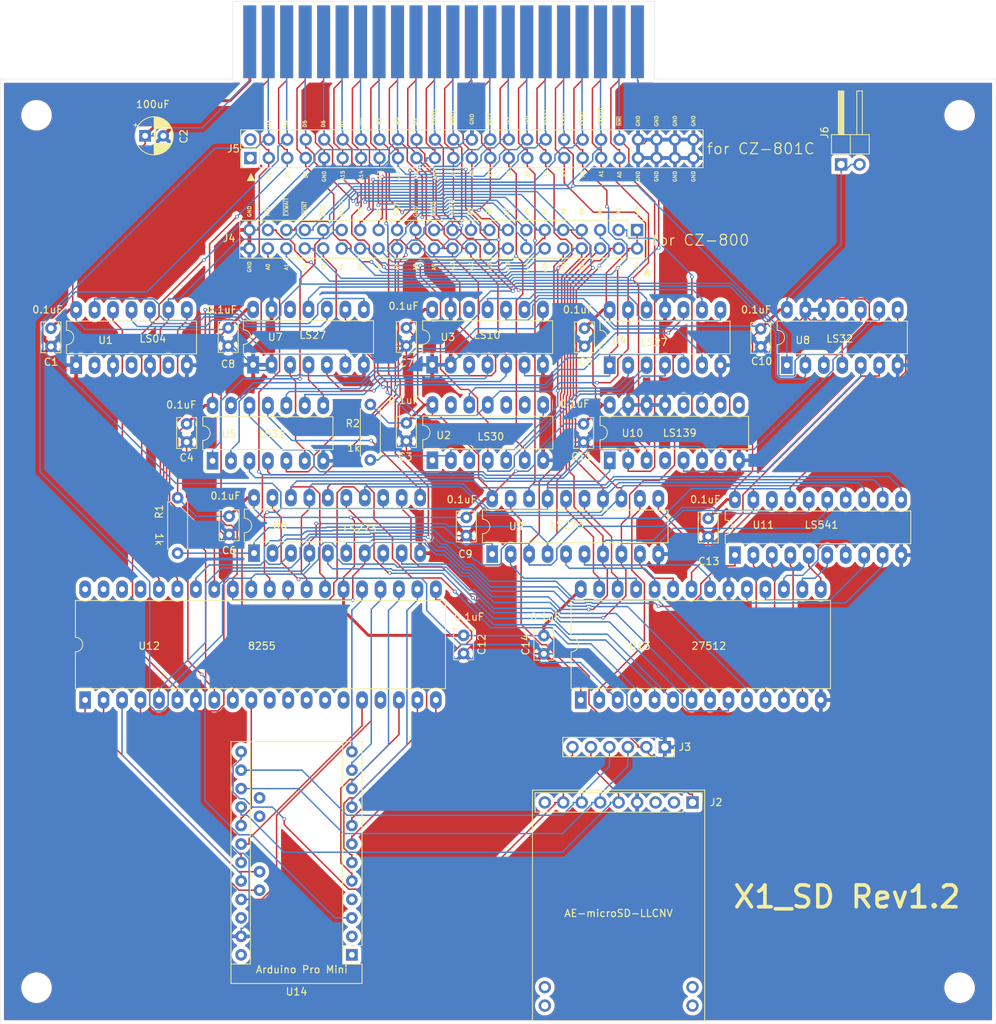
<source format=kicad_pcb>
(kicad_pcb (version 20171130) (host pcbnew "(5.1.9)-1")
  (layers (0 F.Cu signal) (31 B.Cu signal) (34 B.Paste user) (35 F.Paste user) (36 B.SilkS user) (37 F.SilkS user) (38 B.Mask user) (39 F.Mask user) (44 Edge.Cuts user))
  (net 0 "")
  (net 1 +5V)
  (net 2 GND)
  (net 3 /D2)
  (net 4 /D1)
  (net 5 /D0)
  (net 6 /A7)
  (net 7 /A6)
  (net 8 /A5)
  (net 9 /A4)
  (net 10 /A3)
  (net 11 /A2)
  (net 12 /A1)
  (net 13 /A0)
  (net 14 /D3)
  (net 15 /D4)
  (net 16 /D5)
  (net 17 /D6)
  (net 18 /D7)
  (net 19 /~WR)
  (net 20 /~RD)
  (net 21 /~IOREQ)
  (net 22 /RESET)
  (net 23 /A11)
  (net 24 /A10)
  (net 25 /A9)
  (net 26 /A8)
  (net 27 "Net-(R1-Pad2)")
  (net 28 "Net-(U1-Pad10)")
  (net 29 "Net-(U1-Pad11)")
  (net 30 "Net-(U1-Pad12)")
  (net 31 "Net-(U1-Pad13)")
  (net 32 "Net-(U2-Pad8)")
  (net 33 "Net-(U3-Pad6)")
  (net 34 "Net-(U3-Pad11)")
  (net 35 "Net-(U3-Pad8)")
  (net 36 "Net-(U5-Pad8)")
  (net 37 "Net-(U12-Pad22)")
  (net 38 "Net-(U12-Pad23)")
  (net 39 /~EXIO)
  (net 40 /SCK)
  (net 41 /MISO)
  (net 42 /MOSI)
  (net 43 /CS)
  (net 44 "Net-(R2-Pad2)")
  (net 45 "Net-(U1-Pad8)")
  (net 46 "Net-(U3-Pad9)")
  (net 47 "Net-(U3-Pad10)")
  (net 48 "Net-(U10-Pad1)")
  (net 49 "Net-(U5-Pad11)")
  (net 50 "Net-(U10-Pad6)")
  (net 51 "Net-(U5-Pad6)")
  (net 52 /ROM_A0)
  (net 53 /ROM_A4)
  (net 54 /ROM_A1)
  (net 55 /ROM_A5)
  (net 56 /ROM_A2)
  (net 57 /ROM_A6)
  (net 58 /ROM_A3)
  (net 59 /ROM_A7)
  (net 60 "Net-(U7-Pad11)")
  (net 61 "Net-(U8-Pad6)")
  (net 62 "Net-(U10-Pad5)")
  (net 63 "Net-(U10-Pad7)")
  (net 64 "Net-(U11-Pad19)")
  (net 65 /ROM_A15)
  (net 66 /ROM_A11)
  (net 67 /ROM_A14)
  (net 68 /ROM_A10)
  (net 69 /ROM_A13)
  (net 70 /ROM_A9)
  (net 71 /ROM_A12)
  (net 72 /ROM_A8)
  (net 73 /ROM_D0)
  (net 74 /ROM_D1)
  (net 75 /ROM_D2)
  (net 76 /ROM_D3)
  (net 77 /ROM_D4)
  (net 78 /ROM_D5)
  (net 79 /ROM_D6)
  (net 80 /ROM_D7)
  (net 81 "Net-(U12-Pad1)")
  (net 82 "Net-(U12-Pad21)")
  (net 83 "Net-(U12-Pad2)")
  (net 84 "Net-(U12-Pad3)")
  (net 85 "Net-(U12-Pad4)")
  (net 86 "Net-(U12-Pad24)")
  (net 87 "Net-(U12-Pad25)")
  (net 88 "Net-(U12-Pad10)")
  (net 89 "Net-(U12-Pad16)")
  (net 90 "Net-(U12-Pad18)")
  (net 91 "Net-(U12-Pad19)")
  (net 92 "Net-(U12-Pad20)")
  (net 93 /A15)
  (net 94 /A14)
  (net 95 /A13)
  (net 96 /A12)
  (net 97 /phi)
  (net 98 /~M1)
  (net 99 /~MREQ)
  (net 100 /~HALT)
  (net 101 /IE1)
  (net 102 /IE0)
  (net 103 /~EXINT)
  (net 104 /~EXWAIT)
  (net 105 /~MNI)
  (module MountingHole:MountingHole_3.2mm_M3 (layer F.Cu) (at 31.836 70.846)
    (fp_text reference MH4 hide)
    (fp_text value MountingHole_3.2mm_M3)
    (pad 1 np_thru_hole circle (at 0 0) (size 3.2 3.2) (drill 3.2) (layers *.Cu *.Mask))
  )
  (module MountingHole:MountingHole_3.2mm_M3 (layer F.Cu) (at 158.836 70.846)
    (fp_text reference MH3 hide)
    (fp_text value MountingHole_3.2mm_M3)
    (pad 1 np_thru_hole circle (at 0 0) (size 3.2 3.2) (drill 3.2) (layers *.Cu *.Mask))
  )
  (module MountingHole:MountingHole_3.2mm_M3 (layer F.Cu) (at 158.836 190.846)
    (fp_text reference MH2 hide)
    (fp_text value MountingHole_3.2mm_M3)
    (pad 1 np_thru_hole circle (at 0 0) (size 3.2 3.2) (drill 3.2) (layers *.Cu *.Mask))
  )
  (module MountingHole:MountingHole_3.2mm_M3 (layer F.Cu) (at 31.836 190.846)
    (fp_text reference MH1 hide)
    (fp_text value MountingHole_3.2mm_M3)
    (pad 1 np_thru_hole circle (at 0 0) (size 3.2 3.2) (drill 3.2) (layers *.Cu *.Mask))
  )
  (module mz-2000:BUS_MZ2000 (layer F.Cu) (at 137.376 62)
    (fp_text reference J1 hide)
    (fp_text value Conn_02x22_Row_Letter_First)
    (pad a1 connect rect (at -76.2 -1.27) (size 1.78 10) (layers F.Cu F.Mask) (net 1 +5V))
    (pad a2 connect rect (at -73.66 -1.27) (size 1.78 10) (layers F.Cu F.Mask) (net 3 /D2))
    (pad a3 connect rect (at -71.12 -1.27) (size 1.78 10) (layers F.Cu F.Mask) (net 4 /D1))
    (pad a4 connect rect (at -68.58 -1.27) (size 1.78 10) (layers F.Cu F.Mask) (net 5 /D0))
    (pad a5 connect rect (at -66.04 -1.27) (size 1.78 10) (layers F.Cu F.Mask) (net 2 GND))
    (pad a6 connect rect (at -63.5 -1.27) (size 1.78 10) (layers F.Cu F.Mask) (net 93 /A15))
    (pad a7 connect rect (at -60.96 -1.27) (size 1.78 10) (layers F.Cu F.Mask) (net 94 /A14))
    (pad a8 connect rect (at -58.42 -1.27) (size 1.78 10) (layers F.Cu F.Mask) (net 95 /A13))
    (pad a9 connect rect (at -55.88 -1.27) (size 1.78 10) (layers F.Cu F.Mask) (net 96 /A12))
    (pad a10 connect rect (at -53.34 -1.27) (size 1.78 10) (layers F.Cu F.Mask) (net 23 /A11))
    (pad a11 connect rect (at -50.8 -1.27) (size 1.78 10) (layers F.Cu F.Mask) (net 24 /A10))
    (pad a12 connect rect (at -48.26 -1.27) (size 1.78 10) (layers F.Cu F.Mask) (net 25 /A9))
    (pad a13 connect rect (at -45.72 -1.27) (size 1.78 10) (layers F.Cu F.Mask) (net 26 /A8))
    (pad a14 connect rect (at -43.18 -1.27) (size 1.78 10) (layers F.Cu F.Mask) (net 6 /A7))
    (pad a15 connect rect (at -40.64 -1.27) (size 1.78 10) (layers F.Cu F.Mask) (net 7 /A6))
    (pad a16 connect rect (at -38.1 -1.27) (size 1.78 10) (layers F.Cu F.Mask) (net 8 /A5))
    (pad a17 connect rect (at -35.56 -1.27) (size 1.78 10) (layers F.Cu F.Mask) (net 9 /A4))
    (pad a18 connect rect (at -33.02 -1.27) (size 1.78 10) (layers F.Cu F.Mask) (net 10 /A3))
    (pad a19 connect rect (at -30.48 -1.27) (size 1.78 10) (layers F.Cu F.Mask) (net 11 /A2))
    (pad a20 connect rect (at -27.94 -1.27) (size 1.78 10) (layers F.Cu F.Mask) (net 12 /A1))
    (pad a21 connect rect (at -25.4 -1.27) (size 1.78 10) (layers F.Cu F.Mask) (net 13 /A0))
    (pad a22 connect rect (at -22.86 -1.27) (size 1.78 10) (layers F.Cu F.Mask) (net 2 GND))
    (pad b1 connect rect (at -76.2 -1.27) (size 1.78 10) (layers B.Cu B.Mask) (net 1 +5V))
    (pad b2 connect rect (at -73.66 -1.27) (size 1.78 10) (layers B.Cu B.Mask) (net 14 /D3))
    (pad b3 connect rect (at -71.12 -1.27) (size 1.78 10) (layers B.Cu B.Mask) (net 15 /D4))
    (pad b4 connect rect (at -68.58 -1.27) (size 1.78 10) (layers B.Cu B.Mask) (net 16 /D5))
    (pad b5 connect rect (at -66.04 -1.27) (size 1.78 10) (layers B.Cu B.Mask) (net 17 /D6))
    (pad b6 connect rect (at -63.5 -1.27) (size 1.78 10) (layers B.Cu B.Mask) (net 18 /D7))
    (pad b7 connect rect (at -60.96 -1.27) (size 1.78 10) (layers B.Cu B.Mask) (net 97 /phi))
    (pad b8 connect rect (at -58.42 -1.27) (size 1.78 10) (layers B.Cu B.Mask) (net 98 /~M1))
    (pad b9 connect rect (at -55.88 -1.27) (size 1.78 10) (layers B.Cu B.Mask) (net 19 /~WR))
    (pad b10 connect rect (at -53.34 -1.27) (size 1.78 10) (layers B.Cu B.Mask) (net 20 /~RD))
    (pad b11 connect rect (at -50.8 -1.27) (size 1.78 10) (layers B.Cu B.Mask) (net 21 /~IOREQ))
    (pad b12 connect rect (at -48.26 -1.27) (size 1.78 10) (layers B.Cu B.Mask) (net 99 /~MREQ))
    (pad b13 connect rect (at -45.72 -1.27) (size 1.78 10) (layers B.Cu B.Mask) (net 2 GND))
    (pad b14 connect rect (at -43.18 -1.27) (size 1.78 10) (layers B.Cu B.Mask) (net 100 /~HALT))
    (pad b15 connect rect (at -40.64 -1.27) (size 1.78 10) (layers B.Cu B.Mask) (net 101 /IE1))
    (pad b16 connect rect (at -38.1 -1.27) (size 1.78 10) (layers B.Cu B.Mask) (net 102 /IE0))
    (pad b17 connect rect (at -35.56 -1.27) (size 1.78 10) (layers B.Cu B.Mask) (net 22 /RESET))
    (pad b18 connect rect (at -33.02 -1.27) (size 1.78 10) (layers B.Cu B.Mask) (net 39 /~EXIO))
    (pad b19 connect rect (at -30.48 -1.27) (size 1.78 10) (layers B.Cu B.Mask) (net 103 /~EXINT))
    (pad b20 connect rect (at -27.94 -1.27) (size 1.78 10) (layers B.Cu B.Mask) (net 104 /~EXWAIT))
    (pad b21 connect rect (at -25.4 -1.27) (size 1.78 10) (layers B.Cu B.Mask) (net 105 /~MNI))
    (pad b22 connect rect (at -22.86 -1.27) (size 1.78 10) (layers B.Cu B.Mask) (net 2 GND))
  )
  (module Capacitor_THT:CP_Radial_D5.0mm_P2.50mm (layer F.Cu) (at 46.775 73.672)
    (fp_text reference C2 (at 5.325 0.082 90) (layer F.SilkS))
    (fp_text value 100uF)
    (pad 1 thru_hole rect (at 0 0) (size 1.6 1.6) (drill 0.8) (layers *.Cu *.Mask) (net 1 +5V))
    (pad 2 thru_hole circle (at 2.5 0) (size 1.6 1.6) (drill 0.8) (layers *.Cu *.Mask) (net 2 GND))
  )
  (module Capacitor_THT:C_Rect_L4.0mm_W2.5mm_P2.50mm (layer F.Cu) (at 33.821 100.136 270)
    (fp_text reference C1 (at 4.65 0) (layer F.SilkS))
    (fp_text value 0.1uF)
    (pad 1 thru_hole circle (at 0 0 270) (size 1.6 1.6) (drill 0.8) (layers *.Cu *.Mask) (net 1 +5V))
    (pad 2 thru_hole circle (at 2.5 0 270) (size 1.6 1.6) (drill 0.8) (layers *.Cu *.Mask) (net 2 GND))
  )
  (module Capacitor_THT:C_Rect_L4.0mm_W2.5mm_P2.50mm (layer F.Cu) (at 82.716 113.169 270)
    (fp_text reference C3 (at 4.65 0.14) (layer F.SilkS))
    (fp_text value 0.1uF)
    (pad 2 thru_hole circle (at 2.5 0 270) (size 1.6 1.6) (drill 0.8) (layers *.Cu *.Mask) (net 2 GND))
    (pad 1 thru_hole circle (at 0 0 270) (size 1.6 1.6) (drill 0.8) (layers *.Cu *.Mask) (net 1 +5V))
  )
  (module Capacitor_THT:C_Rect_L4.0mm_W2.5mm_P2.50mm (layer F.Cu) (at 52.49 113.296 270)
    (fp_text reference C4 (at 4.65 0) (layer F.SilkS))
    (fp_text value 0.1uF)
    (pad 1 thru_hole circle (at 0 0 270) (size 1.6 1.6) (drill 0.8) (layers *.Cu *.Mask) (net 1 +5V))
    (pad 2 thru_hole circle (at 2.5 0 270) (size 1.6 1.6) (drill 0.8) (layers *.Cu *.Mask) (net 2 GND))
  )
  (module Capacitor_THT:C_Rect_L4.0mm_W2.5mm_P2.50mm (layer F.Cu) (at 107.227 100.136 270)
    (fp_text reference C5 (at 4.65 -0.14) (layer F.SilkS))
    (fp_text value 0.1uF)
    (pad 2 thru_hole circle (at 2.5 0 270) (size 1.6 1.6) (drill 0.8) (layers *.Cu *.Mask) (net 2 GND))
    (pad 1 thru_hole circle (at 0 0 270) (size 1.6 1.6) (drill 0.8) (layers *.Cu *.Mask) (net 1 +5V))
  )
  (module Capacitor_THT:C_Rect_L4.0mm_W2.5mm_P2.50mm (layer F.Cu) (at 82.716 100.088 270)
    (fp_text reference C7 (at 4.83 -0.02) (layer F.SilkS))
    (fp_text value 0.1uF)
    (pad 2 thru_hole circle (at 2.5 0 270) (size 1.6 1.6) (drill 0.8) (layers *.Cu *.Mask) (net 2 GND))
    (pad 1 thru_hole circle (at 0 0 270) (size 1.6 1.6) (drill 0.8) (layers *.Cu *.Mask) (net 1 +5V))
  )
  (module Capacitor_THT:C_Rect_L4.0mm_W2.5mm_P2.50mm (layer F.Cu) (at 58.205 100.088 270)
    (fp_text reference C8 (at 4.97 0.02) (layer F.SilkS))
    (fp_text value 0.1uF)
    (pad 1 thru_hole circle (at 0 0 270) (size 1.6 1.6) (drill 0.8) (layers *.Cu *.Mask) (net 1 +5V))
    (pad 2 thru_hole circle (at 2.5 0 270) (size 1.6 1.6) (drill 0.8) (layers *.Cu *.Mask) (net 2 GND))
  )
  (module Capacitor_THT:C_Rect_L4.0mm_W2.5mm_P2.50mm (layer F.Cu) (at 131.484 100.215 270)
    (fp_text reference C10 (at 4.47 -0.12) (layer F.SilkS))
    (fp_text value 0.1uF)
    (pad 2 thru_hole circle (at 2.5 0 270) (size 1.6 1.6) (drill 0.8) (layers *.Cu *.Mask) (net 2 GND))
    (pad 1 thru_hole circle (at 0 0 270) (size 1.6 1.6) (drill 0.8) (layers *.Cu *.Mask) (net 1 +5V))
  )
  (module Capacitor_THT:C_Rect_L4.0mm_W2.5mm_P2.50mm (layer F.Cu) (at 107.1 113.296 270)
    (fp_text reference C11 (at 4.47 0.24) (layer F.SilkS))
    (fp_text value 0.1uF)
    (pad 1 thru_hole circle (at 0 0 270) (size 1.6 1.6) (drill 0.8) (layers *.Cu *.Mask) (net 1 +5V))
    (pad 2 thru_hole circle (at 2.5 0 270) (size 1.6 1.6) (drill 0.8) (layers *.Cu *.Mask) (net 2 GND))
  )
  (module Resistor_THT:R_Axial_DIN0207_L6.3mm_D2.5mm_P7.62mm_Horizontal (layer F.Cu) (at 77.763 110.629 270)
    (fp_text reference R2 (at 2.604 2.413) (layer F.SilkS))
    (fp_text value 1k)
    (pad 2 thru_hole oval (at 7.62 0 270) (size 1.6 1.6) (drill 0.8) (layers *.Cu *.Mask) (net 44 "Net-(R2-Pad2)"))
    (pad 1 thru_hole circle (at 0 0 270) (size 1.6 1.6) (drill 0.8) (layers *.Cu *.Mask) (net 1 +5V))
  )
  (module Package_DIP:DIP-14_W7.62mm_LongPads (layer F.Cu) (at 37.284 105.216 90)
    (fp_text reference U1 (at 3.43 4.052) (layer F.SilkS))
    (fp_text value 74LS04)
    (pad 1 thru_hole rect (at 0 0 90) (size 2.4 1.6) (drill 0.8) (layers *.Cu *.Mask) (net 2 GND))
    (pad 8 thru_hole oval (at 7.62 15.24 90) (size 2.4 1.6) (drill 0.8) (layers *.Cu *.Mask) (net 45 "Net-(U1-Pad8)"))
    (pad 2 thru_hole oval (at 0 2.54 90) (size 2.4 1.6) (drill 0.8) (layers *.Cu *.Mask))
    (pad 9 thru_hole oval (at 7.62 12.7 90) (size 2.4 1.6) (drill 0.8) (layers *.Cu *.Mask) (net 22 /RESET))
    (pad 3 thru_hole oval (at 0 5.08 90) (size 2.4 1.6) (drill 0.8) (layers *.Cu *.Mask) (net 2 GND))
    (pad 10 thru_hole oval (at 7.62 10.16 90) (size 2.4 1.6) (drill 0.8) (layers *.Cu *.Mask) (net 28 "Net-(U1-Pad10)"))
    (pad 4 thru_hole oval (at 0 7.62 90) (size 2.4 1.6) (drill 0.8) (layers *.Cu *.Mask))
    (pad 11 thru_hole oval (at 7.62 7.62 90) (size 2.4 1.6) (drill 0.8) (layers *.Cu *.Mask) (net 29 "Net-(U1-Pad11)"))
    (pad 5 thru_hole oval (at 0 10.16 90) (size 2.4 1.6) (drill 0.8) (layers *.Cu *.Mask) (net 2 GND))
    (pad 12 thru_hole oval (at 7.62 5.08 90) (size 2.4 1.6) (drill 0.8) (layers *.Cu *.Mask) (net 30 "Net-(U1-Pad12)"))
    (pad 6 thru_hole oval (at 0 12.7 90) (size 2.4 1.6) (drill 0.8) (layers *.Cu *.Mask))
    (pad 13 thru_hole oval (at 7.62 2.54 90) (size 2.4 1.6) (drill 0.8) (layers *.Cu *.Mask) (net 31 "Net-(U1-Pad13)"))
    (pad 7 thru_hole oval (at 0 15.24 90) (size 2.4 1.6) (drill 0.8) (layers *.Cu *.Mask) (net 2 GND))
    (pad 14 thru_hole oval (at 7.62 0 90) (size 2.4 1.6) (drill 0.8) (layers *.Cu *.Mask) (net 1 +5V))
  )
  (module Package_DIP:DIP-14_W7.62mm_LongPads (layer F.Cu) (at 86.306 118.297 90)
    (fp_text reference U2 (at 3.43 1.55) (layer F.SilkS))
    (fp_text value 74LS30)
    (pad 1 thru_hole rect (at 0 0 90) (size 2.4 1.6) (drill 0.8) (layers *.Cu *.Mask) (net 44 "Net-(R2-Pad2)"))
    (pad 8 thru_hole oval (at 7.62 15.24 90) (size 2.4 1.6) (drill 0.8) (layers *.Cu *.Mask) (net 32 "Net-(U2-Pad8)"))
    (pad 2 thru_hole oval (at 0 2.54 90) (size 2.4 1.6) (drill 0.8) (layers *.Cu *.Mask) (net 44 "Net-(R2-Pad2)"))
    (pad 9 thru_hole oval (at 7.62 12.7 90) (size 2.4 1.6) (drill 0.8) (layers *.Cu *.Mask))
    (pad 3 thru_hole oval (at 0 5.08 90) (size 2.4 1.6) (drill 0.8) (layers *.Cu *.Mask) (net 44 "Net-(R2-Pad2)"))
    (pad 10 thru_hole oval (at 7.62 10.16 90) (size 2.4 1.6) (drill 0.8) (layers *.Cu *.Mask))
    (pad 4 thru_hole oval (at 0 7.62 90) (size 2.4 1.6) (drill 0.8) (layers *.Cu *.Mask) (net 8 /A5))
    (pad 11 thru_hole oval (at 7.62 7.62 90) (size 2.4 1.6) (drill 0.8) (layers *.Cu *.Mask) (net 10 /A3))
    (pad 5 thru_hole oval (at 0 10.16 90) (size 2.4 1.6) (drill 0.8) (layers *.Cu *.Mask) (net 9 /A4))
    (pad 12 thru_hole oval (at 7.62 5.08 90) (size 2.4 1.6) (drill 0.8) (layers *.Cu *.Mask) (net 11 /A2))
    (pad 6 thru_hole oval (at 0 12.7 90) (size 2.4 1.6) (drill 0.8) (layers *.Cu *.Mask) (net 7 /A6))
    (pad 13 thru_hole oval (at 7.62 2.54 90) (size 2.4 1.6) (drill 0.8) (layers *.Cu *.Mask))
    (pad 7 thru_hole oval (at 0 15.24 90) (size 2.4 1.6) (drill 0.8) (layers *.Cu *.Mask) (net 2 GND))
    (pad 14 thru_hole oval (at 7.62 0 90) (size 2.4 1.6) (drill 0.8) (layers *.Cu *.Mask) (net 1 +5V))
  )
  (module Package_DIP:DIP-14_W7.62mm_LongPads (layer F.Cu) (at 135.074 105.216 90)
    (fp_text reference U8 (at 3.43 2.19) (layer F.SilkS))
    (fp_text value 74LS32)
    (pad 14 thru_hole oval (at 7.62 0 90) (size 2.4 1.6) (drill 0.8) (layers *.Cu *.Mask) (net 1 +5V))
    (pad 7 thru_hole oval (at 0 15.24 90) (size 2.4 1.6) (drill 0.8) (layers *.Cu *.Mask) (net 2 GND))
    (pad 13 thru_hole oval (at 7.62 2.54 90) (size 2.4 1.6) (drill 0.8) (layers *.Cu *.Mask) (net 2 GND))
    (pad 6 thru_hole oval (at 0 12.7 90) (size 2.4 1.6) (drill 0.8) (layers *.Cu *.Mask) (net 61 "Net-(U8-Pad6)"))
    (pad 12 thru_hole oval (at 7.62 5.08 90) (size 2.4 1.6) (drill 0.8) (layers *.Cu *.Mask) (net 2 GND))
    (pad 5 thru_hole oval (at 0 10.16 90) (size 2.4 1.6) (drill 0.8) (layers *.Cu *.Mask) (net 62 "Net-(U10-Pad5)"))
    (pad 11 thru_hole oval (at 7.62 7.62 90) (size 2.4 1.6) (drill 0.8) (layers *.Cu *.Mask))
    (pad 4 thru_hole oval (at 0 7.62 90) (size 2.4 1.6) (drill 0.8) (layers *.Cu *.Mask) (net 21 /~IOREQ))
    (pad 10 thru_hole oval (at 7.62 10.16 90) (size 2.4 1.6) (drill 0.8) (layers *.Cu *.Mask) (net 21 /~IOREQ))
    (pad 3 thru_hole oval (at 0 5.08 90) (size 2.4 1.6) (drill 0.8) (layers *.Cu *.Mask) (net 60 "Net-(U7-Pad11)"))
    (pad 9 thru_hole oval (at 7.62 12.7 90) (size 2.4 1.6) (drill 0.8) (layers *.Cu *.Mask) (net 63 "Net-(U10-Pad7)"))
    (pad 2 thru_hole oval (at 0 2.54 90) (size 2.4 1.6) (drill 0.8) (layers *.Cu *.Mask) (net 21 /~IOREQ))
    (pad 8 thru_hole oval (at 7.62 15.24 90) (size 2.4 1.6) (drill 0.8) (layers *.Cu *.Mask) (net 64 "Net-(U11-Pad19)"))
    (pad 1 thru_hole rect (at 0 0 90) (size 2.4 1.6) (drill 0.8) (layers *.Cu *.Mask) (net 39 /~EXIO))
  )
  (module Package_DIP:DIP-14_W7.62mm_LongPads (layer F.Cu) (at 110.69 105.216 90)
    (fp_text reference U4 (at 3.43 1.33) (layer F.SilkS))
    (fp_text value 74LS27)
    (pad 14 thru_hole oval (at 7.62 0 90) (size 2.4 1.6) (drill 0.8) (layers *.Cu *.Mask) (net 1 +5V))
    (pad 7 thru_hole oval (at 0 15.24 90) (size 2.4 1.6) (drill 0.8) (layers *.Cu *.Mask) (net 2 GND))
    (pad 13 thru_hole oval (at 7.62 2.54 90) (size 2.4 1.6) (drill 0.8) (layers *.Cu *.Mask) (net 10 /A3))
    (pad 6 thru_hole oval (at 0 12.7 90) (size 2.4 1.6) (drill 0.8) (layers *.Cu *.Mask) (net 47 "Net-(U3-Pad10)"))
    (pad 12 thru_hole oval (at 7.62 5.08 90) (size 2.4 1.6) (drill 0.8) (layers *.Cu *.Mask) (net 34 "Net-(U3-Pad11)"))
    (pad 5 thru_hole oval (at 0 10.16 90) (size 2.4 1.6) (drill 0.8) (layers *.Cu *.Mask) (net 6 /A7))
    (pad 11 thru_hole oval (at 7.62 7.62 90) (size 2.4 1.6) (drill 0.8) (layers *.Cu *.Mask) (net 2 GND))
    (pad 4 thru_hole oval (at 0 7.62 90) (size 2.4 1.6) (drill 0.8) (layers *.Cu *.Mask) (net 7 /A6))
    (pad 10 thru_hole oval (at 7.62 10.16 90) (size 2.4 1.6) (drill 0.8) (layers *.Cu *.Mask) (net 33 "Net-(U3-Pad6)"))
    (pad 3 thru_hole oval (at 0 5.08 90) (size 2.4 1.6) (drill 0.8) (layers *.Cu *.Mask) (net 8 /A5))
    (pad 9 thru_hole oval (at 7.62 12.7 90) (size 2.4 1.6) (drill 0.8) (layers *.Cu *.Mask) (net 26 /A8))
    (pad 2 thru_hole oval (at 0 2.54 90) (size 2.4 1.6) (drill 0.8) (layers *.Cu *.Mask) (net 9 /A4))
    (pad 8 thru_hole oval (at 7.62 15.24 90) (size 2.4 1.6) (drill 0.8) (layers *.Cu *.Mask) (net 46 "Net-(U3-Pad9)"))
    (pad 1 thru_hole rect (at 0 0 90) (size 2.4 1.6) (drill 0.8) (layers *.Cu *.Mask) (net 11 /A2))
  )
  (module Capacitor_THT:C_Rect_L4.0mm_W2.5mm_P2.50mm (layer F.Cu) (at 58.332 128.496 90)
    (fp_text reference C6 (at -2.2 0.004) (layer F.SilkS))
    (fp_text value 0.1uF)
    (pad 2 thru_hole circle (at 2.5 0 90) (size 1.6 1.6) (drill 0.8) (layers *.Cu *.Mask) (net 1 +5V))
    (pad 1 thru_hole circle (at 0 0 90) (size 1.6 1.6) (drill 0.8) (layers *.Cu *.Mask) (net 2 GND))
  )
  (module Capacitor_THT:C_Rect_L4.0mm_W2.5mm_P2.50mm (layer F.Cu) (at 90.971 128.663 90)
    (fp_text reference C9 (at -2.533 -0.135) (layer F.SilkS))
    (fp_text value 0.1uF)
    (pad 1 thru_hole circle (at 0 0 90) (size 1.6 1.6) (drill 0.8) (layers *.Cu *.Mask) (net 2 GND))
    (pad 2 thru_hole circle (at 2.5 0 90) (size 1.6 1.6) (drill 0.8) (layers *.Cu *.Mask) (net 1 +5V))
  )
  (module Capacitor_THT:C_Rect_L4.0mm_W2.5mm_P2.50mm (layer F.Cu) (at 90.59 142.379 270)
    (fp_text reference C12 (at 1.25 -2.5 90) (layer F.SilkS))
    (fp_text value 0.1uF)
    (pad 1 thru_hole circle (at 0 0 270) (size 1.6 1.6) (drill 0.8) (layers *.Cu *.Mask) (net 1 +5V))
    (pad 2 thru_hole circle (at 2.5 0 270) (size 1.6 1.6) (drill 0.8) (layers *.Cu *.Mask) (net 2 GND))
  )
  (module Capacitor_THT:C_Rect_L4.0mm_W2.5mm_P2.50mm (layer F.Cu) (at 124.245 128.79 90)
    (fp_text reference C13 (at -3.406 0.091) (layer F.SilkS))
    (fp_text value 0.1uF)
    (pad 2 thru_hole circle (at 2.5 0 90) (size 1.6 1.6) (drill 0.8) (layers *.Cu *.Mask) (net 1 +5V))
    (pad 1 thru_hole circle (at 0 0 90) (size 1.6 1.6) (drill 0.8) (layers *.Cu *.Mask) (net 2 GND))
  )
  (module Capacitor_THT:C_Rect_L4.0mm_W2.5mm_P2.50mm (layer F.Cu) (at 101.639 144.919 90)
    (fp_text reference C14 (at 1.25 -2.5 90) (layer F.SilkS))
    (fp_text value 0.1uF)
    (pad 1 thru_hole circle (at 0 0 90) (size 1.6 1.6) (drill 0.8) (layers *.Cu *.Mask) (net 2 GND))
    (pad 2 thru_hole circle (at 2.5 0 90) (size 1.6 1.6) (drill 0.8) (layers *.Cu *.Mask) (net 1 +5V))
  )
  (module MZ-2000_SD_3_2:AE-microSD-LLCNV (layer F.Cu) (at 101.766 165.366 90)
    (fp_text reference J2 (at 0.02 23.57) (layer F.SilkS))
    (fp_text value Micro_SD_Card_Kit)
    (fp_text user AE-microSD-LLCNV (at -15.24 10.16) (layer F.SilkS))
    (pad 1 thru_hole rect (at 0 20.32 270) (size 1.7 1.7) (drill 1) (layers *.Cu *.Mask) (net 1 +5V))
    (pad 2 thru_hole oval (at 0 17.78 270) (size 1.7 1.7) (drill 1) (layers *.Cu *.Mask))
    (pad 3 thru_hole oval (at 0 15.24 270) (size 1.7 1.7) (drill 1) (layers *.Cu *.Mask))
    (pad 4 thru_hole oval (at 0 12.7 270) (size 1.7 1.7) (drill 1) (layers *.Cu *.Mask) (net 2 GND))
    (pad 5 thru_hole oval (at 0 10.16 270) (size 1.7 1.7) (drill 1) (layers *.Cu *.Mask) (net 40 /SCK))
    (pad 6 thru_hole oval (at 0 7.62 270) (size 1.7 1.7) (drill 1) (layers *.Cu *.Mask) (net 41 /MISO))
    (pad 7 thru_hole oval (at 0 5.08 270) (size 1.7 1.7) (drill 1) (layers *.Cu *.Mask) (net 42 /MOSI))
    (pad 8 thru_hole oval (at 0 2.54 270) (size 1.7 1.7) (drill 1) (layers *.Cu *.Mask) (net 43 /CS))
    (pad 9 thru_hole oval (at 0 0 270) (size 1.7 1.7) (drill 1) (layers *.Cu *.Mask))
    (pad "" thru_hole oval (at -27.94 0 90) (size 1.7 1.7) (drill 1) (layers *.Cu *.Mask))
    (pad "" thru_hole oval (at -25.4 0 90) (size 1.7 1.7) (drill 1) (layers *.Cu *.Mask))
    (pad "" thru_hole oval (at -27.94 20.32 90) (size 1.7 1.7) (drill 1) (layers *.Cu *.Mask))
    (pad "" thru_hole oval (at -25.4 20.32 90) (size 1.7 1.7) (drill 1) (layers *.Cu *.Mask))
  )
  (module Connector_PinSocket_2.54mm:PinSocket_1x06_P2.54mm_Vertical (layer F.Cu) (at 118.276 157.746 270)
    (fp_text reference J3 (at 0 -2.77) (layer F.SilkS))
    (fp_text value "MicroSD Card Adapter")
    (pad 1 thru_hole rect (at 0 0 270) (size 1.7 1.7) (drill 1) (layers *.Cu *.Mask) (net 2 GND))
    (pad 2 thru_hole oval (at 0 2.54 270) (size 1.7 1.7) (drill 1) (layers *.Cu *.Mask) (net 1 +5V))
    (pad 3 thru_hole oval (at 0 5.08 270) (size 1.7 1.7) (drill 1) (layers *.Cu *.Mask) (net 41 /MISO))
    (pad 4 thru_hole oval (at 0 7.62 270) (size 1.7 1.7) (drill 1) (layers *.Cu *.Mask) (net 42 /MOSI))
    (pad 5 thru_hole oval (at 0 10.16 270) (size 1.7 1.7) (drill 1) (layers *.Cu *.Mask) (net 40 /SCK))
    (pad 6 thru_hole oval (at 0 12.7 270) (size 1.7 1.7) (drill 1) (layers *.Cu *.Mask) (net 43 /CS))
  )
  (module Resistor_THT:R_Axial_DIN0207_L6.3mm_D2.5mm_P7.62mm_Horizontal (layer F.Cu) (at 51.249 123.461 270)
    (fp_text reference R1 (at 1.905 2.54 90) (layer F.SilkS))
    (fp_text value 1k)
    (pad 1 thru_hole circle (at 0 0 270) (size 1.6 1.6) (drill 0.8) (layers *.Cu *.Mask) (net 1 +5V))
    (pad 2 thru_hole oval (at 7.62 0 270) (size 1.6 1.6) (drill 0.8) (layers *.Cu *.Mask) (net 27 "Net-(R1-Pad2)"))
  )
  (module Package_DIP:DIP-14_W7.62mm_LongPads (layer F.Cu) (at 86.272 105.168 90)
    (fp_text reference U3 (at 3.81 2.159) (layer F.SilkS))
    (fp_text value 74LS10)
    (pad 1 thru_hole rect (at 0 0 90) (size 2.4 1.6) (drill 0.8) (layers *.Cu *.Mask) (net 2 GND))
    (pad 8 thru_hole oval (at 7.62 15.24 90) (size 2.4 1.6) (drill 0.8) (layers *.Cu *.Mask) (net 35 "Net-(U3-Pad8)"))
    (pad 2 thru_hole oval (at 0 2.54 90) (size 2.4 1.6) (drill 0.8) (layers *.Cu *.Mask) (net 2 GND))
    (pad 9 thru_hole oval (at 7.62 12.7 90) (size 2.4 1.6) (drill 0.8) (layers *.Cu *.Mask) (net 46 "Net-(U3-Pad9)"))
    (pad 3 thru_hole oval (at 0 5.08 90) (size 2.4 1.6) (drill 0.8) (layers *.Cu *.Mask) (net 24 /A10))
    (pad 10 thru_hole oval (at 7.62 10.16 90) (size 2.4 1.6) (drill 0.8) (layers *.Cu *.Mask) (net 47 "Net-(U3-Pad10)"))
    (pad 4 thru_hole oval (at 0 7.62 90) (size 2.4 1.6) (drill 0.8) (layers *.Cu *.Mask) (net 25 /A9))
    (pad 11 thru_hole oval (at 7.62 7.62 90) (size 2.4 1.6) (drill 0.8) (layers *.Cu *.Mask) (net 34 "Net-(U3-Pad11)"))
    (pad 5 thru_hole oval (at 0 10.16 90) (size 2.4 1.6) (drill 0.8) (layers *.Cu *.Mask) (net 23 /A11))
    (pad 12 thru_hole oval (at 7.62 5.08 90) (size 2.4 1.6) (drill 0.8) (layers *.Cu *.Mask))
    (pad 6 thru_hole oval (at 0 12.7 90) (size 2.4 1.6) (drill 0.8) (layers *.Cu *.Mask) (net 33 "Net-(U3-Pad6)"))
    (pad 13 thru_hole oval (at 7.62 2.54 90) (size 2.4 1.6) (drill 0.8) (layers *.Cu *.Mask) (net 2 GND))
    (pad 7 thru_hole oval (at 0 15.24 90) (size 2.4 1.6) (drill 0.8) (layers *.Cu *.Mask) (net 2 GND))
    (pad 14 thru_hole oval (at 7.62 0 90) (size 2.4 1.6) (drill 0.8) (layers *.Cu *.Mask) (net 1 +5V))
  )
  (module Package_DIP:DIP-14_W7.62mm_LongPads (layer F.Cu) (at 56.046 118.376 90)
    (fp_text reference U5 (at 3.683 2.286) (layer F.SilkS))
    (fp_text value 74LS32)
    (pad 1 thru_hole rect (at 0 0 90) (size 2.4 1.6) (drill 0.8) (layers *.Cu *.Mask) (net 39 /~EXIO))
    (pad 8 thru_hole oval (at 7.62 15.24 90) (size 2.4 1.6) (drill 0.8) (layers *.Cu *.Mask) (net 36 "Net-(U5-Pad8)"))
    (pad 2 thru_hole oval (at 0 2.54 90) (size 2.4 1.6) (drill 0.8) (layers *.Cu *.Mask) (net 35 "Net-(U3-Pad8)"))
    (pad 9 thru_hole oval (at 7.62 12.7 90) (size 2.4 1.6) (drill 0.8) (layers *.Cu *.Mask) (net 25 /A9))
    (pad 3 thru_hole oval (at 0 5.08 90) (size 2.4 1.6) (drill 0.8) (layers *.Cu *.Mask) (net 48 "Net-(U10-Pad1)"))
    (pad 10 thru_hole oval (at 7.62 10.16 90) (size 2.4 1.6) (drill 0.8) (layers *.Cu *.Mask) (net 24 /A10))
    (pad 4 thru_hole oval (at 0 7.62 90) (size 2.4 1.6) (drill 0.8) (layers *.Cu *.Mask) (net 6 /A7))
    (pad 11 thru_hole oval (at 7.62 7.62 90) (size 2.4 1.6) (drill 0.8) (layers *.Cu *.Mask) (net 49 "Net-(U5-Pad11)"))
    (pad 5 thru_hole oval (at 0 10.16 90) (size 2.4 1.6) (drill 0.8) (layers *.Cu *.Mask) (net 26 /A8))
    (pad 12 thru_hole oval (at 7.62 5.08 90) (size 2.4 1.6) (drill 0.8) (layers *.Cu *.Mask) (net 50 "Net-(U10-Pad6)"))
    (pad 6 thru_hole oval (at 0 12.7 90) (size 2.4 1.6) (drill 0.8) (layers *.Cu *.Mask) (net 51 "Net-(U5-Pad6)"))
    (pad 13 thru_hole oval (at 7.62 2.54 90) (size 2.4 1.6) (drill 0.8) (layers *.Cu *.Mask) (net 21 /~IOREQ))
    (pad 7 thru_hole oval (at 0 15.24 90) (size 2.4 1.6) (drill 0.8) (layers *.Cu *.Mask) (net 2 GND))
    (pad 14 thru_hole oval (at 7.62 0 90) (size 2.4 1.6) (drill 0.8) (layers *.Cu *.Mask) (net 1 +5V))
  )
  (module Package_DIP:DIP-20_W7.62mm_LongPads (layer F.Cu) (at 61.761 131.076 90)
    (fp_text reference U6 (at 3.81 3.575) (layer F.SilkS))
    (fp_text value 74LS273)
    (pad 1 thru_hole rect (at 0 0 90) (size 2.4 1.6) (drill 0.8) (layers *.Cu *.Mask) (net 27 "Net-(R1-Pad2)"))
    (pad 11 thru_hole oval (at 7.62 22.86 90) (size 2.4 1.6) (drill 0.8) (layers *.Cu *.Mask) (net 49 "Net-(U5-Pad11)"))
    (pad 2 thru_hole oval (at 0 2.54 90) (size 2.4 1.6) (drill 0.8) (layers *.Cu *.Mask) (net 52 /ROM_A0))
    (pad 12 thru_hole oval (at 7.62 20.32 90) (size 2.4 1.6) (drill 0.8) (layers *.Cu *.Mask) (net 53 /ROM_A4))
    (pad 3 thru_hole oval (at 0 5.08 90) (size 2.4 1.6) (drill 0.8) (layers *.Cu *.Mask) (net 5 /D0))
    (pad 13 thru_hole oval (at 7.62 17.78 90) (size 2.4 1.6) (drill 0.8) (layers *.Cu *.Mask) (net 15 /D4))
    (pad 4 thru_hole oval (at 0 7.62 90) (size 2.4 1.6) (drill 0.8) (layers *.Cu *.Mask) (net 4 /D1))
    (pad 14 thru_hole oval (at 7.62 15.24 90) (size 2.4 1.6) (drill 0.8) (layers *.Cu *.Mask) (net 16 /D5))
    (pad 5 thru_hole oval (at 0 10.16 90) (size 2.4 1.6) (drill 0.8) (layers *.Cu *.Mask) (net 54 /ROM_A1))
    (pad 15 thru_hole oval (at 7.62 12.7 90) (size 2.4 1.6) (drill 0.8) (layers *.Cu *.Mask) (net 55 /ROM_A5))
    (pad 6 thru_hole oval (at 0 12.7 90) (size 2.4 1.6) (drill 0.8) (layers *.Cu *.Mask) (net 56 /ROM_A2))
    (pad 16 thru_hole oval (at 7.62 10.16 90) (size 2.4 1.6) (drill 0.8) (layers *.Cu *.Mask) (net 57 /ROM_A6))
    (pad 7 thru_hole oval (at 0 15.24 90) (size 2.4 1.6) (drill 0.8) (layers *.Cu *.Mask) (net 3 /D2))
    (pad 17 thru_hole oval (at 7.62 7.62 90) (size 2.4 1.6) (drill 0.8) (layers *.Cu *.Mask) (net 17 /D6))
    (pad 8 thru_hole oval (at 0 17.78 90) (size 2.4 1.6) (drill 0.8) (layers *.Cu *.Mask) (net 14 /D3))
    (pad 18 thru_hole oval (at 7.62 5.08 90) (size 2.4 1.6) (drill 0.8) (layers *.Cu *.Mask) (net 18 /D7))
    (pad 9 thru_hole oval (at 0 20.32 90) (size 2.4 1.6) (drill 0.8) (layers *.Cu *.Mask) (net 58 /ROM_A3))
    (pad 19 thru_hole oval (at 7.62 2.54 90) (size 2.4 1.6) (drill 0.8) (layers *.Cu *.Mask) (net 59 /ROM_A7))
    (pad 10 thru_hole oval (at 0 22.86 90) (size 2.4 1.6) (drill 0.8) (layers *.Cu *.Mask) (net 2 GND))
    (pad 20 thru_hole oval (at 7.62 0 90) (size 2.4 1.6) (drill 0.8) (layers *.Cu *.Mask) (net 1 +5V))
  )
  (module Package_DIP:DIP-14_W7.62mm_LongPads (layer F.Cu) (at 61.634 105.168 90)
    (fp_text reference U7 (at 3.81 3.048) (layer F.SilkS))
    (fp_text value 74LS27)
    (pad 14 thru_hole oval (at 7.62 0 90) (size 2.4 1.6) (drill 0.8) (layers *.Cu *.Mask) (net 1 +5V))
    (pad 7 thru_hole oval (at 0 15.24 90) (size 2.4 1.6) (drill 0.8) (layers *.Cu *.Mask) (net 2 GND))
    (pad 13 thru_hole oval (at 7.62 2.54 90) (size 2.4 1.6) (drill 0.8) (layers *.Cu *.Mask) (net 2 GND))
    (pad 6 thru_hole oval (at 0 12.7 90) (size 2.4 1.6) (drill 0.8) (layers *.Cu *.Mask) (net 29 "Net-(U1-Pad11)"))
    (pad 12 thru_hole oval (at 7.62 5.08 90) (size 2.4 1.6) (drill 0.8) (layers *.Cu *.Mask))
    (pad 5 thru_hole oval (at 0 10.16 90) (size 2.4 1.6) (drill 0.8) (layers *.Cu *.Mask) (net 23 /A11))
    (pad 11 thru_hole oval (at 7.62 7.62 90) (size 2.4 1.6) (drill 0.8) (layers *.Cu *.Mask) (net 60 "Net-(U7-Pad11)"))
    (pad 4 thru_hole oval (at 0 7.62 90) (size 2.4 1.6) (drill 0.8) (layers *.Cu *.Mask) (net 36 "Net-(U5-Pad8)"))
    (pad 10 thru_hole oval (at 7.62 10.16 90) (size 2.4 1.6) (drill 0.8) (layers *.Cu *.Mask) (net 28 "Net-(U1-Pad10)"))
    (pad 3 thru_hole oval (at 0 5.08 90) (size 2.4 1.6) (drill 0.8) (layers *.Cu *.Mask) (net 51 "Net-(U5-Pad6)"))
    (pad 9 thru_hole oval (at 7.62 12.7 90) (size 2.4 1.6) (drill 0.8) (layers *.Cu *.Mask) (net 32 "Net-(U2-Pad8)"))
    (pad 2 thru_hole oval (at 0 2.54 90) (size 2.4 1.6) (drill 0.8) (layers *.Cu *.Mask) (net 2 GND))
    (pad 8 thru_hole oval (at 7.62 15.24 90) (size 2.4 1.6) (drill 0.8) (layers *.Cu *.Mask) (net 31 "Net-(U1-Pad13)"))
    (pad 1 thru_hole rect (at 0 0 90) (size 2.4 1.6) (drill 0.8) (layers *.Cu *.Mask) (net 2 GND))
  )
  (module Package_DIP:DIP-20_W7.62mm_LongPads (layer F.Cu) (at 94.527 131.203 90)
    (fp_text reference U9 (at 3.81 3.309) (layer F.SilkS))
    (fp_text value 74LS273)
    (pad 20 thru_hole oval (at 7.62 0 90) (size 2.4 1.6) (drill 0.8) (layers *.Cu *.Mask) (net 1 +5V))
    (pad 10 thru_hole oval (at 0 22.86 90) (size 2.4 1.6) (drill 0.8) (layers *.Cu *.Mask) (net 2 GND))
    (pad 19 thru_hole oval (at 7.62 2.54 90) (size 2.4 1.6) (drill 0.8) (layers *.Cu *.Mask) (net 65 /ROM_A15))
    (pad 9 thru_hole oval (at 0 20.32 90) (size 2.4 1.6) (drill 0.8) (layers *.Cu *.Mask) (net 66 /ROM_A11))
    (pad 18 thru_hole oval (at 7.62 5.08 90) (size 2.4 1.6) (drill 0.8) (layers *.Cu *.Mask) (net 18 /D7))
    (pad 8 thru_hole oval (at 0 17.78 90) (size 2.4 1.6) (drill 0.8) (layers *.Cu *.Mask) (net 14 /D3))
    (pad 17 thru_hole oval (at 7.62 7.62 90) (size 2.4 1.6) (drill 0.8) (layers *.Cu *.Mask) (net 17 /D6))
    (pad 7 thru_hole oval (at 0 15.24 90) (size 2.4 1.6) (drill 0.8) (layers *.Cu *.Mask) (net 3 /D2))
    (pad 16 thru_hole oval (at 7.62 10.16 90) (size 2.4 1.6) (drill 0.8) (layers *.Cu *.Mask) (net 67 /ROM_A14))
    (pad 6 thru_hole oval (at 0 12.7 90) (size 2.4 1.6) (drill 0.8) (layers *.Cu *.Mask) (net 68 /ROM_A10))
    (pad 15 thru_hole oval (at 7.62 12.7 90) (size 2.4 1.6) (drill 0.8) (layers *.Cu *.Mask) (net 69 /ROM_A13))
    (pad 5 thru_hole oval (at 0 10.16 90) (size 2.4 1.6) (drill 0.8) (layers *.Cu *.Mask) (net 70 /ROM_A9))
    (pad 14 thru_hole oval (at 7.62 15.24 90) (size 2.4 1.6) (drill 0.8) (layers *.Cu *.Mask) (net 16 /D5))
    (pad 4 thru_hole oval (at 0 7.62 90) (size 2.4 1.6) (drill 0.8) (layers *.Cu *.Mask) (net 4 /D1))
    (pad 13 thru_hole oval (at 7.62 17.78 90) (size 2.4 1.6) (drill 0.8) (layers *.Cu *.Mask) (net 15 /D4))
    (pad 3 thru_hole oval (at 0 5.08 90) (size 2.4 1.6) (drill 0.8) (layers *.Cu *.Mask) (net 5 /D0))
    (pad 12 thru_hole oval (at 7.62 20.32 90) (size 2.4 1.6) (drill 0.8) (layers *.Cu *.Mask) (net 71 /ROM_A12))
    (pad 2 thru_hole oval (at 0 2.54 90) (size 2.4 1.6) (drill 0.8) (layers *.Cu *.Mask) (net 72 /ROM_A8))
    (pad 11 thru_hole oval (at 7.62 22.86 90) (size 2.4 1.6) (drill 0.8) (layers *.Cu *.Mask) (net 61 "Net-(U8-Pad6)"))
    (pad 1 thru_hole rect (at 0 0 90) (size 2.4 1.6) (drill 0.8) (layers *.Cu *.Mask) (net 27 "Net-(R1-Pad2)"))
  )
  (module Package_DIP:DIP-16_W7.62mm_LongPads (layer F.Cu) (at 110.698 118.31 90)
    (fp_text reference U10 (at 3.744001 3.132999) (layer F.SilkS))
    (fp_text value 74LS139)
    (pad 1 thru_hole rect (at 0 0 90) (size 2.4 1.6) (drill 0.8) (layers *.Cu *.Mask) (net 48 "Net-(U10-Pad1)"))
    (pad 9 thru_hole oval (at 7.62 17.78 90) (size 2.4 1.6) (drill 0.8) (layers *.Cu *.Mask))
    (pad 2 thru_hole oval (at 0 2.54 90) (size 2.4 1.6) (drill 0.8) (layers *.Cu *.Mask) (net 13 /A0))
    (pad 10 thru_hole oval (at 7.62 15.24 90) (size 2.4 1.6) (drill 0.8) (layers *.Cu *.Mask))
    (pad 3 thru_hole oval (at 0 5.08 90) (size 2.4 1.6) (drill 0.8) (layers *.Cu *.Mask) (net 12 /A1))
    (pad 11 thru_hole oval (at 7.62 12.7 90) (size 2.4 1.6) (drill 0.8) (layers *.Cu *.Mask))
    (pad 4 thru_hole oval (at 0 7.62 90) (size 2.4 1.6) (drill 0.8) (layers *.Cu *.Mask))
    (pad 12 thru_hole oval (at 7.62 10.16 90) (size 2.4 1.6) (drill 0.8) (layers *.Cu *.Mask))
    (pad 5 thru_hole oval (at 0 10.16 90) (size 2.4 1.6) (drill 0.8) (layers *.Cu *.Mask) (net 62 "Net-(U10-Pad5)"))
    (pad 13 thru_hole oval (at 7.62 7.62 90) (size 2.4 1.6) (drill 0.8) (layers *.Cu *.Mask) (net 2 GND))
    (pad 6 thru_hole oval (at 0 12.7 90) (size 2.4 1.6) (drill 0.8) (layers *.Cu *.Mask) (net 50 "Net-(U10-Pad6)"))
    (pad 14 thru_hole oval (at 7.62 5.08 90) (size 2.4 1.6) (drill 0.8) (layers *.Cu *.Mask) (net 2 GND))
    (pad 7 thru_hole oval (at 0 15.24 90) (size 2.4 1.6) (drill 0.8) (layers *.Cu *.Mask) (net 63 "Net-(U10-Pad7)"))
    (pad 15 thru_hole oval (at 7.62 2.54 90) (size 2.4 1.6) (drill 0.8) (layers *.Cu *.Mask) (net 2 GND))
    (pad 8 thru_hole oval (at 0 17.78 90) (size 2.4 1.6) (drill 0.8) (layers *.Cu *.Mask) (net 2 GND))
    (pad 16 thru_hole oval (at 7.62 0 90) (size 2.4 1.6) (drill 0.8) (layers *.Cu *.Mask) (net 1 +5V))
  )
  (module Package_DIP:DIP-20_W7.62mm_LongPads (layer F.Cu) (at 127.928 131.33 90)
    (fp_text reference U11 (at 4.134 3.908) (layer F.SilkS))
    (fp_text value 74LS541)
    (pad 1 thru_hole rect (at 0 0 90) (size 2.4 1.6) (drill 0.8) (layers *.Cu *.Mask) (net 20 /~RD))
    (pad 11 thru_hole oval (at 7.62 22.86 90) (size 2.4 1.6) (drill 0.8) (layers *.Cu *.Mask) (net 18 /D7))
    (pad 2 thru_hole oval (at 0 2.54 90) (size 2.4 1.6) (drill 0.8) (layers *.Cu *.Mask) (net 73 /ROM_D0))
    (pad 12 thru_hole oval (at 7.62 20.32 90) (size 2.4 1.6) (drill 0.8) (layers *.Cu *.Mask) (net 17 /D6))
    (pad 3 thru_hole oval (at 0 5.08 90) (size 2.4 1.6) (drill 0.8) (layers *.Cu *.Mask) (net 74 /ROM_D1))
    (pad 13 thru_hole oval (at 7.62 17.78 90) (size 2.4 1.6) (drill 0.8) (layers *.Cu *.Mask) (net 16 /D5))
    (pad 4 thru_hole oval (at 0 7.62 90) (size 2.4 1.6) (drill 0.8) (layers *.Cu *.Mask) (net 75 /ROM_D2))
    (pad 14 thru_hole oval (at 7.62 15.24 90) (size 2.4 1.6) (drill 0.8) (layers *.Cu *.Mask) (net 15 /D4))
    (pad 5 thru_hole oval (at 0 10.16 90) (size 2.4 1.6) (drill 0.8) (layers *.Cu *.Mask) (net 76 /ROM_D3))
    (pad 15 thru_hole oval (at 7.62 12.7 90) (size 2.4 1.6) (drill 0.8) (layers *.Cu *.Mask) (net 14 /D3))
    (pad 6 thru_hole oval (at 0 12.7 90) (size 2.4 1.6) (drill 0.8) (layers *.Cu *.Mask) (net 77 /ROM_D4))
    (pad 16 thru_hole oval (at 7.62 10.16 90) (size 2.4 1.6) (drill 0.8) (layers *.Cu *.Mask) (net 3 /D2))
    (pad 7 thru_hole oval (at 0 15.24 90) (size 2.4 1.6) (drill 0.8) (layers *.Cu *.Mask) (net 78 /ROM_D5))
    (pad 17 thru_hole oval (at 7.62 7.62 90) (size 2.4 1.6) (drill 0.8) (layers *.Cu *.Mask) (net 4 /D1))
    (pad 8 thru_hole oval (at 0 17.78 90) (size 2.4 1.6) (drill 0.8) (layers *.Cu *.Mask) (net 79 /ROM_D6))
    (pad 18 thru_hole oval (at 7.62 5.08 90) (size 2.4 1.6) (drill 0.8) (layers *.Cu *.Mask) (net 5 /D0))
    (pad 9 thru_hole oval (at 0 20.32 90) (size 2.4 1.6) (drill 0.8) (layers *.Cu *.Mask) (net 80 /ROM_D7))
    (pad 19 thru_hole oval (at 7.62 2.54 90) (size 2.4 1.6) (drill 0.8) (layers *.Cu *.Mask) (net 64 "Net-(U11-Pad19)"))
    (pad 10 thru_hole oval (at 0 22.86 90) (size 2.4 1.6) (drill 0.8) (layers *.Cu *.Mask) (net 2 GND))
    (pad 20 thru_hole oval (at 7.62 0 90) (size 2.4 1.6) (drill 0.8) (layers *.Cu *.Mask) (net 1 +5V))
  )
  (module Package_DIP:DIP-40_W15.24mm_LongPads (layer F.Cu) (at 38.52 151.269 90)
    (fp_text reference U12 (at 7.423 8.816) (layer F.SilkS))
    (fp_text value 8255)
    (pad 1 thru_hole rect (at 0 0 90) (size 2.4 1.6) (drill 0.8) (layers *.Cu *.Mask) (net 81 "Net-(U12-Pad1)"))
    (pad 21 thru_hole oval (at 15.24 48.26 90) (size 2.4 1.6) (drill 0.8) (layers *.Cu *.Mask) (net 82 "Net-(U12-Pad21)"))
    (pad 2 thru_hole oval (at 0 2.54 90) (size 2.4 1.6) (drill 0.8) (layers *.Cu *.Mask) (net 83 "Net-(U12-Pad2)"))
    (pad 22 thru_hole oval (at 15.24 45.72 90) (size 2.4 1.6) (drill 0.8) (layers *.Cu *.Mask) (net 37 "Net-(U12-Pad22)"))
    (pad 3 thru_hole oval (at 0 5.08 90) (size 2.4 1.6) (drill 0.8) (layers *.Cu *.Mask) (net 84 "Net-(U12-Pad3)"))
    (pad 23 thru_hole oval (at 15.24 43.18 90) (size 2.4 1.6) (drill 0.8) (layers *.Cu *.Mask) (net 38 "Net-(U12-Pad23)"))
    (pad 4 thru_hole oval (at 0 7.62 90) (size 2.4 1.6) (drill 0.8) (layers *.Cu *.Mask) (net 85 "Net-(U12-Pad4)"))
    (pad 24 thru_hole oval (at 15.24 40.64 90) (size 2.4 1.6) (drill 0.8) (layers *.Cu *.Mask) (net 86 "Net-(U12-Pad24)"))
    (pad 5 thru_hole oval (at 0 10.16 90) (size 2.4 1.6) (drill 0.8) (layers *.Cu *.Mask) (net 20 /~RD))
    (pad 25 thru_hole oval (at 15.24 38.1 90) (size 2.4 1.6) (drill 0.8) (layers *.Cu *.Mask) (net 87 "Net-(U12-Pad25)"))
    (pad 6 thru_hole oval (at 0 12.7 90) (size 2.4 1.6) (drill 0.8) (layers *.Cu *.Mask) (net 30 "Net-(U1-Pad12)"))
    (pad 26 thru_hole oval (at 15.24 35.56 90) (size 2.4 1.6) (drill 0.8) (layers *.Cu *.Mask) (net 1 +5V))
    (pad 7 thru_hole oval (at 0 15.24 90) (size 2.4 1.6) (drill 0.8) (layers *.Cu *.Mask) (net 2 GND))
    (pad 27 thru_hole oval (at 15.24 33.02 90) (size 2.4 1.6) (drill 0.8) (layers *.Cu *.Mask) (net 18 /D7))
    (pad 8 thru_hole oval (at 0 17.78 90) (size 2.4 1.6) (drill 0.8) (layers *.Cu *.Mask) (net 12 /A1))
    (pad 28 thru_hole oval (at 15.24 30.48 90) (size 2.4 1.6) (drill 0.8) (layers *.Cu *.Mask) (net 17 /D6))
    (pad 9 thru_hole oval (at 0 20.32 90) (size 2.4 1.6) (drill 0.8) (layers *.Cu *.Mask) (net 13 /A0))
    (pad 29 thru_hole oval (at 15.24 27.94 90) (size 2.4 1.6) (drill 0.8) (layers *.Cu *.Mask) (net 16 /D5))
    (pad 10 thru_hole oval (at 0 22.86 90) (size 2.4 1.6) (drill 0.8) (layers *.Cu *.Mask) (net 88 "Net-(U12-Pad10)"))
    (pad 30 thru_hole oval (at 15.24 25.4 90) (size 2.4 1.6) (drill 0.8) (layers *.Cu *.Mask) (net 15 /D4))
    (pad 11 thru_hole oval (at 0 25.4 90) (size 2.4 1.6) (drill 0.8) (layers *.Cu *.Mask))
    (pad 31 thru_hole oval (at 15.24 22.86 90) (size 2.4 1.6) (drill 0.8) (layers *.Cu *.Mask) (net 14 /D3))
    (pad 12 thru_hole oval (at 0 27.94 90) (size 2.4 1.6) (drill 0.8) (layers *.Cu *.Mask))
    (pad 32 thru_hole oval (at 15.24 20.32 90) (size 2.4 1.6) (drill 0.8) (layers *.Cu *.Mask) (net 3 /D2))
    (pad 13 thru_hole oval (at 0 30.48 90) (size 2.4 1.6) (drill 0.8) (layers *.Cu *.Mask))
    (pad 33 thru_hole oval (at 15.24 17.78 90) (size 2.4 1.6) (drill 0.8) (layers *.Cu *.Mask) (net 4 /D1))
    (pad 14 thru_hole oval (at 0 33.02 90) (size 2.4 1.6) (drill 0.8) (layers *.Cu *.Mask))
    (pad 34 thru_hole oval (at 15.24 15.24 90) (size 2.4 1.6) (drill 0.8) (layers *.Cu *.Mask) (net 5 /D0))
    (pad 15 thru_hole oval (at 0 35.56 90) (size 2.4 1.6) (drill 0.8) (layers *.Cu *.Mask))
    (pad 35 thru_hole oval (at 15.24 12.7 90) (size 2.4 1.6) (drill 0.8) (layers *.Cu *.Mask) (net 22 /RESET))
    (pad 16 thru_hole oval (at 0 38.1 90) (size 2.4 1.6) (drill 0.8) (layers *.Cu *.Mask) (net 89 "Net-(U12-Pad16)"))
    (pad 36 thru_hole oval (at 15.24 10.16 90) (size 2.4 1.6) (drill 0.8) (layers *.Cu *.Mask) (net 19 /~WR))
    (pad 17 thru_hole oval (at 0 40.64 90) (size 2.4 1.6) (drill 0.8) (layers *.Cu *.Mask))
    (pad 37 thru_hole oval (at 15.24 7.62 90) (size 2.4 1.6) (drill 0.8) (layers *.Cu *.Mask))
    (pad 18 thru_hole oval (at 0 43.18 90) (size 2.4 1.6) (drill 0.8) (layers *.Cu *.Mask) (net 90 "Net-(U12-Pad18)"))
    (pad 38 thru_hole oval (at 15.24 5.08 90) (size 2.4 1.6) (drill 0.8) (layers *.Cu *.Mask))
    (pad 19 thru_hole oval (at 0 45.72 90) (size 2.4 1.6) (drill 0.8) (layers *.Cu *.Mask) (net 91 "Net-(U12-Pad19)"))
    (pad 39 thru_hole oval (at 15.24 2.54 90) (size 2.4 1.6) (drill 0.8) (layers *.Cu *.Mask))
    (pad 20 thru_hole oval (at 0 48.26 90) (size 2.4 1.6) (drill 0.8) (layers *.Cu *.Mask) (net 92 "Net-(U12-Pad20)"))
    (pad 40 thru_hole oval (at 15.24 0 90) (size 2.4 1.6) (drill 0.8) (layers *.Cu *.Mask))
  )
  (module Package_DIP:DIP-28_W15.24mm_LongPads (layer F.Cu) (at 106.719 151.269 90)
    (fp_text reference U13 (at 7.423 8.117) (layer F.SilkS))
    (fp_text value 27512)
    (pad 1 thru_hole rect (at 0 0 90) (size 2.4 1.6) (drill 0.8) (layers *.Cu *.Mask) (net 65 /ROM_A15))
    (pad 15 thru_hole oval (at 15.24 33.02 90) (size 2.4 1.6) (drill 0.8) (layers *.Cu *.Mask) (net 76 /ROM_D3))
    (pad 2 thru_hole oval (at 0 2.54 90) (size 2.4 1.6) (drill 0.8) (layers *.Cu *.Mask) (net 71 /ROM_A12))
    (pad 16 thru_hole oval (at 15.24 30.48 90) (size 2.4 1.6) (drill 0.8) (layers *.Cu *.Mask) (net 77 /ROM_D4))
    (pad 3 thru_hole oval (at 0 5.08 90) (size 2.4 1.6) (drill 0.8) (layers *.Cu *.Mask) (net 59 /ROM_A7))
    (pad 17 thru_hole oval (at 15.24 27.94 90) (size 2.4 1.6) (drill 0.8) (layers *.Cu *.Mask) (net 78 /ROM_D5))
    (pad 4 thru_hole oval (at 0 7.62 90) (size 2.4 1.6) (drill 0.8) (layers *.Cu *.Mask) (net 57 /ROM_A6))
    (pad 18 thru_hole oval (at 15.24 25.4 90) (size 2.4 1.6) (drill 0.8) (layers *.Cu *.Mask) (net 79 /ROM_D6))
    (pad 5 thru_hole oval (at 0 10.16 90) (size 2.4 1.6) (drill 0.8) (layers *.Cu *.Mask) (net 55 /ROM_A5))
    (pad 19 thru_hole oval (at 15.24 22.86 90) (size 2.4 1.6) (drill 0.8) (layers *.Cu *.Mask) (net 80 /ROM_D7))
    (pad 6 thru_hole oval (at 0 12.7 90) (size 2.4 1.6) (drill 0.8) (layers *.Cu *.Mask) (net 53 /ROM_A4))
    (pad 20 thru_hole oval (at 15.24 20.32 90) (size 2.4 1.6) (drill 0.8) (layers *.Cu *.Mask) (net 2 GND))
    (pad 7 thru_hole oval (at 0 15.24 90) (size 2.4 1.6) (drill 0.8) (layers *.Cu *.Mask) (net 58 /ROM_A3))
    (pad 21 thru_hole oval (at 15.24 17.78 90) (size 2.4 1.6) (drill 0.8) (layers *.Cu *.Mask) (net 68 /ROM_A10))
    (pad 8 thru_hole oval (at 0 17.78 90) (size 2.4 1.6) (drill 0.8) (layers *.Cu *.Mask) (net 56 /ROM_A2))
    (pad 22 thru_hole oval (at 15.24 15.24 90) (size 2.4 1.6) (drill 0.8) (layers *.Cu *.Mask) (net 64 "Net-(U11-Pad19)"))
    (pad 9 thru_hole oval (at 0 20.32 90) (size 2.4 1.6) (drill 0.8) (layers *.Cu *.Mask) (net 54 /ROM_A1))
    (pad 23 thru_hole oval (at 15.24 12.7 90) (size 2.4 1.6) (drill 0.8) (layers *.Cu *.Mask) (net 66 /ROM_A11))
    (pad 10 thru_hole oval (at 0 22.86 90) (size 2.4 1.6) (drill 0.8) (layers *.Cu *.Mask) (net 52 /ROM_A0))
    (pad 24 thru_hole oval (at 15.24 10.16 90) (size 2.4 1.6) (drill 0.8) (layers *.Cu *.Mask) (net 70 /ROM_A9))
    (pad 11 thru_hole oval (at 0 25.4 90) (size 2.4 1.6) (drill 0.8) (layers *.Cu *.Mask) (net 73 /ROM_D0))
    (pad 25 thru_hole oval (at 15.24 7.62 90) (size 2.4 1.6) (drill 0.8) (layers *.Cu *.Mask) (net 72 /ROM_A8))
    (pad 12 thru_hole oval (at 0 27.94 90) (size 2.4 1.6) (drill 0.8) (layers *.Cu *.Mask) (net 74 /ROM_D1))
    (pad 26 thru_hole oval (at 15.24 5.08 90) (size 2.4 1.6) (drill 0.8) (layers *.Cu *.Mask) (net 69 /ROM_A13))
    (pad 13 thru_hole oval (at 0 30.48 90) (size 2.4 1.6) (drill 0.8) (layers *.Cu *.Mask) (net 75 /ROM_D2))
    (pad 27 thru_hole oval (at 15.24 2.54 90) (size 2.4 1.6) (drill 0.8) (layers *.Cu *.Mask) (net 67 /ROM_A14))
    (pad 14 thru_hole oval (at 0 33.02 90) (size 2.4 1.6) (drill 0.8) (layers *.Cu *.Mask) (net 2 GND))
    (pad 28 thru_hole oval (at 15.24 0 90) (size 2.4 1.6) (drill 0.8) (layers *.Cu *.Mask) (net 1 +5V))
  )
  (module MZ-2000_SD_3_2:Arduino_Pro_Mini (layer F.Cu) (at 75.223 186.321 180)
    (fp_text reference U14 (at 7.62 -5.08) (layer F.SilkS))
    (fp_text value Arduino_Pro_Mini_5V)
    (pad 1 thru_hole rect (at 0 0 180) (size 1.6 1.6) (drill 0.8) (layers *.Cu *.Mask))
    (pad 2 thru_hole oval (at 0 2.54 180) (size 1.6 1.6) (drill 0.8) (layers *.Cu *.Mask))
    (pad 3 thru_hole oval (at 0 5.08 180) (size 1.6 1.6) (drill 0.8) (layers *.Cu *.Mask) (net 45 "Net-(U1-Pad8)"))
    (pad 13 thru_hole oval (at 15.24 27.94 180) (size 1.6 1.6) (drill 0.8) (layers *.Cu *.Mask) (net 43 /CS))
    (pad 4 thru_hole oval (at 0 7.62 180) (size 1.6 1.6) (drill 0.8) (layers *.Cu *.Mask))
    (pad 14 thru_hole oval (at 15.24 25.4 180) (size 1.6 1.6) (drill 0.8) (layers *.Cu *.Mask) (net 42 /MOSI))
    (pad 5 thru_hole oval (at 0 10.16 180) (size 1.6 1.6) (drill 0.8) (layers *.Cu *.Mask) (net 90 "Net-(U12-Pad18)"))
    (pad 15 thru_hole oval (at 15.24 22.86 180) (size 1.6 1.6) (drill 0.8) (layers *.Cu *.Mask) (net 41 /MISO))
    (pad 6 thru_hole oval (at 0 12.7 180) (size 1.6 1.6) (drill 0.8) (layers *.Cu *.Mask) (net 91 "Net-(U12-Pad19)"))
    (pad 16 thru_hole oval (at 15.24 20.32 180) (size 1.6 1.6) (drill 0.8) (layers *.Cu *.Mask) (net 40 /SCK))
    (pad 7 thru_hole oval (at 0 15.24 180) (size 1.6 1.6) (drill 0.8) (layers *.Cu *.Mask) (net 92 "Net-(U12-Pad20)"))
    (pad 17 thru_hole oval (at 15.24 17.78 180) (size 1.6 1.6) (drill 0.8) (layers *.Cu *.Mask) (net 88 "Net-(U12-Pad10)"))
    (pad 8 thru_hole oval (at 0 17.78 180) (size 1.6 1.6) (drill 0.8) (layers *.Cu *.Mask) (net 82 "Net-(U12-Pad21)"))
    (pad 18 thru_hole oval (at 15.24 15.24 180) (size 1.6 1.6) (drill 0.8) (layers *.Cu *.Mask) (net 89 "Net-(U12-Pad16)"))
    (pad 9 thru_hole oval (at 0 20.32 180) (size 1.6 1.6) (drill 0.8) (layers *.Cu *.Mask) (net 37 "Net-(U12-Pad22)"))
    (pad 19 thru_hole oval (at 15.24 12.7 180) (size 1.6 1.6) (drill 0.8) (layers *.Cu *.Mask) (net 85 "Net-(U12-Pad4)"))
    (pad 10 thru_hole oval (at 0 22.86 180) (size 1.6 1.6) (drill 0.8) (layers *.Cu *.Mask) (net 38 "Net-(U12-Pad23)"))
    (pad 20 thru_hole oval (at 15.24 10.16 180) (size 1.6 1.6) (drill 0.8) (layers *.Cu *.Mask) (net 84 "Net-(U12-Pad3)"))
    (pad 11 thru_hole oval (at 0 25.4 180) (size 1.6 1.6) (drill 0.8) (layers *.Cu *.Mask) (net 86 "Net-(U12-Pad24)"))
    (pad 21 thru_hole oval (at 15.24 7.62 180) (size 1.6 1.6) (drill 0.8) (layers *.Cu *.Mask) (net 1 +5V))
    (pad 12 thru_hole oval (at 0 27.94 180) (size 1.6 1.6) (drill 0.8) (layers *.Cu *.Mask) (net 87 "Net-(U12-Pad25)"))
    (pad 22 thru_hole oval (at 15.24 5.08 180) (size 1.6 1.6) (drill 0.8) (layers *.Cu *.Mask))
    (pad 23 thru_hole oval (at 15.24 2.54 180) (size 1.6 1.6) (drill 0.8) (layers *.Cu *.Mask) (net 2 GND))
    (pad 24 thru_hole oval (at 15.24 0 180) (size 1.6 1.6) (drill 0.8) (layers *.Cu *.Mask))
    (pad A5 thru_hole oval (at 12.7 8.89 180) (size 1.6 1.6) (drill 0.8) (layers *.Cu *.Mask) (net 81 "Net-(U12-Pad1)"))
    (pad A4 thru_hole oval (at 12.7 11.43 180) (size 1.6 1.6) (drill 0.8) (layers *.Cu *.Mask) (net 83 "Net-(U12-Pad2)"))
    (pad A7 thru_hole oval (at 12.7 19.05 180) (size 1.6 1.6) (drill 0.8) (layers *.Cu *.Mask))
    (pad A6 thru_hole oval (at 12.7 21.59 180) (size 1.6 1.6) (drill 0.8) (layers *.Cu *.Mask))
  )
  (module Connector_PinHeader_2.54mm:PinHeader_2x22_P2.54mm_Vertical (layer F.Cu) (at 114.466 86.626 270)
    (fp_text reference J4 (at 1.143 56.134) (layer F.SilkS))
    (fp_text value Conn_02x22_Odd_Even)
    (pad 44 thru_hole oval (at 2.54 53.34 270) (size 1.7 1.7) (drill 1) (layers *.Cu *.Mask) (net 2 GND))
    (pad 43 thru_hole oval (at 0 53.34 270) (size 1.7 1.7) (drill 1) (layers *.Cu *.Mask) (net 2 GND))
    (pad 42 thru_hole oval (at 2.54 50.8 270) (size 1.7 1.7) (drill 1) (layers *.Cu *.Mask) (net 13 /A0))
    (pad 41 thru_hole oval (at 0 50.8 270) (size 1.7 1.7) (drill 1) (layers *.Cu *.Mask) (net 105 /~MNI))
    (pad 40 thru_hole oval (at 2.54 48.26 270) (size 1.7 1.7) (drill 1) (layers *.Cu *.Mask) (net 12 /A1))
    (pad 39 thru_hole oval (at 0 48.26 270) (size 1.7 1.7) (drill 1) (layers *.Cu *.Mask) (net 104 /~EXWAIT))
    (pad 38 thru_hole oval (at 2.54 45.72 270) (size 1.7 1.7) (drill 1) (layers *.Cu *.Mask) (net 11 /A2))
    (pad 37 thru_hole oval (at 0 45.72 270) (size 1.7 1.7) (drill 1) (layers *.Cu *.Mask) (net 103 /~EXINT))
    (pad 36 thru_hole oval (at 2.54 43.18 270) (size 1.7 1.7) (drill 1) (layers *.Cu *.Mask) (net 10 /A3))
    (pad 35 thru_hole oval (at 0 43.18 270) (size 1.7 1.7) (drill 1) (layers *.Cu *.Mask) (net 39 /~EXIO))
    (pad 34 thru_hole oval (at 2.54 40.64 270) (size 1.7 1.7) (drill 1) (layers *.Cu *.Mask) (net 9 /A4))
    (pad 33 thru_hole oval (at 0 40.64 270) (size 1.7 1.7) (drill 1) (layers *.Cu *.Mask) (net 22 /RESET))
    (pad 32 thru_hole oval (at 2.54 38.1 270) (size 1.7 1.7) (drill 1) (layers *.Cu *.Mask) (net 8 /A5))
    (pad 31 thru_hole oval (at 0 38.1 270) (size 1.7 1.7) (drill 1) (layers *.Cu *.Mask) (net 102 /IE0))
    (pad 30 thru_hole oval (at 2.54 35.56 270) (size 1.7 1.7) (drill 1) (layers *.Cu *.Mask) (net 7 /A6))
    (pad 29 thru_hole oval (at 0 35.56 270) (size 1.7 1.7) (drill 1) (layers *.Cu *.Mask) (net 101 /IE1))
    (pad 28 thru_hole oval (at 2.54 33.02 270) (size 1.7 1.7) (drill 1) (layers *.Cu *.Mask) (net 6 /A7))
    (pad 27 thru_hole oval (at 0 33.02 270) (size 1.7 1.7) (drill 1) (layers *.Cu *.Mask) (net 100 /~HALT))
    (pad 26 thru_hole oval (at 2.54 30.48 270) (size 1.7 1.7) (drill 1) (layers *.Cu *.Mask) (net 26 /A8))
    (pad 25 thru_hole oval (at 0 30.48 270) (size 1.7 1.7) (drill 1) (layers *.Cu *.Mask) (net 2 GND))
    (pad 24 thru_hole oval (at 2.54 27.94 270) (size 1.7 1.7) (drill 1) (layers *.Cu *.Mask) (net 25 /A9))
    (pad 23 thru_hole oval (at 0 27.94 270) (size 1.7 1.7) (drill 1) (layers *.Cu *.Mask) (net 99 /~MREQ))
    (pad 22 thru_hole oval (at 2.54 25.4 270) (size 1.7 1.7) (drill 1) (layers *.Cu *.Mask) (net 24 /A10))
    (pad 21 thru_hole oval (at 0 25.4 270) (size 1.7 1.7) (drill 1) (layers *.Cu *.Mask) (net 21 /~IOREQ))
    (pad 20 thru_hole oval (at 2.54 22.86 270) (size 1.7 1.7) (drill 1) (layers *.Cu *.Mask) (net 23 /A11))
    (pad 19 thru_hole oval (at 0 22.86 270) (size 1.7 1.7) (drill 1) (layers *.Cu *.Mask) (net 20 /~RD))
    (pad 18 thru_hole oval (at 2.54 20.32 270) (size 1.7 1.7) (drill 1) (layers *.Cu *.Mask) (net 96 /A12))
    (pad 17 thru_hole oval (at 0 20.32 270) (size 1.7 1.7) (drill 1) (layers *.Cu *.Mask) (net 19 /~WR))
    (pad 16 thru_hole oval (at 2.54 17.78 270) (size 1.7 1.7) (drill 1) (layers *.Cu *.Mask) (net 95 /A13))
    (pad 15 thru_hole oval (at 0 17.78 270) (size 1.7 1.7) (drill 1) (layers *.Cu *.Mask) (net 98 /~M1))
    (pad 14 thru_hole oval (at 2.54 15.24 270) (size 1.7 1.7) (drill 1) (layers *.Cu *.Mask) (net 94 /A14))
    (pad 13 thru_hole oval (at 0 15.24 270) (size 1.7 1.7) (drill 1) (layers *.Cu *.Mask) (net 97 /phi))
    (pad 12 thru_hole oval (at 2.54 12.7 270) (size 1.7 1.7) (drill 1) (layers *.Cu *.Mask) (net 93 /A15))
    (pad 11 thru_hole oval (at 0 12.7 270) (size 1.7 1.7) (drill 1) (layers *.Cu *.Mask) (net 18 /D7))
    (pad 10 thru_hole oval (at 2.54 10.16 270) (size 1.7 1.7) (drill 1) (layers *.Cu *.Mask) (net 2 GND))
    (pad 9 thru_hole oval (at 0 10.16 270) (size 1.7 1.7) (drill 1) (layers *.Cu *.Mask) (net 17 /D6))
    (pad 8 thru_hole oval (at 2.54 7.62 270) (size 1.7 1.7) (drill 1) (layers *.Cu *.Mask) (net 5 /D0))
    (pad 7 thru_hole oval (at 0 7.62 270) (size 1.7 1.7) (drill 1) (layers *.Cu *.Mask) (net 16 /D5))
    (pad 6 thru_hole oval (at 2.54 5.08 270) (size 1.7 1.7) (drill 1) (layers *.Cu *.Mask) (net 4 /D1))
    (pad 5 thru_hole oval (at 0 5.08 270) (size 1.7 1.7) (drill 1) (layers *.Cu *.Mask) (net 15 /D4))
    (pad 4 thru_hole oval (at 2.54 2.54 270) (size 1.7 1.7) (drill 1) (layers *.Cu *.Mask) (net 3 /D2))
    (pad 3 thru_hole oval (at 0 2.54 270) (size 1.7 1.7) (drill 1) (layers *.Cu *.Mask) (net 14 /D3))
    (pad 2 thru_hole oval (at 2.54 0 270) (size 1.7 1.7) (drill 1) (layers *.Cu *.Mask) (net 1 +5V))
    (pad 1 thru_hole rect (at 0 0 270) (size 1.7 1.7) (drill 1) (layers *.Cu *.Mask) (net 1 +5V))
  )
  (module Connector_PinHeader_2.54mm:PinHeader_2x25_P2.54mm_Vertical (layer F.Cu) (at 61.253 76.72 90)
    (fp_text reference J5 (at 1.27 -2.33) (layer F.SilkS))
    (fp_text value Conn_02x25_Odd_Even)
    (pad 1 thru_hole rect (at 0 0 90) (size 1.7 1.7) (drill 1) (layers *.Cu *.Mask))
    (pad 2 thru_hole oval (at 2.54 0 90) (size 1.7 1.7) (drill 1) (layers *.Cu *.Mask))
    (pad 3 thru_hole oval (at 0 2.54 90) (size 1.7 1.7) (drill 1) (layers *.Cu *.Mask) (net 3 /D2))
    (pad 4 thru_hole oval (at 2.54 2.54 90) (size 1.7 1.7) (drill 1) (layers *.Cu *.Mask) (net 14 /D3))
    (pad 5 thru_hole oval (at 0 5.08 90) (size 1.7 1.7) (drill 1) (layers *.Cu *.Mask) (net 4 /D1))
    (pad 6 thru_hole oval (at 2.54 5.08 90) (size 1.7 1.7) (drill 1) (layers *.Cu *.Mask) (net 15 /D4))
    (pad 7 thru_hole oval (at 0 7.62 90) (size 1.7 1.7) (drill 1) (layers *.Cu *.Mask) (net 5 /D0))
    (pad 8 thru_hole oval (at 2.54 7.62 90) (size 1.7 1.7) (drill 1) (layers *.Cu *.Mask) (net 16 /D5))
    (pad 9 thru_hole oval (at 0 10.16 90) (size 1.7 1.7) (drill 1) (layers *.Cu *.Mask) (net 2 GND))
    (pad 10 thru_hole oval (at 2.54 10.16 90) (size 1.7 1.7) (drill 1) (layers *.Cu *.Mask) (net 17 /D6))
    (pad 11 thru_hole oval (at 0 12.7 90) (size 1.7 1.7) (drill 1) (layers *.Cu *.Mask) (net 93 /A15))
    (pad 12 thru_hole oval (at 2.54 12.7 90) (size 1.7 1.7) (drill 1) (layers *.Cu *.Mask) (net 18 /D7))
    (pad 13 thru_hole oval (at 0 15.24 90) (size 1.7 1.7) (drill 1) (layers *.Cu *.Mask) (net 94 /A14))
    (pad 14 thru_hole oval (at 2.54 15.24 90) (size 1.7 1.7) (drill 1) (layers *.Cu *.Mask) (net 97 /phi))
    (pad 15 thru_hole oval (at 0 17.78 90) (size 1.7 1.7) (drill 1) (layers *.Cu *.Mask) (net 95 /A13))
    (pad 16 thru_hole oval (at 2.54 17.78 90) (size 1.7 1.7) (drill 1) (layers *.Cu *.Mask) (net 98 /~M1))
    (pad 17 thru_hole oval (at 0 20.32 90) (size 1.7 1.7) (drill 1) (layers *.Cu *.Mask) (net 96 /A12))
    (pad 18 thru_hole oval (at 2.54 20.32 90) (size 1.7 1.7) (drill 1) (layers *.Cu *.Mask) (net 19 /~WR))
    (pad 19 thru_hole oval (at 0 22.86 90) (size 1.7 1.7) (drill 1) (layers *.Cu *.Mask) (net 23 /A11))
    (pad 20 thru_hole oval (at 2.54 22.86 90) (size 1.7 1.7) (drill 1) (layers *.Cu *.Mask) (net 20 /~RD))
    (pad 21 thru_hole oval (at 0 25.4 90) (size 1.7 1.7) (drill 1) (layers *.Cu *.Mask) (net 24 /A10))
    (pad 22 thru_hole oval (at 2.54 25.4 90) (size 1.7 1.7) (drill 1) (layers *.Cu *.Mask) (net 21 /~IOREQ))
    (pad 23 thru_hole oval (at 0 27.94 90) (size 1.7 1.7) (drill 1) (layers *.Cu *.Mask) (net 25 /A9))
    (pad 24 thru_hole oval (at 2.54 27.94 90) (size 1.7 1.7) (drill 1) (layers *.Cu *.Mask) (net 99 /~MREQ))
    (pad 25 thru_hole oval (at 0 30.48 90) (size 1.7 1.7) (drill 1) (layers *.Cu *.Mask) (net 26 /A8))
    (pad 26 thru_hole oval (at 2.54 30.48 90) (size 1.7 1.7) (drill 1) (layers *.Cu *.Mask) (net 2 GND))
    (pad 27 thru_hole oval (at 0 33.02 90) (size 1.7 1.7) (drill 1) (layers *.Cu *.Mask) (net 6 /A7))
    (pad 28 thru_hole oval (at 2.54 33.02 90) (size 1.7 1.7) (drill 1) (layers *.Cu *.Mask) (net 100 /~HALT))
    (pad 29 thru_hole oval (at 0 35.56 90) (size 1.7 1.7) (drill 1) (layers *.Cu *.Mask) (net 7 /A6))
    (pad 30 thru_hole oval (at 2.54 35.56 90) (size 1.7 1.7) (drill 1) (layers *.Cu *.Mask) (net 101 /IE1))
    (pad 31 thru_hole oval (at 0 38.1 90) (size 1.7 1.7) (drill 1) (layers *.Cu *.Mask) (net 8 /A5))
    (pad 32 thru_hole oval (at 2.54 38.1 90) (size 1.7 1.7) (drill 1) (layers *.Cu *.Mask) (net 102 /IE0))
    (pad 33 thru_hole oval (at 0 40.64 90) (size 1.7 1.7) (drill 1) (layers *.Cu *.Mask) (net 9 /A4))
    (pad 34 thru_hole oval (at 2.54 40.64 90) (size 1.7 1.7) (drill 1) (layers *.Cu *.Mask) (net 22 /RESET))
    (pad 35 thru_hole oval (at 0 43.18 90) (size 1.7 1.7) (drill 1) (layers *.Cu *.Mask) (net 10 /A3))
    (pad 36 thru_hole oval (at 2.54 43.18 90) (size 1.7 1.7) (drill 1) (layers *.Cu *.Mask) (net 39 /~EXIO))
    (pad 37 thru_hole oval (at 0 45.72 90) (size 1.7 1.7) (drill 1) (layers *.Cu *.Mask) (net 11 /A2))
    (pad 38 thru_hole oval (at 2.54 45.72 90) (size 1.7 1.7) (drill 1) (layers *.Cu *.Mask) (net 103 /~EXINT))
    (pad 39 thru_hole oval (at 0 48.26 90) (size 1.7 1.7) (drill 1) (layers *.Cu *.Mask) (net 12 /A1))
    (pad 40 thru_hole oval (at 2.54 48.26 90) (size 1.7 1.7) (drill 1) (layers *.Cu *.Mask) (net 104 /~EXWAIT))
    (pad 41 thru_hole oval (at 0 50.8 90) (size 1.7 1.7) (drill 1) (layers *.Cu *.Mask) (net 13 /A0))
    (pad 42 thru_hole oval (at 2.54 50.8 90) (size 1.7 1.7) (drill 1) (layers *.Cu *.Mask) (net 105 /~MNI))
    (pad 43 thru_hole oval (at 0 53.34 90) (size 1.7 1.7) (drill 1) (layers *.Cu *.Mask) (net 2 GND))
    (pad 44 thru_hole oval (at 2.54 53.34 90) (size 1.7 1.7) (drill 1) (layers *.Cu *.Mask) (net 2 GND))
    (pad 45 thru_hole oval (at 0 55.88 90) (size 1.7 1.7) (drill 1) (layers *.Cu *.Mask) (net 2 GND))
    (pad 46 thru_hole oval (at 2.54 55.88 90) (size 1.7 1.7) (drill 1) (layers *.Cu *.Mask) (net 2 GND))
    (pad 47 thru_hole oval (at 0 58.42 90) (size 1.7 1.7) (drill 1) (layers *.Cu *.Mask) (net 2 GND))
    (pad 48 thru_hole oval (at 2.54 58.42 90) (size 1.7 1.7) (drill 1) (layers *.Cu *.Mask) (net 2 GND))
    (pad 49 thru_hole oval (at 0 60.96 90) (size 1.7 1.7) (drill 1) (layers *.Cu *.Mask) (net 2 GND))
    (pad 50 thru_hole oval (at 2.54 60.96 90) (size 1.7 1.7) (drill 1) (layers *.Cu *.Mask) (net 2 GND))
  )
  (module Connector_PinHeader_2.54mm:PinHeader_1x02_P2.54mm_Horizontal (layer F.Cu) (at 142.533 77.609 90)
    (fp_text reference J6 (at 4.385 -2.27 90) (layer F.SilkS))
    (fp_text value Conn_01x02)
    (pad 1 thru_hole rect (at 0 0 90) (size 1.7 1.7) (drill 1) (layers *.Cu *.Mask) (net 1 +5V))
    (pad 2 thru_hole oval (at 0 2.54 90) (size 1.7 1.7) (drill 1) (layers *.Cu *.Mask) (net 1 +5V))
  )
  (gr_poly (pts (xy 116.336 92.846) (xy 115.336 92.846) (xy 115.836 91.846)) (layer F.SilkS) (width 0.1))
  (gr_poly (pts (xy 61.836 79.846) (xy 60.836 79.846) (xy 61.336 78.846)) (layer F.SilkS) (width 0.1))
  (gr_text "for CZ-801C" (at 131.484 75.45) (layer F.SilkS) (effects (font (size 1.5 1.5))))
  (gr_text "for CZ-800" (at 123.229 88.023) (layer F.SilkS) (effects (font (size 1.5 1.5))))
  (gr_text IE1 (at 96.813 71.513 90) (layer F.SilkS) (effects (font (size 0.5 0.5) (thickness 0.1))))
  (gr_text ~HALT (at 94.273 71.386 90) (layer F.SilkS) (effects (font (size 0.5 0.5) (thickness 0.1))))
  (gr_text ~RD (at 84.113 71.767 90) (layer F.SilkS) (effects (font (size 0.5 0.5) (thickness 0.1))))
  (gr_text IE0 (at 99.353 71.513 90) (layer F.SilkS) (effects (font (size 0.5 0.5) (thickness 0.1))))
  (gr_text RESET (at 101.893 71.132 90) (layer F.SilkS) (effects (font (size 0.5 0.5) (thickness 0.1))))
  (gr_text phi (at 76.366 71.767 90) (layer F.SilkS) (effects (font (size 0.5 0.5) (thickness 0.1))))
  (gr_text ~WR (at 81.573 71.64 90) (layer F.SilkS) (effects (font (size 0.5 0.5) (thickness 0.1))))
  (gr_text ~EXINT (at 106.973 71.259 90) (layer F.SilkS) (effects (font (size 0.5 0.5) (thickness 0.1))))
  (gr_text D3 (at 63.793 72.021 90) (layer F.SilkS) (effects (font (size 0.5 0.5) (thickness 0.1))))
  (gr_text ~EXWAIT (at 109.513 71.005 90) (layer F.SilkS) (effects (font (size 0.5 0.5) (thickness 0.1))))
  (gr_text ~NMI (at 112.053 71.64 90) (layer F.SilkS) (effects (font (size 0.5 0.5) (thickness 0.1))))
  (gr_text D7 (at 73.826 72.021 90) (layer F.SilkS) (effects (font (size 0.5 0.5) (thickness 0.1))))
  (gr_text D5 (at 68.746 72.021 90) (layer F.SilkS) (effects (font (size 0.5 0.5) (thickness 0.1))))
  (gr_text D4 (at 66.206 72.021 90) (layer F.SilkS) (effects (font (size 0.5 0.5) (thickness 0.1))))
  (gr_text D6 (at 71.286 72.021 90) (layer F.SilkS) (effects (font (size 0.5 0.5) (thickness 0.1))))
  (gr_text ~EXIO (at 104.433 71.386 90) (layer F.SilkS) (effects (font (size 0.5 0.5) (thickness 0.1))))
  (gr_text GND (at 91.733 71.386 90) (layer F.SilkS) (effects (font (size 0.5 0.5) (thickness 0.1))))
  (gr_text ~MREQ (at 89.193 71.259 90) (layer F.SilkS) (effects (font (size 0.5 0.5) (thickness 0.1))))
  (gr_text ~IOREQ (at 86.653 71.132 90) (layer F.SilkS) (effects (font (size 0.5 0.5) (thickness 0.1))))
  (gr_text ~M1 (at 79.033 71.64 90) (layer F.SilkS) (effects (font (size 0.5 0.5) (thickness 0.1))))
  (gr_text GND (at 122.213 71.64 90) (layer F.SilkS) (effects (font (size 0.5 0.5) (thickness 0.1))))
  (gr_text GND (at 117.133 71.64 90) (layer F.SilkS) (effects (font (size 0.5 0.5) (thickness 0.1))))
  (gr_text GND (at 119.673 71.64 90) (layer F.SilkS) (effects (font (size 0.5 0.5) (thickness 0.1))))
  (gr_text GND (at 114.593 71.64 90) (layer F.SilkS) (effects (font (size 0.5 0.5) (thickness 0.1))))
  (gr_text GND (at 122.213 79.26 90) (layer F.SilkS) (effects (font (size 0.5 0.5) (thickness 0.1))))
  (gr_text GND (at 119.673 79.26 90) (layer F.SilkS) (effects (font (size 0.5 0.5) (thickness 0.1))))
  (gr_text GND (at 117.133 79.26 90) (layer F.SilkS) (effects (font (size 0.5 0.5) (thickness 0.1))))
  (gr_text D0 (at 68.873 79.006 90) (layer F.SilkS) (effects (font (size 0.5 0.5) (thickness 0.1))))
  (gr_text GND (at 71.413 79.26 90) (layer F.SilkS) (effects (font (size 0.5 0.5) (thickness 0.1))))
  (gr_text D1 (at 66.333 79.006 90) (layer F.SilkS) (effects (font (size 0.5 0.5) (thickness 0.1))))
  (gr_text A15 (at 73.953 79.133 90) (layer F.SilkS) (effects (font (size 0.5 0.5) (thickness 0.1))))
  (gr_text A14 (at 76.493 79.133 90) (layer F.SilkS) (effects (font (size 0.5 0.5) (thickness 0.1))))
  (gr_text D2 (at 63.793 79.133 90) (layer F.SilkS) (effects (font (size 0.5 0.5) (thickness 0.1))))
  (gr_text A2 (at 106.973 78.879 90) (layer F.SilkS) (effects (font (size 0.5 0.5) (thickness 0.1))))
  (gr_text A1 (at 109.513 78.879 90) (layer F.SilkS) (effects (font (size 0.5 0.5) (thickness 0.1))))
  (gr_text A0 (at 112.053 79.006 90) (layer F.SilkS) (effects (font (size 0.5 0.5) (thickness 0.1))))
  (gr_text A12 (at 81.573 79.133 90) (layer F.SilkS) (effects (font (size 0.5 0.5) (thickness 0.1))))
  (gr_text A7 (at 94.273 78.879 90) (layer F.SilkS) (effects (font (size 0.5 0.5) (thickness 0.1))))
  (gr_text A5 (at 99.353 78.879 90) (layer F.SilkS) (effects (font (size 0.5 0.5) (thickness 0.1))))
  (gr_text A4 (at 101.893 78.879 90) (layer F.SilkS) (effects (font (size 0.5 0.5) (thickness 0.1))))
  (gr_text A11 (at 84.113 79.006 90) (layer F.SilkS) (effects (font (size 0.5 0.5) (thickness 0.1))))
  (gr_text A6 (at 96.813 78.879 90) (layer F.SilkS) (effects (font (size 0.5 0.5) (thickness 0.1))))
  (gr_text A8 (at 91.733 78.879 90) (layer F.SilkS) (effects (font (size 0.5 0.5) (thickness 0.1))))
  (gr_text A10 (at 86.653 79.006 90) (layer F.SilkS) (effects (font (size 0.5 0.5) (thickness 0.1))))
  (gr_text A9 (at 89.193 78.879 90) (layer F.SilkS) (effects (font (size 0.5 0.5) (thickness 0.1))))
  (gr_text A13 (at 79.033 79.133 90) (layer F.SilkS) (effects (font (size 0.5 0.5) (thickness 0.1))))
  (gr_text GND (at 114.593 79.26 90) (layer F.SilkS) (effects (font (size 0.5 0.5) (thickness 0.1))))
  (gr_text A3 (at 104.433 78.879 90) (layer F.SilkS) (effects (font (size 0.5 0.5) (thickness 0.1))))
  (gr_text +5V (at 114.466 84.086 90) (layer F.SilkS) (effects (font (size 0.5 0.5) (thickness 0.1))))
  (gr_text D5 (at 106.846 84.086 90) (layer F.SilkS) (effects (font (size 0.5 0.5) (thickness 0.1))))
  (gr_text D6 (at 104.306 84.086 90) (layer F.SilkS) (effects (font (size 0.5 0.5) (thickness 0.1))))
  (gr_text D4 (at 109.386 84.086 90) (layer F.SilkS) (effects (font (size 0.5 0.5) (thickness 0.1))))
  (gr_text D7 (at 101.766 84.086 90) (layer F.SilkS) (effects (font (size 0.5 0.5) (thickness 0.1))))
  (gr_text phi (at 99.226 84.086 90) (layer F.SilkS) (effects (font (size 0.5 0.5) (thickness 0.1))))
  (gr_text D3 (at 111.926 84.086 90) (layer F.SilkS) (effects (font (size 0.5 0.5) (thickness 0.1))))
  (gr_text ~EXINT (at 68.746 83.705 90) (layer F.SilkS) (effects (font (size 0.5 0.5) (thickness 0.1))))
  (gr_text ~EXWAIT (at 66.206 83.451 90) (layer F.SilkS) (effects (font (size 0.5 0.5) (thickness 0.1))))
  (gr_text ~NMI (at 63.666 84.086 90) (layer F.SilkS) (effects (font (size 0.5 0.5) (thickness 0.1))))
  (gr_text ~WR (at 94.146 84.086 90) (layer F.SilkS) (effects (font (size 0.5 0.5) (thickness 0.1))))
  (gr_text ~HALT (at 81.446 83.832 90) (layer F.SilkS) (effects (font (size 0.5 0.5) (thickness 0.1))))
  (gr_text IE0 (at 76.366 84.086 90) (layer F.SilkS) (effects (font (size 0.5 0.5) (thickness 0.1))))
  (gr_text RESET (at 73.826 83.705 90) (layer F.SilkS) (effects (font (size 0.5 0.5) (thickness 0.1))))
  (gr_text ~RD (at 91.606 84.086 90) (layer F.SilkS) (effects (font (size 0.5 0.5) (thickness 0.1))))
  (gr_text IE1 (at 78.906 84.086 90) (layer F.SilkS) (effects (font (size 0.5 0.5) (thickness 0.1))))
  (gr_text GND (at 83.986 84.086 90) (layer F.SilkS) (effects (font (size 0.5 0.5) (thickness 0.1))))
  (gr_text ~IOREQ (at 89.066 83.578 90) (layer F.SilkS) (effects (font (size 0.5 0.5) (thickness 0.1))))
  (gr_text ~MREQ (at 86.526 83.705 90) (layer F.SilkS) (effects (font (size 0.5 0.5) (thickness 0.1))))
  (gr_text ~M1 (at 96.686 84.086 90) (layer F.SilkS) (effects (font (size 0.5 0.5) (thickness 0.1))))
  (gr_text GND (at 61.126 84.086 90) (layer F.SilkS) (effects (font (size 0.5 0.5) (thickness 0.1))))
  (gr_text ~EXIO (at 71.286 83.959 90) (layer F.SilkS) (effects (font (size 0.5 0.5) (thickness 0.1))))
  (gr_text +5V (at 114.466 91.706 90) (layer F.SilkS) (effects (font (size 0.5 0.5) (thickness 0.1))))
  (gr_text D2 (at 111.926 91.706 90) (layer F.SilkS) (effects (font (size 0.5 0.5) (thickness 0.1))))
  (gr_text D0 (at 106.846 91.706 90) (layer F.SilkS) (effects (font (size 0.5 0.5) (thickness 0.1))))
  (gr_text GND (at 104.306 91.706 90) (layer F.SilkS) (effects (font (size 0.5 0.5) (thickness 0.1))))
  (gr_text A15 (at 101.766 91.706 90) (layer F.SilkS) (effects (font (size 0.5 0.5) (thickness 0.1))))
  (gr_text A14 (at 99.226 91.706 90) (layer F.SilkS) (effects (font (size 0.5 0.5) (thickness 0.1))))
  (gr_text D1 (at 109.386 91.706 90) (layer F.SilkS) (effects (font (size 0.5 0.5) (thickness 0.1))))
  (gr_text A12 (at 94.146 91.706 90) (layer F.SilkS) (effects (font (size 0.5 0.5) (thickness 0.1))))
  (gr_text A11 (at 91.606 91.706 90) (layer F.SilkS) (effects (font (size 0.5 0.5) (thickness 0.1))))
  (gr_text A10 (at 89.066 91.706 90) (layer F.SilkS) (effects (font (size 0.5 0.5) (thickness 0.1))))
  (gr_text A9 (at 86.526 91.706 90) (layer F.SilkS) (effects (font (size 0.5 0.5) (thickness 0.1))))
  (gr_text A13 (at 96.686 91.706 90) (layer F.SilkS) (effects (font (size 0.5 0.5) (thickness 0.1))))
  (gr_text A7 (at 81.446 91.706 90) (layer F.SilkS) (effects (font (size 0.5 0.5) (thickness 0.1))))
  (gr_text A6 (at 78.906 91.706 90) (layer F.SilkS) (effects (font (size 0.5 0.5) (thickness 0.1))))
  (gr_text A5 (at 76.366 91.706 90) (layer F.SilkS) (effects (font (size 0.5 0.5) (thickness 0.1))))
  (gr_text A4 (at 73.826 91.706 90) (layer F.SilkS) (effects (font (size 0.5 0.5) (thickness 0.1))))
  (gr_text A8 (at 83.986 91.706 90) (layer F.SilkS) (effects (font (size 0.5 0.5) (thickness 0.1))))
  (gr_text A3 (at 71.286 91.706 90) (layer F.SilkS) (effects (font (size 0.5 0.5) (thickness 0.1))))
  (gr_text A2 (at 68.746 91.706 90) (layer F.SilkS) (effects (font (size 0.5 0.5) (thickness 0.1))))
  (gr_text A1 (at 66.206 91.706 90) (layer F.SilkS) (effects (font (size 0.5 0.5) (thickness 0.1))))
  (gr_text A0 (at 63.666 91.706 90) (layer F.SilkS) (effects (font (size 0.5 0.5) (thickness 0.1))))
  (gr_text GND (at 61.126 91.706 90) (layer F.SilkS) (effects (font (size 0.5 0.5) (thickness 0.1))))
  (gr_text 1k (at 75.477 116.598) (layer F.SilkS) (effects (font (size 1 1))))
  (gr_text 1k (at 48.709 129.176 -90) (layer F.SilkS) (effects (font (size 1 1))))
  (gr_text "Arduino Pro Mini" (at 68.336 188.346) (layer F.SilkS) (effects (font (size 1 1))))
  (gr_text 27512 (at 124.336 143.846) (layer F.SilkS) (effects (font (size 1 1))))
  (gr_text 8255 (at 62.836 143.846) (layer F.SilkS) (effects (font (size 1 1))))
  (gr_text LS541 (at 139.836 127.196) (layer F.SilkS) (effects (font (size 1 1))))
  (gr_text LS273 (at 104.836 127.196) (layer F.SilkS) (effects (font (size 1 1))))
  (gr_text LS273 (at 76.336 127.696) (layer F.SilkS) (effects (font (size 1 1))))
  (gr_text LS139 (at 120.336 114.546) (layer F.SilkS) (effects (font (size 1 1))))
  (gr_text LS30 (at 94.336 115.046) (layer F.SilkS) (effects (font (size 1 1))))
  (gr_text LS32 (at 64.248 114.673) (layer F.SilkS) (effects (font (size 1 1))))
  (gr_text LS32 (at 142.336 101.586) (layer F.SilkS) (effects (font (size 1 1))))
  (gr_text LS27 (at 116.836 102.086) (layer F.SilkS) (effects (font (size 1 1))))
  (gr_text LS10 (at 93.836 101.086) (layer F.SilkS) (effects (font (size 1 1))))
  (gr_text LS27 (at 69.836 101.086) (layer F.SilkS) (effects (font (size 1 1))))
  (gr_text LS04 (at 47.836 101.586) (layer F.SilkS) (effects (font (size 1 1))))
  (gr_text 0.1uF (at 91.336 139.846) (layer F.SilkS) (effects (font (size 1 1))))
  (gr_text 0.1uF (at 101.836 139.846) (layer F.SilkS) (effects (font (size 1 1))))
  (gr_text 0.1uF (at 123.836 123.696) (layer F.SilkS) (effects (font (size 1 1))))
  (gr_text 0.1uF (at 90.336 123.696) (layer F.SilkS) (effects (font (size 1 1))))
  (gr_text 0.1uF (at 57.836 123.196) (layer F.SilkS) (effects (font (size 1 1))))
  (gr_text 0.1uF (at 105.836 110.546) (layer F.SilkS) (effects (font (size 1 1))))
  (gr_text 0.1uF (at 82.336 110.046) (layer F.SilkS) (effects (font (size 1 1))))
  (gr_text 0.1uF (at 51.748 110.673) (layer F.SilkS) (effects (font (size 1 1))))
  (gr_text 0.1uF (at 130.836 97.586) (layer F.SilkS) (effects (font (size 1 1))))
  (gr_text 0.1uF (at 106.336 97.586) (layer F.SilkS) (effects (font (size 1 1))))
  (gr_text 0.1uF (at 82.336 97.086) (layer F.SilkS) (effects (font (size 1 1))))
  (gr_text 0.1uF (at 57.336 97.586) (layer F.SilkS) (effects (font (size 1 1))))
  (gr_text 0.1uF (at 33.336 97.586) (layer F.SilkS) (effects (font (size 1 1))))
  (gr_text 100uF (at 47.836 69.346) (layer F.SilkS) (effects (font (size 1 1))))
  (gr_text "X1_SD Rev1.2" (at 143.336 178.346) (layer F.SilkS) (effects (font (size 3 3) (thickness 0.5))))
  (gr_line (start 58.836 65.846) (end 58.836 55.178) (layer Edge.Cuts) (width 0.05))
  (gr_line (start 26.836 65.846) (end 58.836 65.846) (layer Edge.Cuts) (width 0.05))
  (gr_line (start 116.836 65.846) (end 116.836 55.178) (layer Edge.Cuts) (width 0.05))
  (gr_line (start 163.836 65.846) (end 116.836 65.846) (layer Edge.Cuts) (width 0.05))
  (gr_line (start 26.836 65.846) (end 26.836 195.846) (layer Edge.Cuts) (width 0.05))
  (gr_line (start 116.836 55.178) (end 58.836 55.178) (layer Edge.Cuts) (width 0.05))
  (gr_line (start 163.836 195.846) (end 163.836 65.846) (layer Edge.Cuts) (width 0.05))
  (gr_line (start 26.836 195.846) (end 163.836 195.846) (layer Edge.Cuts) (width 0.05))
  (segment (start 107.6771 99.6859) (end 108.3998 100.4086) (width 0.2) (layer F.Cu) (net 1))
  (segment (start 108.3998 100.4086) (end 108.3998 107.8515) (width 0.2) (layer F.Cu) (net 1))
  (segment (start 108.3998 107.8515) (end 108.7423 108.194) (width 0.2) (layer F.Cu) (net 1))
  (segment (start 108.7423 108.194) (end 108.7424 108.194) (width 0.2) (layer F.Cu) (net 1))
  (segment (start 108.7424 108.194) (end 108.7424 109.7264) (width 0.2) (layer F.Cu) (net 1))
  (segment (start 108.7424 109.7264) (end 109.706 110.69) (width 0.2) (layer F.Cu) (net 1))
  (segment (start 37.284 97.596) (end 37.284 99.0963) (width 0.2) (layer B.Cu) (net 1))
  (segment (start 58.205 100.088) (end 57.9879 100.3051) (width 0.2) (layer B.Cu) (net 1))
  (segment (start 57.9879 100.3051) (end 38.4928 100.3051) (width 0.2) (layer B.Cu) (net 1))
  (segment (start 38.4928 100.3051) (end 37.284 99.0963) (width 0.2) (layer B.Cu) (net 1))
  (segment (start 74.08 136.029) (end 74.08 134.3724) (width 0.2) (layer F.Cu) (net 1))
  (segment (start 74.08 134.3724) (end 75.5626 132.8898) (width 0.2) (layer F.Cu) (net 1))
  (segment (start 75.5626 132.8898) (end 75.5626 126.6181) (width 0.2) (layer F.Cu) (net 1))
  (segment (start 75.5626 126.6181) (end 75.1075 126.163) (width 0.2) (layer F.Cu) (net 1))
  (segment (start 90.971 126.163) (end 75.1075 126.163) (width 0.2) (layer B.Cu) (net 1))
  (segment (start 61.761 124.9563) (end 62.9677 126.163) (width 0.2) (layer B.Cu) (net 1))
  (segment (start 62.9677 126.163) (end 75.1075 126.163) (width 0.2) (layer B.Cu) (net 1))
  (segment (start 77.89 142.379) (end 77.509 142.379) (width 0.4) (layer F.Cu) (net 1))
  (segment (start 77.509 142.379) (end 74.08 138.95) (width 0.4) (layer F.Cu) (net 1))
  (segment (start 74.08 138.95) (end 74.08 136.029) (width 0.4) (layer F.Cu) (net 1))
  (segment (start 61.761 123.456) (end 61.761 124.9563) (width 0.2) (layer B.Cu) (net 1))
  (segment (start 101.639 141.764) (end 101.639 141.109) (width 0.4) (layer F.Cu) (net 1))
  (segment (start 101.639 141.109) (end 106.719 136.029) (width 0.4) (layer F.Cu) (net 1))
  (segment (start 131.484 100.215) (end 131.1075 99.8385) (width 0.2) (layer B.Cu) (net 1))
  (segment (start 131.1075 99.8385) (end 111.4322 99.8385) (width 0.2) (layer B.Cu) (net 1))
  (segment (start 111.4322 99.8385) (end 110.69 99.0963) (width 0.2) (layer B.Cu) (net 1))
  (segment (start 101.639 142.419) (end 90.63 142.419) (width 0.2) (layer B.Cu) (net 1))
  (segment (start 90.63 142.419) (end 90.59 142.379) (width 0.2) (layer B.Cu) (net 1))
  (segment (start 82.716 113.169) (end 80.303 113.169) (width 0.2) (layer B.Cu) (net 1))
  (segment (start 80.303 113.169) (end 77.763 110.629) (width 0.2) (layer B.Cu) (net 1))
  (segment (start 77.89 142.379) (end 77.89 154.1091) (width 0.2) (layer F.Cu) (net 1))
  (segment (start 77.89 154.1091) (end 64.8672 167.1319) (width 0.2) (layer F.Cu) (net 1))
  (segment (start 64.8672 167.1319) (end 64.8672 176.651) (width 0.2) (layer F.Cu) (net 1))
  (segment (start 64.8672 176.651) (end 62.8172 178.701) (width 0.2) (layer F.Cu) (net 1))
  (segment (start 62.8172 178.701) (end 59.983 178.701) (width 0.2) (layer F.Cu) (net 1))
  (segment (start 90.59 142.379) (end 77.89 142.379) (width 0.4) (layer F.Cu) (net 1))
  (segment (start 94.527 122.6436) (end 94.9402 122.6436) (width 0.2) (layer F.Cu) (net 1))
  (segment (start 94.9402 122.6436) (end 97.7798 119.804) (width 0.2) (layer F.Cu) (net 1))
  (segment (start 107.1 113.296) (end 104.4259 113.296) (width 0.2) (layer B.Cu) (net 1))
  (segment (start 104.4259 113.296) (end 100.3624 117.3595) (width 0.2) (layer B.Cu) (net 1))
  (segment (start 100.3624 117.3595) (end 100.3624 118.9064) (width 0.2) (layer B.Cu) (net 1))
  (segment (start 100.3624 118.9064) (end 99.4648 119.804) (width 0.2) (layer B.Cu) (net 1))
  (segment (start 99.4648 119.804) (end 97.7798 119.804) (width 0.2) (layer B.Cu) (net 1))
  (segment (start 94.527 122.6436) (end 92.656 120.7726) (width 0.2) (layer F.Cu) (net 1))
  (segment (start 92.656 120.7726) (end 92.656 117.5492) (width 0.2) (layer F.Cu) (net 1))
  (segment (start 92.656 117.5492) (end 87.2841 112.1773) (width 0.2) (layer F.Cu) (net 1))
  (segment (start 87.2841 112.1773) (end 86.306 112.1773) (width 0.2) (layer F.Cu) (net 1))
  (segment (start 86.306 110.677) (end 86.306 112.1773) (width 0.2) (layer F.Cu) (net 1))
  (segment (start 94.527 123.2046) (end 94.527 122.6436) (width 0.2) (layer F.Cu) (net 1))
  (segment (start 94.527 123.2046) (end 94.527 123.583) (width 0.2) (layer F.Cu) (net 1))
  (segment (start 114.466 89.166) (end 113.3157 89.166) (width 0.2) (layer F.Cu) (net 1))
  (segment (start 110.2285 97.596) (end 110.2285 92.5227) (width 0.2) (layer F.Cu) (net 1))
  (segment (start 110.2285 92.5227) (end 113.3157 89.4355) (width 0.2) (layer F.Cu) (net 1))
  (segment (start 113.3157 89.4355) (end 113.3157 89.166) (width 0.2) (layer F.Cu) (net 1))
  (segment (start 110.2285 97.596) (end 110.69 97.596) (width 0.4) (layer F.Cu) (net 1))
  (segment (start 107.6771 99.6859) (end 109.767 97.596) (width 0.4) (layer F.Cu) (net 1))
  (segment (start 109.767 97.596) (end 110.2285 97.596) (width 0.4) (layer F.Cu) (net 1))
  (segment (start 90.971 126.163) (end 93.551 123.583) (width 0.4) (layer F.Cu) (net 1))
  (segment (start 93.551 123.583) (end 94.527 123.583) (width 0.4) (layer F.Cu) (net 1))
  (segment (start 110.69 97.596) (end 110.69 99.0963) (width 0.2) (layer B.Cu) (net 1))
  (segment (start 46.775 73.672) (end 46.775 74.7723) (width 0.2) (layer F.Cu) (net 1))
  (segment (start 36.8225 97.596) (end 36.8225 84.7248) (width 0.2) (layer F.Cu) (net 1))
  (segment (start 36.8225 84.7248) (end 46.775 74.7723) (width 0.2) (layer F.Cu) (net 1))
  (segment (start 36.8225 97.596) (end 37.284 97.596) (width 0.4) (layer F.Cu) (net 1))
  (segment (start 33.821 100.136) (end 36.361 97.596) (width 0.4) (layer F.Cu) (net 1))
  (segment (start 36.361 97.596) (end 36.8225 97.596) (width 0.4) (layer F.Cu) (net 1))
  (segment (start 85.208 110.677) (end 86.306 110.677) (width 0.4) (layer F.Cu) (net 1))
  (segment (start 82.716 113.169) (end 85.208 110.677) (width 0.4) (layer F.Cu) (net 1))
  (segment (start 82.716 100.088) (end 84.2779 101.6499) (width 0.2) (layer F.Cu) (net 1))
  (segment (start 84.2779 101.6499) (end 84.2779 109.7469) (width 0.2) (layer F.Cu) (net 1))
  (segment (start 84.2779 109.7469) (end 85.208 110.677) (width 0.2) (layer F.Cu) (net 1))
  (segment (start 82.716 100.088) (end 85.256 97.548) (width 0.4) (layer F.Cu) (net 1))
  (segment (start 85.256 97.548) (end 86.272 97.548) (width 0.4) (layer F.Cu) (net 1))
  (segment (start 58.205 100.088) (end 56.046 102.247) (width 0.2) (layer F.Cu) (net 1))
  (segment (start 56.046 102.247) (end 56.046 110.756) (width 0.2) (layer F.Cu) (net 1))
  (segment (start 58.205 100.088) (end 60.745 97.548) (width 0.4) (layer F.Cu) (net 1))
  (segment (start 60.745 97.548) (end 61.634 97.548) (width 0.4) (layer F.Cu) (net 1))
  (segment (start 135.074 97.596) (end 135.074 96.0957) (width 0.2) (layer B.Cu) (net 1))
  (segment (start 135.074 96.0957) (end 142.533 88.6367) (width 0.2) (layer B.Cu) (net 1))
  (segment (start 142.533 88.6367) (end 142.533 78.1841) (width 0.2) (layer B.Cu) (net 1))
  (segment (start 145.073 77.609) (end 143.9227 77.609) (width 0.2) (layer B.Cu) (net 1))
  (segment (start 142.533 78.1841) (end 143.3476 78.1841) (width 0.2) (layer B.Cu) (net 1))
  (segment (start 143.3476 78.1841) (end 143.9227 77.609) (width 0.2) (layer B.Cu) (net 1))
  (segment (start 142.533 77.609) (end 142.533 78.1841) (width 0.2) (layer B.Cu) (net 1))
  (segment (start 109.706 110.69) (end 110.698 110.69) (width 0.4) (layer F.Cu) (net 1))
  (segment (start 107.1 113.296) (end 109.706 110.69) (width 0.4) (layer F.Cu) (net 1))
  (segment (start 107.227 100.136) (end 107.6771 99.6859) (width 0.4) (layer F.Cu) (net 1))
  (segment (start 122.086 165.366) (end 122.086 164.2157) (width 0.2) (layer F.Cu) (net 1))
  (segment (start 115.1609 157.746) (end 121.6306 164.2157) (width 0.2) (layer F.Cu) (net 1))
  (segment (start 121.6306 164.2157) (end 122.086 164.2157) (width 0.2) (layer F.Cu) (net 1))
  (segment (start 115.1609 157.746) (end 114.5857 157.746) (width 0.2) (layer F.Cu) (net 1))
  (segment (start 115.736 157.746) (end 115.1609 157.746) (width 0.2) (layer F.Cu) (net 1))
  (segment (start 101.639 141.764) (end 107.8474 147.9724) (width 0.2) (layer F.Cu) (net 1))
  (segment (start 107.8474 147.9724) (end 107.8474 151.8403) (width 0.2) (layer F.Cu) (net 1))
  (segment (start 107.8474 151.8403) (end 111.6983 155.6912) (width 0.2) (layer F.Cu) (net 1))
  (segment (start 111.6983 155.6912) (end 112.7692 155.6912) (width 0.2) (layer F.Cu) (net 1))
  (segment (start 112.7692 155.6912) (end 114.5857 157.5077) (width 0.2) (layer F.Cu) (net 1))
  (segment (start 114.5857 157.5077) (end 114.5857 157.746) (width 0.2) (layer F.Cu) (net 1))
  (segment (start 101.639 142.419) (end 101.639 141.764) (width 0.4) (layer F.Cu) (net 1))
  (segment (start 61.176 60.73) (end 61.176 66.0303) (width 0.2) (layer B.Cu) (net 1))
  (segment (start 46.775 73.672) (end 47.8753 73.672) (width 0.2) (layer B.Cu) (net 1))
  (segment (start 47.8753 73.672) (end 47.8753 73.3968) (width 0.2) (layer B.Cu) (net 1))
  (segment (start 47.8753 73.3968) (end 48.7004 72.5717) (width 0.2) (layer B.Cu) (net 1))
  (segment (start 48.7004 72.5717) (end 54.6346 72.5717) (width 0.2) (layer B.Cu) (net 1))
  (segment (start 54.6346 72.5717) (end 61.176 66.0303) (width 0.2) (layer B.Cu) (net 1))
  (segment (start 127.928 123.71) (end 127.928 122.2097) (width 0.2) (layer F.Cu) (net 1))
  (segment (start 131.484 100.215) (end 130.3474 101.3516) (width 0.2) (layer F.Cu) (net 1))
  (segment (start 130.3474 101.3516) (end 130.3474 119.7903) (width 0.2) (layer F.Cu) (net 1))
  (segment (start 130.3474 119.7903) (end 127.928 122.2097) (width 0.2) (layer F.Cu) (net 1))
  (segment (start 131.484 100.215) (end 134.103 97.596) (width 0.4) (layer F.Cu) (net 1))
  (segment (start 134.103 97.596) (end 135.074 97.596) (width 0.4) (layer F.Cu) (net 1))
  (segment (start 46.775 73.672) (end 51.601 68.846) (width 0.4) (layer F.Cu) (net 1))
  (segment (start 51.601 68.846) (end 58.46 68.846) (width 0.4) (layer F.Cu) (net 1))
  (segment (start 58.46 68.846) (end 61.176 66.13) (width 0.4) (layer F.Cu) (net 1))
  (segment (start 61.176 66.13) (end 61.176 60.73) (width 0.4) (layer F.Cu) (net 1))
  (segment (start 52.49 113.296) (end 55.03 110.756) (width 0.4) (layer F.Cu) (net 1))
  (segment (start 55.03 110.756) (end 56.046 110.756) (width 0.4) (layer F.Cu) (net 1))
  (segment (start 52.49 113.296) (end 51.249 114.537) (width 0.2) (layer F.Cu) (net 1))
  (segment (start 51.249 114.537) (end 51.249 123.461) (width 0.2) (layer F.Cu) (net 1))
  (segment (start 124.245 126.29) (end 126.825 123.71) (width 0.4) (layer F.Cu) (net 1))
  (segment (start 126.825 123.71) (end 127.928 123.71) (width 0.4) (layer F.Cu) (net 1))
  (segment (start 114.466 86.626) (end 114.466 89.166) (width 0.2) (layer F.Cu) (net 1))
  (segment (start 58.332 125.996) (end 53.784 125.996) (width 0.2) (layer B.Cu) (net 1))
  (segment (start 53.784 125.996) (end 51.249 123.461) (width 0.2) (layer B.Cu) (net 1))
  (segment (start 58.332 125.996) (end 60.872 123.456) (width 0.4) (layer F.Cu) (net 1))
  (segment (start 60.872 123.456) (end 61.761 123.456) (width 0.4) (layer F.Cu) (net 1))
  (via (at 75.1075 126.163) (size 0.5) (layers F.Cu B.Cu) (net 1))
  (via (at 97.7798 119.804) (size 0.5) (layers F.Cu B.Cu) (net 1))
  (segment (start 92.4181 143.0509) (end 90.59 144.879) (width 0.2) (layer F.Cu) (net 2))
  (segment (start 90.971 128.663) (end 92.4181 130.1101) (width 0.2) (layer F.Cu) (net 2))
  (segment (start 92.4181 130.1101) (end 92.4181 143.0509) (width 0.2) (layer F.Cu) (net 2))
  (segment (start 101.639 144.919) (end 94.2862 144.919) (width 0.2) (layer F.Cu) (net 2))
  (segment (start 94.2862 144.919) (end 92.4181 143.0509) (width 0.2) (layer F.Cu) (net 2))
  (segment (start 86.266 128.663) (end 90.971 128.663) (width 0.2) (layer F.Cu) (net 2))
  (segment (start 59.983 183.781) (end 59.983 182.6807) (width 0.2) (layer B.Cu) (net 2))
  (segment (start 53.76 151.269) (end 53.76 166.423) (width 0.2) (layer B.Cu) (net 2))
  (segment (start 53.76 166.423) (end 59.688 172.351) (width 0.2) (layer B.Cu) (net 2))
  (segment (start 59.688 172.351) (end 60.2979 172.351) (width 0.2) (layer B.Cu) (net 2))
  (segment (start 60.2979 172.351) (end 61.0887 173.1418) (width 0.2) (layer B.Cu) (net 2))
  (segment (start 61.0887 173.1418) (end 61.0887 181.803) (width 0.2) (layer B.Cu) (net 2))
  (segment (start 61.0887 181.803) (end 60.211 182.6807) (width 0.2) (layer B.Cu) (net 2))
  (segment (start 60.211 182.6807) (end 59.983 182.6807) (width 0.2) (layer B.Cu) (net 2))
  (segment (start 88.812 105.168) (end 90.3123 103.6677) (width 0.2) (layer B.Cu) (net 2))
  (segment (start 90.3123 103.6677) (end 101.512 103.6677) (width 0.2) (layer B.Cu) (net 2))
  (segment (start 86.272 105.168) (end 88.812 105.168) (width 0.2) (layer B.Cu) (net 2))
  (segment (start 101.512 105.168) (end 101.512 103.6677) (width 0.2) (layer B.Cu) (net 2))
  (segment (start 101.512 103.6677) (end 106.1953 103.6677) (width 0.2) (layer B.Cu) (net 2))
  (segment (start 106.1953 103.6677) (end 107.227 102.636) (width 0.2) (layer B.Cu) (net 2))
  (segment (start 82.716 102.588) (end 77.9537 102.588) (width 0.2) (layer B.Cu) (net 2))
  (segment (start 77.9537 102.588) (end 76.874 103.6677) (width 0.2) (layer B.Cu) (net 2))
  (segment (start 88.812 99.0483) (end 86.2557 99.0483) (width 0.2) (layer B.Cu) (net 2))
  (segment (start 86.2557 99.0483) (end 82.716 102.588) (width 0.2) (layer B.Cu) (net 2))
  (segment (start 76.874 105.168) (end 76.874 103.6677) (width 0.2) (layer B.Cu) (net 2))
  (segment (start 84.621 129.5757) (end 85.7783 129.5757) (width 0.2) (layer F.Cu) (net 2))
  (segment (start 85.7783 129.5757) (end 86.266 129.088) (width 0.2) (layer F.Cu) (net 2))
  (segment (start 86.266 129.088) (end 86.266 128.663) (width 0.2) (layer F.Cu) (net 2))
  (segment (start 86.266 128.663) (end 86.266 120.9797) (width 0.2) (layer F.Cu) (net 2))
  (segment (start 86.266 120.9797) (end 82.716 117.4297) (width 0.2) (layer F.Cu) (net 2))
  (segment (start 82.716 117.4297) (end 82.716 115.669) (width 0.2) (layer F.Cu) (net 2))
  (segment (start 76.874 106.6683) (end 68.4431 106.6683) (width 0.2) (layer B.Cu) (net 2))
  (segment (start 68.4431 106.6683) (end 68.3128 106.538) (width 0.2) (layer B.Cu) (net 2))
  (segment (start 68.3128 106.538) (end 67.8569 106.538) (width 0.2) (layer B.Cu) (net 2))
  (segment (start 67.8569 106.538) (end 67.7266 106.6683) (width 0.2) (layer B.Cu) (net 2))
  (segment (start 67.7266 106.6683) (end 64.9242 106.6683) (width 0.2) (layer B.Cu) (net 2))
  (segment (start 64.9242 106.6683) (end 64.174 105.9181) (width 0.2) (layer B.Cu) (net 2))
  (segment (start 128.478 118.31) (end 128.478 116.8097) (width 0.2) (layer F.Cu) (net 2))
  (segment (start 125.93 105.216) (end 125.93 106.7163) (width 0.2) (layer F.Cu) (net 2))
  (segment (start 125.93 106.7163) (end 127.208 107.9943) (width 0.2) (layer F.Cu) (net 2))
  (segment (start 127.208 107.9943) (end 127.208 115.5397) (width 0.2) (layer F.Cu) (net 2))
  (segment (start 127.208 115.5397) (end 128.478 116.8097) (width 0.2) (layer F.Cu) (net 2))
  (segment (start 118.276 156.5957) (end 117.7009 156.5957) (width 0.2) (layer B.Cu) (net 2))
  (segment (start 117.7009 156.5957) (end 113.069 151.9638) (width 0.2) (layer B.Cu) (net 2))
  (segment (start 113.069 151.9638) (end 113.069 150.5193) (width 0.2) (layer B.Cu) (net 2))
  (segment (start 113.069 150.5193) (end 107.4687 144.919) (width 0.2) (layer B.Cu) (net 2))
  (segment (start 107.4687 144.919) (end 101.639 144.919) (width 0.2) (layer B.Cu) (net 2))
  (segment (start 64.174 97.548) (end 64.174 96.0477) (width 0.2) (layer B.Cu) (net 2))
  (segment (start 64.174 96.0477) (end 61.126 92.9997) (width 0.2) (layer B.Cu) (net 2))
  (segment (start 61.126 92.9997) (end 61.126 89.166) (width 0.2) (layer B.Cu) (net 2))
  (segment (start 101.512 105.168) (end 101.512 106.6683) (width 0.2) (layer F.Cu) (net 2))
  (segment (start 101.546 118.297) (end 101.546 116.7967) (width 0.2) (layer F.Cu) (net 2))
  (segment (start 101.546 116.7967) (end 102.6682 115.6745) (width 0.2) (layer F.Cu) (net 2))
  (segment (start 102.6682 115.6745) (end 102.6682 107.8245) (width 0.2) (layer F.Cu) (net 2))
  (segment (start 102.6682 107.8245) (end 101.512 106.6683) (width 0.2) (layer F.Cu) (net 2))
  (segment (start 118.31 99.0963) (end 118.2142 99.1921) (width 0.2) (layer F.Cu) (net 2))
  (segment (start 118.2142 99.1921) (end 118.2142 101.017) (width 0.2) (layer F.Cu) (net 2))
  (segment (start 118.2142 101.017) (end 119.4221 102.2249) (width 0.2) (layer F.Cu) (net 2))
  (segment (start 119.4221 102.2249) (end 119.4221 108.0856) (width 0.2) (layer F.Cu) (net 2))
  (segment (start 119.4221 108.0856) (end 118.318 109.1897) (width 0.2) (layer F.Cu) (net 2))
  (segment (start 101.546 118.297) (end 101.546 116.7967) (width 0.2) (layer B.Cu) (net 2))
  (segment (start 107.1 115.796) (end 102.5467 115.796) (width 0.2) (layer B.Cu) (net 2))
  (segment (start 102.5467 115.796) (end 101.546 116.7967) (width 0.2) (layer B.Cu) (net 2))
  (segment (start 113.238 110.2565) (end 107.6985 115.796) (width 0.2) (layer B.Cu) (net 2))
  (segment (start 107.6985 115.796) (end 107.1 115.796) (width 0.2) (layer B.Cu) (net 2))
  (segment (start 101.512 103.6677) (end 103.0218 102.1579) (width 0.2) (layer F.Cu) (net 2))
  (segment (start 103.0218 102.1579) (end 103.0218 91.6005) (width 0.2) (layer F.Cu) (net 2))
  (segment (start 103.0218 91.6005) (end 104.306 90.3163) (width 0.2) (layer F.Cu) (net 2))
  (segment (start 101.512 105.168) (end 101.512 103.6677) (width 0.2) (layer F.Cu) (net 2))
  (segment (start 104.306 89.166) (end 104.306 90.3163) (width 0.2) (layer F.Cu) (net 2))
  (segment (start 84.621 131.076) (end 84.621 129.5757) (width 0.2) (layer F.Cu) (net 2))
  (segment (start 82.716 115.669) (end 81.5971 114.5501) (width 0.2) (layer F.Cu) (net 2))
  (segment (start 81.5971 114.5501) (end 81.5971 110.7094) (width 0.2) (layer F.Cu) (net 2))
  (segment (start 81.5971 110.7094) (end 82.716 109.5905) (width 0.2) (layer F.Cu) (net 2))
  (segment (start 82.716 109.5905) (end 82.716 102.588) (width 0.2) (layer F.Cu) (net 2))
  (segment (start 57.611 128.496) (end 57.611 151.9216) (width 0.2) (layer F.Cu) (net 2))
  (segment (start 57.611 151.9216) (end 56.7633 152.7693) (width 0.2) (layer F.Cu) (net 2))
  (segment (start 56.7633 152.7693) (end 53.76 152.7693) (width 0.2) (layer F.Cu) (net 2))
  (segment (start 52.49 115.796) (end 52.49 123.375) (width 0.2) (layer F.Cu) (net 2))
  (segment (start 52.49 123.375) (end 57.611 128.496) (width 0.2) (layer F.Cu) (net 2))
  (segment (start 57.611 128.496) (end 58.332 128.496) (width 0.2) (layer F.Cu) (net 2))
  (segment (start 53.76 151.269) (end 53.76 152.7693) (width 0.2) (layer F.Cu) (net 2))
  (segment (start 88.812 97.548) (end 88.812 99.0483) (width 0.2) (layer B.Cu) (net 2))
  (segment (start 88.812 97.548) (end 88.812 96.0477) (width 0.2) (layer F.Cu) (net 2))
  (segment (start 76.874 105.168) (end 76.874 106.6683) (width 0.2) (layer B.Cu) (net 2))
  (segment (start 64.174 105.168) (end 64.174 97.548) (width 0.2) (layer F.Cu) (net 2))
  (segment (start 61.126 86.626) (end 61.126 85.4757) (width 0.2) (layer F.Cu) (net 2))
  (segment (start 61.126 85.4757) (end 61.0787 85.4757) (width 0.2) (layer F.Cu) (net 2))
  (segment (start 61.0787 85.4757) (end 49.275 73.672) (width 0.2) (layer F.Cu) (net 2))
  (segment (start 61.126 89.166) (end 61.126 86.626) (width 0.2) (layer F.Cu) (net 2))
  (segment (start 61.634 105.2982) (end 62.2539 105.9181) (width 0.2) (layer B.Cu) (net 2))
  (segment (start 62.2539 105.9181) (end 64.174 105.9181) (width 0.2) (layer B.Cu) (net 2))
  (segment (start 114.466 165.366) (end 114.466 164.2157) (width 0.2) (layer B.Cu) (net 2))
  (segment (start 118.276 157.746) (end 118.276 160.4057) (width 0.2) (layer B.Cu) (net 2))
  (segment (start 118.276 160.4057) (end 114.466 164.2157) (width 0.2) (layer B.Cu) (net 2))
  (segment (start 118.276 157.1708) (end 118.276 157.746) (width 0.2) (layer B.Cu) (net 2))
  (segment (start 118.276 157.1708) (end 118.276 156.5957) (width 0.2) (layer B.Cu) (net 2))
  (segment (start 64.174 105.168) (end 64.174 105.9181) (width 0.2) (layer B.Cu) (net 2))
  (segment (start 52.524 103.7157) (end 47.444 103.7157) (width 0.2) (layer B.Cu) (net 2))
  (segment (start 52.524 103.8158) (end 52.524 103.7157) (width 0.2) (layer B.Cu) (net 2))
  (segment (start 52.524 103.7157) (end 57.0773 103.7157) (width 0.2) (layer B.Cu) (net 2))
  (segment (start 57.0773 103.7157) (end 58.205 102.588) (width 0.2) (layer B.Cu) (net 2))
  (segment (start 61.634 105.2982) (end 58.9238 102.588) (width 0.2) (layer B.Cu) (net 2))
  (segment (start 58.9238 102.588) (end 58.205 102.588) (width 0.2) (layer B.Cu) (net 2))
  (segment (start 61.634 105.168) (end 61.634 105.2982) (width 0.2) (layer B.Cu) (net 2))
  (segment (start 136.7943 146.824) (end 139.739 149.7687) (width 0.2) (layer B.Cu) (net 2))
  (segment (start 127.039 137.5293) (end 127.4996 137.5293) (width 0.2) (layer B.Cu) (net 2))
  (segment (start 127.4996 137.5293) (end 136.7943 146.824) (width 0.2) (layer B.Cu) (net 2))
  (segment (start 150.788 132.8303) (end 136.7943 146.824) (width 0.2) (layer B.Cu) (net 2))
  (segment (start 150.788 131.33) (end 150.788 132.8303) (width 0.2) (layer B.Cu) (net 2))
  (segment (start 127.039 136.029) (end 127.039 137.5293) (width 0.2) (layer B.Cu) (net 2))
  (segment (start 139.739 151.269) (end 139.739 149.7687) (width 0.2) (layer B.Cu) (net 2))
  (segment (start 127.039 135.6506) (end 127.039 136.029) (width 0.2) (layer B.Cu) (net 2))
  (segment (start 127.039 135.6506) (end 127.039 134.5287) (width 0.2) (layer B.Cu) (net 2))
  (segment (start 137.614 98.3461) (end 136.1294 99.8307) (width 0.2) (layer F.Cu) (net 2))
  (segment (start 136.1294 99.8307) (end 134.3573 99.8307) (width 0.2) (layer F.Cu) (net 2))
  (segment (start 134.3573 99.8307) (end 131.484 102.704) (width 0.2) (layer F.Cu) (net 2))
  (segment (start 131.484 102.704) (end 131.484 102.715) (width 0.2) (layer F.Cu) (net 2))
  (segment (start 83.986 86.626) (end 83.986 87.7763) (width 0.2) (layer F.Cu) (net 2))
  (segment (start 88.812 96.0477) (end 85.256 92.4917) (width 0.2) (layer F.Cu) (net 2))
  (segment (start 85.256 92.4917) (end 85.256 88.808) (width 0.2) (layer F.Cu) (net 2))
  (segment (start 85.256 88.808) (end 84.2243 87.7763) (width 0.2) (layer F.Cu) (net 2))
  (segment (start 84.2243 87.7763) (end 83.986 87.7763) (width 0.2) (layer F.Cu) (net 2))
  (segment (start 88.812 105.168) (end 88.812 97.548) (width 0.2) (layer F.Cu) (net 2))
  (segment (start 91.733 74.18) (end 90.5827 74.18) (width 0.2) (layer B.Cu) (net 2))
  (segment (start 90.5827 74.18) (end 90.5827 74.4677) (width 0.2) (layer B.Cu) (net 2))
  (segment (start 90.5827 74.4677) (end 89.7201 75.3303) (width 0.2) (layer B.Cu) (net 2))
  (segment (start 89.7201 75.3303) (end 81.3341 75.3303) (width 0.2) (layer B.Cu) (net 2))
  (segment (start 81.3341 75.3303) (end 80.303 76.3614) (width 0.2) (layer B.Cu) (net 2))
  (segment (start 80.303 76.3614) (end 80.303 77.1159) (width 0.2) (layer B.Cu) (net 2))
  (segment (start 80.303 77.1159) (end 79.5486 77.8703) (width 0.2) (layer B.Cu) (net 2))
  (segment (start 79.5486 77.8703) (end 71.413 77.8703) (width 0.2) (layer B.Cu) (net 2))
  (segment (start 91.656 66.0303) (end 91.733 66.1073) (width 0.2) (layer B.Cu) (net 2))
  (segment (start 91.733 66.1073) (end 91.733 74.18) (width 0.2) (layer B.Cu) (net 2))
  (segment (start 71.413 76.72) (end 71.413 77.8703) (width 0.2) (layer B.Cu) (net 2))
  (segment (start 61.126 86.626) (end 62.2763 86.626) (width 0.2) (layer B.Cu) (net 2))
  (segment (start 62.2763 86.626) (end 62.2763 86.3619) (width 0.2) (layer B.Cu) (net 2))
  (segment (start 62.2763 86.3619) (end 70.7679 77.8703) (width 0.2) (layer B.Cu) (net 2))
  (segment (start 70.7679 77.8703) (end 71.413 77.8703) (width 0.2) (layer B.Cu) (net 2))
  (segment (start 140.154 97.596) (end 140.154 99.0963) (width 0.2) (layer F.Cu) (net 2))
  (segment (start 137.614 98.3461) (end 138.3642 99.0963) (width 0.2) (layer F.Cu) (net 2))
  (segment (start 138.3642 99.0963) (end 140.154 99.0963) (width 0.2) (layer F.Cu) (net 2))
  (segment (start 137.614 97.596) (end 137.614 98.3461) (width 0.2) (layer F.Cu) (net 2))
  (segment (start 117.133 74.18) (end 115.9827 74.18) (width 0.2) (layer F.Cu) (net 2))
  (segment (start 114.593 74.7551) (end 115.4076 74.7551) (width 0.2) (layer F.Cu) (net 2))
  (segment (start 115.4076 74.7551) (end 115.9827 74.18) (width 0.2) (layer F.Cu) (net 2))
  (segment (start 114.593 74.7551) (end 114.593 75.3303) (width 0.2) (layer F.Cu) (net 2))
  (segment (start 114.593 74.18) (end 114.593 74.7551) (width 0.2) (layer F.Cu) (net 2))
  (segment (start 128.478 118.31) (end 128.478 119.8103) (width 0.2) (layer F.Cu) (net 2))
  (segment (start 128.478 119.8103) (end 123.114 125.1743) (width 0.2) (layer F.Cu) (net 2))
  (segment (start 123.114 125.1743) (end 123.114 127.659) (width 0.2) (layer F.Cu) (net 2))
  (segment (start 123.114 127.659) (end 124.245 128.79) (width 0.2) (layer F.Cu) (net 2))
  (segment (start 124.245 131.203) (end 124.245 128.79) (width 0.2) (layer B.Cu) (net 2))
  (segment (start 127.039 134.5287) (end 124.245 131.7347) (width 0.2) (layer B.Cu) (net 2))
  (segment (start 124.245 131.7347) (end 124.245 131.203) (width 0.2) (layer B.Cu) (net 2))
  (segment (start 124.245 131.203) (end 117.387 131.203) (width 0.2) (layer B.Cu) (net 2))
  (segment (start 114.593 76.72) (end 114.593 75.3303) (width 0.2) (layer F.Cu) (net 2))
  (segment (start 114.593 76.72) (end 115.9827 76.72) (width 0.2) (layer F.Cu) (net 2))
  (segment (start 113.238 110.2565) (end 113.238 109.1897) (width 0.2) (layer B.Cu) (net 2))
  (segment (start 113.238 110.69) (end 113.238 110.2565) (width 0.2) (layer B.Cu) (net 2))
  (segment (start 117.133 77.8703) (end 118.31 79.0473) (width 0.2) (layer F.Cu) (net 2))
  (segment (start 118.31 79.0473) (end 118.31 96.0957) (width 0.2) (layer F.Cu) (net 2))
  (segment (start 140.154 97.596) (end 140.154 96.0957) (width 0.2) (layer F.Cu) (net 2))
  (segment (start 150.314 105.216) (end 150.314 103.7157) (width 0.2) (layer F.Cu) (net 2))
  (segment (start 140.154 96.0957) (end 145.7327 96.0957) (width 0.2) (layer F.Cu) (net 2))
  (segment (start 145.7327 96.0957) (end 146.4176 96.7806) (width 0.2) (layer F.Cu) (net 2))
  (segment (start 146.4176 96.7806) (end 146.4176 99.8193) (width 0.2) (layer F.Cu) (net 2))
  (segment (start 146.4176 99.8193) (end 150.314 103.7157) (width 0.2) (layer F.Cu) (net 2))
  (segment (start 122.213 76.72) (end 120.8233 76.72) (width 0.2) (layer F.Cu) (net 2))
  (segment (start 122.213 74.18) (end 122.213 76.72) (width 0.2) (layer F.Cu) (net 2))
  (segment (start 119.673 76.72) (end 120.8233 76.72) (width 0.2) (layer F.Cu) (net 2))
  (segment (start 119.673 76.72) (end 118.2833 76.72) (width 0.2) (layer F.Cu) (net 2))
  (segment (start 117.133 76.72) (end 118.2833 76.72) (width 0.2) (layer F.Cu) (net 2))
  (segment (start 117.133 76.72) (end 115.9827 76.72) (width 0.2) (layer F.Cu) (net 2))
  (segment (start 118.31 97.596) (end 118.31 96.0957) (width 0.2) (layer F.Cu) (net 2))
  (segment (start 52.524 105.216) (end 52.524 103.8158) (width 0.2) (layer B.Cu) (net 2))
  (segment (start 52.524 105.216) (end 52.524 106.7163) (width 0.2) (layer B.Cu) (net 2))
  (segment (start 52.524 106.7163) (end 53.6062 107.7985) (width 0.2) (layer B.Cu) (net 2))
  (segment (start 53.6062 107.7985) (end 53.6062 114.6798) (width 0.2) (layer B.Cu) (net 2))
  (segment (start 53.6062 114.6798) (end 52.49 115.796) (width 0.2) (layer B.Cu) (net 2))
  (segment (start 125.93 105.216) (end 125.93 106.7163) (width 0.2) (layer B.Cu) (net 2))
  (segment (start 125.93 105.216) (end 125.93 103.7157) (width 0.2) (layer B.Cu) (net 2))
  (segment (start 125.93 103.7157) (end 130.4833 103.7157) (width 0.2) (layer B.Cu) (net 2))
  (segment (start 130.4833 103.7157) (end 131.484 102.715) (width 0.2) (layer B.Cu) (net 2))
  (segment (start 118.318 109.1897) (end 123.4566 109.1897) (width 0.2) (layer B.Cu) (net 2))
  (segment (start 123.4566 109.1897) (end 125.93 106.7163) (width 0.2) (layer B.Cu) (net 2))
  (segment (start 118.318 109.2898) (end 118.318 109.1897) (width 0.2) (layer B.Cu) (net 2))
  (segment (start 118.318 110.69) (end 118.318 109.2898) (width 0.2) (layer B.Cu) (net 2))
  (segment (start 113.238 109.1897) (end 115.778 109.1897) (width 0.2) (layer B.Cu) (net 2))
  (segment (start 115.778 110.69) (end 115.778 109.1897) (width 0.2) (layer B.Cu) (net 2))
  (segment (start 118.318 109.1897) (end 115.778 109.1897) (width 0.2) (layer B.Cu) (net 2))
  (segment (start 71.413 76.72) (end 71.413 75.5697) (width 0.2) (layer F.Cu) (net 2))
  (segment (start 71.336 60.73) (end 71.336 66.0303) (width 0.2) (layer F.Cu) (net 2))
  (segment (start 71.336 66.0303) (end 70.2176 67.1487) (width 0.2) (layer F.Cu) (net 2))
  (segment (start 70.2176 67.1487) (end 70.2176 74.6127) (width 0.2) (layer F.Cu) (net 2))
  (segment (start 70.2176 74.6127) (end 71.1746 75.5697) (width 0.2) (layer F.Cu) (net 2))
  (segment (start 71.1746 75.5697) (end 71.413 75.5697) (width 0.2) (layer F.Cu) (net 2))
  (segment (start 117.133 76.72) (end 117.133 77.8703) (width 0.2) (layer F.Cu) (net 2))
  (segment (start 91.656 60.73) (end 91.656 66.0303) (width 0.2) (layer B.Cu) (net 2))
  (segment (start 114.516 60.73) (end 114.516 66.0303) (width 0.2) (layer B.Cu) (net 2))
  (segment (start 114.516 66.0303) (end 114.593 66.1073) (width 0.2) (layer B.Cu) (net 2))
  (segment (start 114.593 66.1073) (end 114.593 74.18) (width 0.2) (layer B.Cu) (net 2))
  (segment (start 42.364 103.7157) (end 37.284 103.7157) (width 0.2) (layer B.Cu) (net 2))
  (segment (start 42.364 103.8158) (end 42.364 103.7157) (width 0.2) (layer B.Cu) (net 2))
  (segment (start 42.364 105.216) (end 42.364 103.8158) (width 0.2) (layer B.Cu) (net 2))
  (segment (start 71.286 118.376) (end 71.286 116.8757) (width 0.2) (layer B.Cu) (net 2))
  (segment (start 71.286 116.8757) (end 81.5093 116.8757) (width 0.2) (layer B.Cu) (net 2))
  (segment (start 81.5093 116.8757) (end 82.716 115.669) (width 0.2) (layer B.Cu) (net 2))
  (segment (start 37.284 105.216) (end 37.284 103.7157) (width 0.2) (layer B.Cu) (net 2))
  (segment (start 37.284 103.7157) (end 34.9007 103.7157) (width 0.2) (layer B.Cu) (net 2))
  (segment (start 34.9007 103.7157) (end 33.821 102.636) (width 0.2) (layer B.Cu) (net 2))
  (segment (start 42.364 103.7157) (end 47.444 103.7157) (width 0.2) (layer B.Cu) (net 2))
  (segment (start 47.444 105.216) (end 47.444 103.7157) (width 0.2) (layer B.Cu) (net 2))
  (segment (start 118.318 110.69) (end 118.318 109.1897) (width 0.2) (layer F.Cu) (net 2))
  (segment (start 118.31 97.596) (end 118.31 99.0963) (width 0.2) (layer F.Cu) (net 2))
  (segment (start 114.516 60.73) (end 114.516 66.0303) (width 0.2) (layer F.Cu) (net 2))
  (segment (start 114.593 74.18) (end 114.593 66.1073) (width 0.2) (layer F.Cu) (net 2))
  (segment (start 114.593 66.1073) (end 114.516 66.0303) (width 0.2) (layer F.Cu) (net 2))
  (segment (start 122.213 74.18) (end 119.673 74.18) (width 0.2) (layer B.Cu) (net 2))
  (segment (start 107.8105 138.8127) (end 103.9951 138.8127) (width 0.2) (layer B.Cu) (net 3))
  (segment (start 103.9951 138.8127) (end 102.2718 137.0894) (width 0.2) (layer B.Cu) (net 3))
  (segment (start 102.2718 137.0894) (end 94.565 137.0894) (width 0.2) (layer B.Cu) (net 3))
  (segment (start 94.565 137.0894) (end 91.2678 133.7922) (width 0.2) (layer B.Cu) (net 3))
  (segment (start 91.2678 133.7922) (end 90.4545 133.7922) (width 0.2) (layer B.Cu) (net 3))
  (segment (start 90.4545 133.7922) (end 87.9466 131.2843) (width 0.2) (layer B.Cu) (net 3))
  (segment (start 87.9466 131.2843) (end 86.7957 131.2843) (width 0.2) (layer B.Cu) (net 3))
  (segment (start 86.7957 131.2843) (end 85.0871 129.5757) (width 0.2) (layer B.Cu) (net 3))
  (segment (start 85.0871 129.5757) (end 78.5013 129.5757) (width 0.2) (layer B.Cu) (net 3))
  (segment (start 78.5013 129.5757) (end 77.001 131.076) (width 0.2) (layer B.Cu) (net 3))
  (segment (start 63.793 76.72) (end 63.793 77.8703) (width 0.2) (layer F.Cu) (net 3))
  (segment (start 63.793 77.8703) (end 62.4806 79.1827) (width 0.2) (layer F.Cu) (net 3))
  (segment (start 62.4806 79.1827) (end 62.4806 90.0626) (width 0.2) (layer F.Cu) (net 3))
  (segment (start 62.4806 90.0626) (end 62.7452 90.3272) (width 0.2) (layer F.Cu) (net 3))
  (segment (start 62.7452 90.3272) (end 62.7452 100.6467) (width 0.2) (layer F.Cu) (net 3))
  (segment (start 62.7452 100.6467) (end 57.2253 106.1666) (width 0.2) (layer F.Cu) (net 3))
  (segment (start 57.2253 106.1666) (end 57.2253 126.5244) (width 0.2) (layer F.Cu) (net 3))
  (segment (start 57.2253 126.5244) (end 57.9469 127.246) (width 0.2) (layer F.Cu) (net 3))
  (segment (start 57.9469 127.246) (end 58.645 127.246) (width 0.2) (layer F.Cu) (net 3))
  (segment (start 58.645 127.246) (end 59.4378 128.0388) (width 0.2) (layer F.Cu) (net 3))
  (segment (start 59.4378 128.0388) (end 59.4378 133.9309) (width 0.2) (layer F.Cu) (net 3))
  (segment (start 59.4378 133.9309) (end 58.84 134.5287) (width 0.2) (layer F.Cu) (net 3))
  (segment (start 63.793 76.1448) (end 63.793 76.72) (width 0.2) (layer F.Cu) (net 3))
  (segment (start 58.84 136.029) (end 58.84 134.5287) (width 0.2) (layer F.Cu) (net 3))
  (segment (start 58.84 137.5293) (end 75.35 137.5293) (width 0.2) (layer B.Cu) (net 3))
  (segment (start 109.767 130.4528) (end 109.767 128.693) (width 0.2) (layer F.Cu) (net 3))
  (segment (start 109.767 128.693) (end 105.7874 124.7134) (width 0.2) (layer F.Cu) (net 3))
  (segment (start 105.7874 124.7134) (end 105.7874 120.4979) (width 0.2) (layer F.Cu) (net 3))
  (segment (start 105.7874 120.4979) (end 105.1485 119.859) (width 0.2) (layer F.Cu) (net 3))
  (segment (start 105.1485 119.859) (end 105.1485 109.6034) (width 0.2) (layer F.Cu) (net 3))
  (segment (start 105.1485 109.6034) (end 105.2994 109.4525) (width 0.2) (layer F.Cu) (net 3))
  (segment (start 105.2994 109.4525) (end 105.2994 94.1162) (width 0.2) (layer F.Cu) (net 3))
  (segment (start 105.2994 94.1162) (end 108.5574 90.8582) (width 0.2) (layer F.Cu) (net 3))
  (segment (start 108.5574 90.8582) (end 109.3531 90.8582) (width 0.2) (layer F.Cu) (net 3))
  (segment (start 109.3531 90.8582) (end 110.7757 89.4356) (width 0.2) (layer F.Cu) (net 3))
  (segment (start 110.7757 89.4356) (end 110.7757 89.166) (width 0.2) (layer F.Cu) (net 3))
  (segment (start 109.767 131.203) (end 109.767 132.7033) (width 0.2) (layer F.Cu) (net 3))
  (segment (start 107.8105 138.8127) (end 108.4328 138.8127) (width 0.2) (layer F.Cu) (net 3))
  (segment (start 108.4328 138.8127) (end 110.3666 136.8789) (width 0.2) (layer F.Cu) (net 3))
  (segment (start 110.3666 136.8789) (end 110.3666 133.3029) (width 0.2) (layer F.Cu) (net 3))
  (segment (start 110.3666 133.3029) (end 109.767 132.7033) (width 0.2) (layer F.Cu) (net 3))
  (segment (start 77.001 132.5763) (end 75.35 134.2273) (width 0.2) (layer F.Cu) (net 3))
  (segment (start 75.35 134.2273) (end 75.35 137.5293) (width 0.2) (layer F.Cu) (net 3))
  (segment (start 58.84 136.029) (end 58.84 137.5293) (width 0.2) (layer B.Cu) (net 3))
  (segment (start 77.001 131.076) (end 77.001 132.5763) (width 0.2) (layer F.Cu) (net 3))
  (segment (start 138.088 123.71) (end 138.088 125.2103) (width 0.2) (layer B.Cu) (net 3))
  (segment (start 109.767 131.203) (end 109.767 129.7027) (width 0.2) (layer B.Cu) (net 3))
  (segment (start 109.767 129.7027) (end 110.1674 129.3023) (width 0.2) (layer B.Cu) (net 3))
  (segment (start 110.1674 129.3023) (end 116.6848 129.3023) (width 0.2) (layer B.Cu) (net 3))
  (segment (start 116.6848 129.3023) (end 120.7978 125.1893) (width 0.2) (layer B.Cu) (net 3))
  (segment (start 120.7978 125.1893) (end 124.8437 125.1893) (width 0.2) (layer B.Cu) (net 3))
  (segment (start 124.8437 125.1893) (end 125.2718 125.6174) (width 0.2) (layer B.Cu) (net 3))
  (segment (start 125.2718 125.6174) (end 137.6809 125.6174) (width 0.2) (layer B.Cu) (net 3))
  (segment (start 137.6809 125.6174) (end 138.088 125.2103) (width 0.2) (layer B.Cu) (net 3))
  (segment (start 111.926 89.166) (end 110.7757 89.166) (width 0.2) (layer F.Cu) (net 3))
  (segment (start 109.767 131.203) (end 109.767 130.4528) (width 0.2) (layer F.Cu) (net 3))
  (segment (start 63.793 76.1448) (end 63.793 75.5697) (width 0.2) (layer F.Cu) (net 3))
  (segment (start 63.716 60.73) (end 63.716 66.0303) (width 0.2) (layer F.Cu) (net 3))
  (segment (start 63.793 75.5697) (end 63.5054 75.5697) (width 0.2) (layer F.Cu) (net 3))
  (segment (start 63.5054 75.5697) (end 62.5976 74.6619) (width 0.2) (layer F.Cu) (net 3))
  (segment (start 62.5976 74.6619) (end 62.5976 67.1487) (width 0.2) (layer F.Cu) (net 3))
  (segment (start 62.5976 67.1487) (end 63.716 66.0303) (width 0.2) (layer F.Cu) (net 3))
  (via (at 107.8105 138.8127) (size 0.5) (layers F.Cu B.Cu) (net 3))
  (via (at 75.35 137.5293) (size 0.5) (layers F.Cu B.Cu) (net 3))
  (segment (start 56.3 136.029) (end 56.3 130.1182) (width 0.2) (layer F.Cu) (net 4))
  (segment (start 56.3 130.1182) (end 50.1478 123.966) (width 0.2) (layer F.Cu) (net 4))
  (segment (start 50.1478 123.966) (end 50.1478 113.9845) (width 0.2) (layer F.Cu) (net 4))
  (segment (start 50.1478 113.9845) (end 55.6456 108.4867) (width 0.2) (layer F.Cu) (net 4))
  (segment (start 55.6456 108.4867) (end 55.6456 88.5577) (width 0.2) (layer F.Cu) (net 4))
  (segment (start 55.6456 88.5577) (end 59.4271 84.7762) (width 0.2) (layer F.Cu) (net 4))
  (segment (start 70.3122 127.0071) (end 88.1317 127.0071) (width 0.2) (layer B.Cu) (net 4))
  (segment (start 88.1317 127.0071) (end 88.5376 127.413) (width 0.2) (layer B.Cu) (net 4))
  (segment (start 88.5376 127.413) (end 99.8573 127.413) (width 0.2) (layer B.Cu) (net 4))
  (segment (start 99.8573 127.413) (end 102.147 129.7027) (width 0.2) (layer B.Cu) (net 4))
  (segment (start 69.381 131.076) (end 69.381 129.5757) (width 0.2) (layer F.Cu) (net 4))
  (segment (start 135.548 122.2097) (end 121.8811 122.2097) (width 0.2) (layer B.Cu) (net 4))
  (segment (start 121.8811 122.2097) (end 117.8065 126.2843) (width 0.2) (layer B.Cu) (net 4))
  (segment (start 117.8065 126.2843) (end 105.5654 126.2843) (width 0.2) (layer B.Cu) (net 4))
  (segment (start 105.5654 126.2843) (end 102.147 129.7027) (width 0.2) (layer B.Cu) (net 4))
  (segment (start 69.381 129.5757) (end 70.3122 128.6445) (width 0.2) (layer F.Cu) (net 4))
  (segment (start 70.3122 128.6445) (end 70.3122 127.0071) (width 0.2) (layer F.Cu) (net 4))
  (segment (start 66.333 77.8703) (end 59.4271 84.7762) (width 0.2) (layer B.Cu) (net 4))
  (segment (start 135.548 123.71) (end 135.548 122.2097) (width 0.2) (layer B.Cu) (net 4))
  (segment (start 102.147 131.203) (end 102.147 129.7027) (width 0.2) (layer B.Cu) (net 4))
  (segment (start 102.147 129.7027) (end 103.436 128.4137) (width 0.2) (layer F.Cu) (net 4))
  (segment (start 103.436 128.4137) (end 103.436 121.0767) (width 0.2) (layer F.Cu) (net 4))
  (segment (start 103.436 121.0767) (end 104.7254 119.7873) (width 0.2) (layer F.Cu) (net 4))
  (segment (start 104.7254 119.7873) (end 104.7254 109.4604) (width 0.2) (layer F.Cu) (net 4))
  (segment (start 104.7254 109.4604) (end 104.8991 109.2867) (width 0.2) (layer F.Cu) (net 4))
  (segment (start 104.8991 109.2867) (end 104.8991 93.6529) (width 0.2) (layer F.Cu) (net 4))
  (segment (start 104.8991 93.6529) (end 109.386 89.166) (width 0.2) (layer F.Cu) (net 4))
  (segment (start 69.381 131.076) (end 69.381 132.5763) (width 0.2) (layer B.Cu) (net 4))
  (segment (start 56.3 136.029) (end 58.7724 133.5566) (width 0.2) (layer B.Cu) (net 4))
  (segment (start 58.7724 133.5566) (end 68.4007 133.5566) (width 0.2) (layer B.Cu) (net 4))
  (segment (start 68.4007 133.5566) (end 69.381 132.5763) (width 0.2) (layer B.Cu) (net 4))
  (segment (start 102.147 131.203) (end 102.147 129.7027) (width 0.2) (layer F.Cu) (net 4))
  (segment (start 66.333 76.72) (end 66.333 77.8703) (width 0.2) (layer B.Cu) (net 4))
  (segment (start 66.256 60.73) (end 66.256 66.0303) (width 0.2) (layer F.Cu) (net 4))
  (segment (start 66.333 76.72) (end 66.333 75.5697) (width 0.2) (layer F.Cu) (net 4))
  (segment (start 66.333 75.5697) (end 66.063 75.5697) (width 0.2) (layer F.Cu) (net 4))
  (segment (start 66.063 75.5697) (end 65.1456 74.6523) (width 0.2) (layer F.Cu) (net 4))
  (segment (start 65.1456 74.6523) (end 65.1456 67.1407) (width 0.2) (layer F.Cu) (net 4))
  (segment (start 65.1456 67.1407) (end 66.256 66.0303) (width 0.2) (layer F.Cu) (net 4))
  (via (at 70.3122 127.0071) (size 0.5) (layers F.Cu B.Cu) (net 4))
  (via (at 59.4271 84.7762) (size 0.5) (layers F.Cu B.Cu) (net 4))
  (segment (start 105.6957 89.166) (end 105.6957 89.4043) (width 0.2) (layer B.Cu) (net 5))
  (segment (start 105.6957 89.4043) (end 104.188 90.912) (width 0.2) (layer B.Cu) (net 5))
  (segment (start 104.188 90.912) (end 100.4395 90.912) (width 0.2) (layer B.Cu) (net 5))
  (segment (start 100.4395 90.912) (end 99.3985 91.953) (width 0.2) (layer B.Cu) (net 5))
  (segment (start 99.3985 91.953) (end 96.9432 91.953) (width 0.2) (layer B.Cu) (net 5))
  (segment (start 96.9432 91.953) (end 96.4294 92.4668) (width 0.2) (layer B.Cu) (net 5))
  (segment (start 96.4294 92.4668) (end 79.3821 92.4668) (width 0.2) (layer B.Cu) (net 5))
  (segment (start 79.3821 92.4668) (end 77.9161 91.0008) (width 0.2) (layer B.Cu) (net 5))
  (segment (start 77.9161 91.0008) (end 76.5648 91.0008) (width 0.2) (layer F.Cu) (net 5))
  (segment (start 76.5648 91.0008) (end 75.096 89.532) (width 0.2) (layer F.Cu) (net 5))
  (segment (start 75.096 89.532) (end 75.096 88.7475) (width 0.2) (layer F.Cu) (net 5))
  (segment (start 75.096 88.7475) (end 74.3641 88.0156) (width 0.2) (layer F.Cu) (net 5))
  (segment (start 74.3641 88.0156) (end 73.5271 88.0156) (width 0.2) (layer F.Cu) (net 5))
  (segment (start 73.5271 88.0156) (end 72.6756 87.1641) (width 0.2) (layer F.Cu) (net 5))
  (segment (start 72.6756 87.1641) (end 72.6756 85.8462) (width 0.2) (layer F.Cu) (net 5))
  (segment (start 72.6756 85.8462) (end 72.7308 85.791) (width 0.2) (layer F.Cu) (net 5))
  (segment (start 72.7308 85.791) (end 72.7308 81.7281) (width 0.2) (layer F.Cu) (net 5))
  (segment (start 72.7308 81.7281) (end 68.873 77.8703) (width 0.2) (layer F.Cu) (net 5))
  (segment (start 63.2842 132.0574) (end 63.1749 131.9482) (width 0.2) (layer B.Cu) (net 5))
  (segment (start 63.1749 131.9482) (end 63.1749 130.2381) (width 0.2) (layer B.Cu) (net 5))
  (segment (start 63.1749 130.2381) (end 64.0389 129.3741) (width 0.2) (layer B.Cu) (net 5))
  (segment (start 64.0389 129.3741) (end 65.1707 129.3741) (width 0.2) (layer B.Cu) (net 5))
  (segment (start 65.1707 129.3741) (end 65.9713 128.5735) (width 0.2) (layer B.Cu) (net 5))
  (segment (start 65.9713 128.5735) (end 68.3354 128.5735) (width 0.2) (layer B.Cu) (net 5))
  (segment (start 68.3354 128.5735) (end 68.7357 128.1732) (width 0.2) (layer B.Cu) (net 5))
  (segment (start 68.7357 128.1732) (end 68.9269 128.1732) (width 0.2) (layer B.Cu) (net 5))
  (segment (start 68.9269 128.1732) (end 69.0641 128.036) (width 0.2) (layer B.Cu) (net 5))
  (segment (start 69.0641 128.036) (end 70.3218 128.036) (width 0.2) (layer B.Cu) (net 5))
  (segment (start 70.3218 128.036) (end 70.3532 128.0046) (width 0.2) (layer B.Cu) (net 5))
  (segment (start 70.3532 128.0046) (end 72.5442 128.0046) (width 0.2) (layer B.Cu) (net 5))
  (segment (start 72.5442 128.0046) (end 72.6395 127.9093) (width 0.2) (layer B.Cu) (net 5))
  (segment (start 72.6395 127.9093) (end 86.5534 127.9093) (width 0.2) (layer B.Cu) (net 5))
  (segment (start 86.5534 127.9093) (end 88.0886 129.4445) (width 0.2) (layer B.Cu) (net 5))
  (segment (start 88.0886 129.4445) (end 88.3971 129.4445) (width 0.2) (layer B.Cu) (net 5))
  (segment (start 88.3971 129.4445) (end 88.5973 129.6447) (width 0.2) (layer B.Cu) (net 5))
  (segment (start 88.5973 129.6447) (end 89.1634 129.6447) (width 0.2) (layer B.Cu) (net 5))
  (segment (start 89.1634 129.6447) (end 89.8619 130.3432) (width 0.2) (layer B.Cu) (net 5))
  (segment (start 89.8619 130.3432) (end 90.1449 130.3432) (width 0.2) (layer B.Cu) (net 5))
  (segment (start 90.1449 130.3432) (end 91.3188 131.5171) (width 0.2) (layer B.Cu) (net 5))
  (segment (start 91.3188 131.5171) (end 91.602 131.5171) (width 0.2) (layer B.Cu) (net 5))
  (segment (start 91.602 131.5171) (end 92.1291 132.0442) (width 0.2) (layer B.Cu) (net 5))
  (segment (start 92.1291 132.0442) (end 92.4122 132.0442) (width 0.2) (layer B.Cu) (net 5))
  (segment (start 92.4122 132.0442) (end 93.0714 132.7034) (width 0.2) (layer B.Cu) (net 5))
  (segment (start 93.0714 132.7034) (end 95.5096 132.7034) (width 0.2) (layer B.Cu) (net 5))
  (segment (start 95.5096 132.7034) (end 95.7785 132.4345) (width 0.2) (layer B.Cu) (net 5))
  (segment (start 95.7785 132.4345) (end 95.7785 130.5309) (width 0.2) (layer B.Cu) (net 5))
  (segment (start 95.7785 130.5309) (end 96.6067 129.7027) (width 0.2) (layer B.Cu) (net 5))
  (segment (start 96.6067 129.7027) (end 99.607 129.7027) (width 0.2) (layer B.Cu) (net 5))
  (segment (start 68.873 76.72) (end 68.873 77.8703) (width 0.2) (layer F.Cu) (net 5))
  (segment (start 68.873 76.72) (end 67.6776 75.5246) (width 0.2) (layer F.Cu) (net 5))
  (segment (start 67.6776 75.5246) (end 67.6776 67.1487) (width 0.2) (layer F.Cu) (net 5))
  (segment (start 67.6776 67.1487) (end 68.796 66.0303) (width 0.2) (layer F.Cu) (net 5))
  (segment (start 106.846 89.166) (end 105.6957 89.166) (width 0.2) (layer B.Cu) (net 5))
  (segment (start 99.607 132.7033) (end 102.6541 132.7033) (width 0.2) (layer B.Cu) (net 5))
  (segment (start 102.6541 132.7033) (end 103.417 131.9404) (width 0.2) (layer B.Cu) (net 5))
  (segment (start 103.417 131.9404) (end 103.417 130.4328) (width 0.2) (layer B.Cu) (net 5))
  (segment (start 103.417 130.4328) (end 106.4711 127.3787) (width 0.2) (layer B.Cu) (net 5))
  (segment (start 106.4711 127.3787) (end 118.0423 127.3787) (width 0.2) (layer B.Cu) (net 5))
  (segment (start 118.0423 127.3787) (end 120.632 124.789) (width 0.2) (layer B.Cu) (net 5))
  (segment (start 120.632 124.789) (end 125.0095 124.789) (width 0.2) (layer B.Cu) (net 5))
  (segment (start 125.0095 124.789) (end 125.4308 125.2103) (width 0.2) (layer B.Cu) (net 5))
  (segment (start 125.4308 125.2103) (end 133.008 125.2103) (width 0.2) (layer B.Cu) (net 5))
  (segment (start 99.607 129.7027) (end 101.0069 128.3028) (width 0.2) (layer F.Cu) (net 5))
  (segment (start 101.0069 128.3028) (end 101.0069 121.1707) (width 0.2) (layer F.Cu) (net 5))
  (segment (start 101.0069 121.1707) (end 103.9247 118.2529) (width 0.2) (layer F.Cu) (net 5))
  (segment (start 103.9247 118.2529) (end 103.9247 109.1289) (width 0.2) (layer F.Cu) (net 5))
  (segment (start 103.9247 109.1289) (end 104.0985 108.9551) (width 0.2) (layer F.Cu) (net 5))
  (segment (start 104.0985 108.9551) (end 104.0985 93.0638) (width 0.2) (layer F.Cu) (net 5))
  (segment (start 104.0985 93.0638) (end 106.846 90.3163) (width 0.2) (layer F.Cu) (net 5))
  (segment (start 68.796 60.73) (end 68.796 66.0303) (width 0.2) (layer F.Cu) (net 5))
  (segment (start 99.607 131.203) (end 99.607 132.7033) (width 0.2) (layer B.Cu) (net 5))
  (segment (start 99.607 131.203) (end 99.607 129.7027) (width 0.2) (layer B.Cu) (net 5))
  (segment (start 133.008 123.71) (end 133.008 125.2103) (width 0.2) (layer B.Cu) (net 5))
  (segment (start 63.2842 132.0574) (end 63.8316 132.6049) (width 0.2) (layer B.Cu) (net 5))
  (segment (start 63.8316 132.6049) (end 65.3121 132.6049) (width 0.2) (layer B.Cu) (net 5))
  (segment (start 65.3121 132.6049) (end 66.841 131.076) (width 0.2) (layer B.Cu) (net 5))
  (segment (start 53.76 134.5287) (end 55.59 132.6987) (width 0.2) (layer B.Cu) (net 5))
  (segment (start 55.59 132.6987) (end 62.6429 132.6987) (width 0.2) (layer B.Cu) (net 5))
  (segment (start 62.6429 132.6987) (end 63.2842 132.0574) (width 0.2) (layer B.Cu) (net 5))
  (segment (start 53.76 136.029) (end 53.76 134.5287) (width 0.2) (layer B.Cu) (net 5))
  (segment (start 99.607 131.203) (end 99.607 129.7027) (width 0.2) (layer F.Cu) (net 5))
  (segment (start 106.846 89.166) (end 106.846 90.3163) (width 0.2) (layer F.Cu) (net 5))
  (via (at 77.9161 91.0008) (size 0.5) (layers F.Cu B.Cu) (net 5))
  (segment (start 120.85 103.7157) (end 109.2447 103.7157) (width 0.2) (layer B.Cu) (net 6))
  (segment (start 109.2447 103.7157) (end 107.156 105.8044) (width 0.2) (layer B.Cu) (net 6))
  (segment (start 107.156 105.8044) (end 103.8475 105.8044) (width 0.2) (layer B.Cu) (net 6))
  (segment (start 103.8475 105.8044) (end 101.7425 107.9094) (width 0.2) (layer B.Cu) (net 6))
  (segment (start 101.7425 107.9094) (end 81.6167 107.9094) (width 0.2) (layer B.Cu) (net 6))
  (segment (start 81.6167 107.9094) (end 81.255 108.2711) (width 0.2) (layer B.Cu) (net 6))
  (segment (start 81.255 108.2711) (end 81.202 108.2181) (width 0.2) (layer F.Cu) (net 6))
  (segment (start 81.202 108.2181) (end 81.202 90.5603) (width 0.2) (layer F.Cu) (net 6))
  (segment (start 81.202 90.5603) (end 81.446 90.3163) (width 0.2) (layer F.Cu) (net 6))
  (segment (start 63.666 119.8763) (end 64.0896 120.2999) (width 0.2) (layer F.Cu) (net 6))
  (segment (start 64.0896 120.2999) (end 71.346 120.2999) (width 0.2) (layer F.Cu) (net 6))
  (segment (start 71.346 120.2999) (end 76.3666 115.2793) (width 0.2) (layer F.Cu) (net 6))
  (segment (start 76.3666 115.2793) (end 76.3666 114.1737) (width 0.2) (layer F.Cu) (net 6))
  (segment (start 76.3666 114.1737) (end 81.255 109.2853) (width 0.2) (layer F.Cu) (net 6))
  (segment (start 81.255 109.2853) (end 81.255 108.2711) (width 0.2) (layer F.Cu) (net 6))
  (segment (start 81.446 88.0157) (end 81.6843 88.0157) (width 0.2) (layer B.Cu) (net 6))
  (segment (start 81.6843 88.0157) (end 82.6539 87.0461) (width 0.2) (layer B.Cu) (net 6))
  (segment (start 82.6539 87.0461) (end 82.6539 86.3135) (width 0.2) (layer B.Cu) (net 6))
  (segment (start 82.6539 86.3135) (end 84.7186 84.2488) (width 0.2) (layer B.Cu) (net 6))
  (segment (start 84.7186 84.2488) (end 88.3883 84.2488) (width 0.2) (layer B.Cu) (net 6))
  (segment (start 88.3883 84.2488) (end 88.7341 83.903) (width 0.2) (layer B.Cu) (net 6))
  (segment (start 88.7341 83.903) (end 92.689 83.903) (width 0.2) (layer B.Cu) (net 6))
  (segment (start 81.446 89.166) (end 81.446 90.3163) (width 0.2) (layer F.Cu) (net 6))
  (segment (start 120.85 105.216) (end 120.85 103.7157) (width 0.2) (layer B.Cu) (net 6))
  (segment (start 63.666 118.376) (end 63.666 119.8763) (width 0.2) (layer F.Cu) (net 6))
  (segment (start 94.273 76.72) (end 94.273 75.5697) (width 0.2) (layer F.Cu) (net 6))
  (segment (start 94.273 75.5697) (end 93.9854 75.5697) (width 0.2) (layer F.Cu) (net 6))
  (segment (start 93.9854 75.5697) (end 93.0776 74.6619) (width 0.2) (layer F.Cu) (net 6))
  (segment (start 93.0776 74.6619) (end 93.0776 67.1487) (width 0.2) (layer F.Cu) (net 6))
  (segment (start 93.0776 67.1487) (end 94.196 66.0303) (width 0.2) (layer F.Cu) (net 6))
  (segment (start 92.689 83.903) (end 94.273 82.319) (width 0.2) (layer F.Cu) (net 6))
  (segment (start 94.273 82.319) (end 94.273 76.72) (width 0.2) (layer F.Cu) (net 6))
  (segment (start 94.196 60.73) (end 94.196 66.0303) (width 0.2) (layer F.Cu) (net 6))
  (segment (start 81.446 89.166) (end 81.446 88.0157) (width 0.2) (layer B.Cu) (net 6))
  (via (at 81.255 108.2711) (size 0.5) (layers F.Cu B.Cu) (net 6))
  (via (at 92.689 83.903) (size 0.5) (layers F.Cu B.Cu) (net 6))
  (segment (start 97.8364 90.1907) (end 97.275 90.7521) (width 0.2) (layer B.Cu) (net 7))
  (segment (start 97.275 90.7521) (end 95.422 90.7521) (width 0.2) (layer B.Cu) (net 7))
  (segment (start 95.422 90.7521) (end 95.0024 91.1717) (width 0.2) (layer B.Cu) (net 7))
  (segment (start 95.0024 91.1717) (end 85.1541 91.1717) (width 0.2) (layer B.Cu) (net 7))
  (segment (start 85.1541 91.1717) (end 84.9147 90.9323) (width 0.2) (layer B.Cu) (net 7))
  (segment (start 84.9147 90.9323) (end 84.3532 90.9323) (width 0.2) (layer B.Cu) (net 7))
  (segment (start 84.3532 90.9323) (end 84.3005 90.985) (width 0.2) (layer B.Cu) (net 7))
  (segment (start 84.3005 90.985) (end 80.725 90.985) (width 0.2) (layer B.Cu) (net 7))
  (segment (start 80.725 90.985) (end 78.906 89.166) (width 0.2) (layer B.Cu) (net 7))
  (segment (start 99.006 116.7967) (end 97.843 115.6337) (width 0.2) (layer F.Cu) (net 7))
  (segment (start 97.843 115.6337) (end 97.843 96.3256) (width 0.2) (layer F.Cu) (net 7))
  (segment (start 97.843 96.3256) (end 98.7358 95.4328) (width 0.2) (layer F.Cu) (net 7))
  (segment (start 98.7358 95.4328) (end 98.7358 91.0901) (width 0.2) (layer F.Cu) (net 7))
  (segment (start 98.7358 91.0901) (end 97.8364 90.1907) (width 0.2) (layer F.Cu) (net 7))
  (segment (start 96.813 77.8703) (end 97.8364 78.8937) (width 0.2) (layer F.Cu) (net 7))
  (segment (start 97.8364 78.8937) (end 97.8364 90.1907) (width 0.2) (layer F.Cu) (net 7))
  (segment (start 96.813 76.72) (end 96.813 77.8703) (width 0.2) (layer F.Cu) (net 7))
  (segment (start 96.813 76.1448) (end 96.813 76.72) (width 0.2) (layer F.Cu) (net 7))
  (segment (start 99.006 118.297) (end 99.006 116.7967) (width 0.2) (layer F.Cu) (net 7))
  (segment (start 99.006 116.7967) (end 106.613 109.1897) (width 0.2) (layer B.Cu) (net 7))
  (segment (start 106.613 109.1897) (end 112.6373 109.1897) (width 0.2) (layer B.Cu) (net 7))
  (segment (start 112.6373 109.1897) (end 115.1107 106.7163) (width 0.2) (layer B.Cu) (net 7))
  (segment (start 115.1107 106.7163) (end 118.31 106.7163) (width 0.2) (layer B.Cu) (net 7))
  (segment (start 99.006 118.297) (end 99.006 116.7967) (width 0.2) (layer B.Cu) (net 7))
  (segment (start 118.31 105.216) (end 118.31 106.7163) (width 0.2) (layer B.Cu) (net 7))
  (segment (start 96.813 76.1448) (end 96.813 75.5697) (width 0.2) (layer F.Cu) (net 7))
  (segment (start 96.736 60.73) (end 96.736 66.0303) (width 0.2) (layer F.Cu) (net 7))
  (segment (start 96.813 75.5697) (end 96.5254 75.5697) (width 0.2) (layer F.Cu) (net 7))
  (segment (start 96.5254 75.5697) (end 95.6176 74.6619) (width 0.2) (layer F.Cu) (net 7))
  (segment (start 95.6176 74.6619) (end 95.6176 67.1487) (width 0.2) (layer F.Cu) (net 7))
  (segment (start 95.6176 67.1487) (end 96.736 66.0303) (width 0.2) (layer F.Cu) (net 7))
  (via (at 97.8364 90.1907) (size 0.5) (layers F.Cu B.Cu) (net 7))
  (segment (start 100.4049 88.0847) (end 100.4049 89.6424) (width 0.2) (layer B.Cu) (net 8))
  (segment (start 100.4049 89.6424) (end 98.8949 91.1524) (width 0.2) (layer B.Cu) (net 8))
  (segment (start 98.8949 91.1524) (end 95.8707 91.1524) (width 0.2) (layer B.Cu) (net 8))
  (segment (start 95.8707 91.1524) (end 95.4377 91.5854) (width 0.2) (layer B.Cu) (net 8))
  (segment (start 95.4377 91.5854) (end 84.7145 91.5854) (width 0.2) (layer B.Cu) (net 8))
  (segment (start 84.7145 91.5854) (end 84.6339 91.5048) (width 0.2) (layer B.Cu) (net 8))
  (segment (start 99.353 77.8703) (end 100.4049 78.9222) (width 0.2) (layer F.Cu) (net 8))
  (segment (start 100.4049 78.9222) (end 100.4049 88.0847) (width 0.2) (layer F.Cu) (net 8))
  (segment (start 99.353 76.72) (end 99.353 77.8703) (width 0.2) (layer F.Cu) (net 8))
  (segment (start 99.353 76.1448) (end 99.353 76.72) (width 0.2) (layer F.Cu) (net 8))
  (segment (start 84.6339 91.5048) (end 80.1903 91.5048) (width 0.2) (layer B.Cu) (net 8))
  (segment (start 80.1903 91.5048) (end 79.8358 91.1503) (width 0.2) (layer B.Cu) (net 8))
  (segment (start 79.8358 91.1503) (end 79.2622 91.1503) (width 0.2) (layer B.Cu) (net 8))
  (segment (start 79.2622 91.1503) (end 77.5163 89.4044) (width 0.2) (layer B.Cu) (net 8))
  (segment (start 77.5163 89.4044) (end 77.5163 89.166) (width 0.2) (layer B.Cu) (net 8))
  (segment (start 93.926 118.297) (end 93.926 113.047) (width 0.2) (layer F.Cu) (net 8))
  (segment (start 93.926 113.047) (end 92.5144 111.6354) (width 0.2) (layer F.Cu) (net 8))
  (segment (start 92.5144 111.6354) (end 92.5144 109.7877) (width 0.2) (layer F.Cu) (net 8))
  (segment (start 92.5144 109.7877) (end 91.2825 108.5558) (width 0.2) (layer F.Cu) (net 8))
  (segment (start 91.2825 108.5558) (end 90.214 108.5558) (width 0.2) (layer F.Cu) (net 8))
  (segment (start 90.214 108.5558) (end 87.4147 105.7565) (width 0.2) (layer F.Cu) (net 8))
  (segment (start 87.4147 105.7565) (end 87.4147 95.7752) (width 0.2) (layer F.Cu) (net 8))
  (segment (start 87.4147 95.7752) (end 84.6339 92.9944) (width 0.2) (layer F.Cu) (net 8))
  (segment (start 84.6339 92.9944) (end 84.6339 91.5048) (width 0.2) (layer F.Cu) (net 8))
  (segment (start 76.366 89.166) (end 77.5163 89.166) (width 0.2) (layer B.Cu) (net 8))
  (segment (start 93.926 118.297) (end 93.926 119.7973) (width 0.2) (layer B.Cu) (net 8))
  (segment (start 99.353 76.1448) (end 99.353 75.5697) (width 0.2) (layer F.Cu) (net 8))
  (segment (start 93.926 119.7973) (end 96.9448 119.7973) (width 0.2) (layer B.Cu) (net 8))
  (segment (start 96.9448 119.7973) (end 97.5664 119.1757) (width 0.2) (layer B.Cu) (net 8))
  (segment (start 97.5664 119.1757) (end 97.5664 117.67) (width 0.2) (layer B.Cu) (net 8))
  (segment (start 97.5664 117.67) (end 106.4471 108.7893) (width 0.2) (layer B.Cu) (net 8))
  (segment (start 106.4471 108.7893) (end 112.1967 108.7893) (width 0.2) (layer B.Cu) (net 8))
  (segment (start 112.1967 108.7893) (end 115.77 105.216) (width 0.2) (layer B.Cu) (net 8))
  (segment (start 99.276 60.73) (end 99.276 66.0303) (width 0.2) (layer F.Cu) (net 8))
  (segment (start 99.353 75.5697) (end 99.0654 75.5697) (width 0.2) (layer F.Cu) (net 8))
  (segment (start 99.0654 75.5697) (end 98.1576 74.6619) (width 0.2) (layer F.Cu) (net 8))
  (segment (start 98.1576 74.6619) (end 98.1576 67.1487) (width 0.2) (layer F.Cu) (net 8))
  (segment (start 98.1576 67.1487) (end 99.276 66.0303) (width 0.2) (layer F.Cu) (net 8))
  (via (at 100.4049 88.0847) (size 0.5) (layers F.Cu B.Cu) (net 8))
  (via (at 84.6339 91.5048) (size 0.5) (layers F.Cu B.Cu) (net 8))
  (segment (start 103.6366 91.8531) (end 103.1364 92.3533) (width 0.2) (layer B.Cu) (net 9))
  (segment (start 103.1364 92.3533) (end 97.109 92.3533) (width 0.2) (layer B.Cu) (net 9))
  (segment (start 97.109 92.3533) (end 96.5952 92.8671) (width 0.2) (layer B.Cu) (net 9))
  (segment (start 96.5952 92.8671) (end 78.439 92.8671) (width 0.2) (layer B.Cu) (net 9))
  (segment (start 78.439 92.8671) (end 74.9763 89.4044) (width 0.2) (layer B.Cu) (net 9))
  (segment (start 74.9763 89.4044) (end 74.9763 89.166) (width 0.2) (layer B.Cu) (net 9))
  (segment (start 103.6366 91.8531) (end 105.4836 90.0061) (width 0.2) (layer F.Cu) (net 9))
  (segment (start 105.4836 90.0061) (end 105.4836 88.6882) (width 0.2) (layer F.Cu) (net 9))
  (segment (start 105.4836 88.6882) (end 104.694 87.8986) (width 0.2) (layer F.Cu) (net 9))
  (segment (start 104.694 87.8986) (end 103.9516 87.8986) (width 0.2) (layer F.Cu) (net 9))
  (segment (start 103.9516 87.8986) (end 103.0433 86.9903) (width 0.2) (layer F.Cu) (net 9))
  (segment (start 103.0433 86.9903) (end 103.0433 79.0206) (width 0.2) (layer F.Cu) (net 9))
  (segment (start 103.0433 79.0206) (end 101.893 77.8703) (width 0.2) (layer F.Cu) (net 9))
  (segment (start 103.5482 108.7271) (end 103.5482 91.9415) (width 0.2) (layer F.Cu) (net 9))
  (segment (start 103.5482 91.9415) (end 103.6366 91.8531) (width 0.2) (layer F.Cu) (net 9))
  (segment (start 73.826 89.166) (end 74.9763 89.166) (width 0.2) (layer B.Cu) (net 9))
  (segment (start 103.5482 108.7271) (end 103.9037 108.3716) (width 0.2) (layer B.Cu) (net 9))
  (segment (start 103.9037 108.3716) (end 111.5747 108.3716) (width 0.2) (layer B.Cu) (net 9))
  (segment (start 111.5747 108.3716) (end 113.23 106.7163) (width 0.2) (layer B.Cu) (net 9))
  (segment (start 96.466 116.7967) (end 97.5747 116.7967) (width 0.2) (layer B.Cu) (net 9))
  (segment (start 97.5747 116.7967) (end 103.5482 110.8232) (width 0.2) (layer B.Cu) (net 9))
  (segment (start 103.5482 110.8232) (end 103.5482 108.7271) (width 0.2) (layer B.Cu) (net 9))
  (segment (start 96.466 118.297) (end 96.466 116.7967) (width 0.2) (layer B.Cu) (net 9))
  (segment (start 101.893 76.72) (end 101.893 77.8703) (width 0.2) (layer F.Cu) (net 9))
  (segment (start 101.893 76.1448) (end 101.893 76.72) (width 0.2) (layer F.Cu) (net 9))
  (segment (start 113.23 105.216) (end 113.23 106.7163) (width 0.2) (layer B.Cu) (net 9))
  (segment (start 101.893 76.1448) (end 101.893 75.5697) (width 0.2) (layer F.Cu) (net 9))
  (segment (start 101.816 60.73) (end 101.816 66.0303) (width 0.2) (layer F.Cu) (net 9))
  (segment (start 101.893 75.5697) (end 101.6054 75.5697) (width 0.2) (layer F.Cu) (net 9))
  (segment (start 101.6054 75.5697) (end 100.6976 74.6619) (width 0.2) (layer F.Cu) (net 9))
  (segment (start 100.6976 74.6619) (end 100.6976 67.1487) (width 0.2) (layer F.Cu) (net 9))
  (segment (start 100.6976 67.1487) (end 101.816 66.0303) (width 0.2) (layer F.Cu) (net 9))
  (via (at 103.6366 91.8531) (size 0.5) (layers F.Cu B.Cu) (net 9))
  (via (at 103.5482 108.7271) (size 0.5) (layers F.Cu B.Cu) (net 9))
  (segment (start 93.926 110.5686) (end 92.3173 112.1773) (width 0.2) (layer B.Cu) (net 10))
  (segment (start 92.3173 112.1773) (end 84.3609 112.1773) (width 0.2) (layer B.Cu) (net 10))
  (segment (start 84.3609 112.1773) (end 80.3986 108.215) (width 0.2) (layer B.Cu) (net 10))
  (segment (start 80.3986 108.215) (end 79.5556 108.215) (width 0.2) (layer B.Cu) (net 10))
  (segment (start 71.286 90.3163) (end 73.064 92.0943) (width 0.2) (layer F.Cu) (net 10))
  (segment (start 73.064 92.0943) (end 73.064 99.371) (width 0.2) (layer F.Cu) (net 10))
  (segment (start 73.064 99.371) (end 78.3386 104.6456) (width 0.2) (layer F.Cu) (net 10))
  (segment (start 78.3386 104.6456) (end 78.3386 106.998) (width 0.2) (layer F.Cu) (net 10))
  (segment (start 78.3386 106.998) (end 79.5556 108.215) (width 0.2) (layer F.Cu) (net 10))
  (segment (start 71.286 89.166) (end 71.286 90.3163) (width 0.2) (layer F.Cu) (net 10))
  (segment (start 93.926 110.5686) (end 93.926 110.4602) (width 0.2) (layer B.Cu) (net 10))
  (segment (start 93.926 110.677) (end 93.926 110.5686) (width 0.2) (layer B.Cu) (net 10))
  (segment (start 113.23 97.596) (end 113.23 96.0957) (width 0.2) (layer F.Cu) (net 10))
  (segment (start 104.433 76.72) (end 104.433 80.1522) (width 0.2) (layer F.Cu) (net 10))
  (segment (start 104.433 80.1522) (end 108.4532 84.1724) (width 0.2) (layer F.Cu) (net 10))
  (segment (start 108.4532 84.1724) (end 114.1378 84.1724) (width 0.2) (layer F.Cu) (net 10))
  (segment (start 114.1378 84.1724) (end 115.6253 85.6599) (width 0.2) (layer F.Cu) (net 10))
  (segment (start 115.6253 85.6599) (end 115.6253 90.7483) (width 0.2) (layer F.Cu) (net 10))
  (segment (start 115.6253 90.7483) (end 113.2278 93.1458) (width 0.2) (layer F.Cu) (net 10))
  (segment (start 113.2278 93.1458) (end 113.2278 96.0935) (width 0.2) (layer F.Cu) (net 10))
  (segment (start 113.2278 96.0935) (end 113.23 96.0957) (width 0.2) (layer F.Cu) (net 10))
  (segment (start 113.23 97.596) (end 113.23 103.0158) (width 0.2) (layer F.Cu) (net 10))
  (segment (start 113.23 103.0158) (end 111.8184 104.4274) (width 0.2) (layer F.Cu) (net 10))
  (segment (start 111.8184 104.4274) (end 111.8184 106.5896) (width 0.2) (layer F.Cu) (net 10))
  (segment (start 111.8184 106.5896) (end 110.7844 107.6236) (width 0.2) (layer F.Cu) (net 10))
  (segment (start 110.7844 107.6236) (end 108.9501 107.6236) (width 0.2) (layer F.Cu) (net 10))
  (segment (start 108.9501 107.6236) (end 103.8733 107.6236) (width 0.2) (layer B.Cu) (net 10))
  (segment (start 103.8733 107.6236) (end 102.6942 108.8027) (width 0.2) (layer B.Cu) (net 10))
  (segment (start 102.6942 108.8027) (end 95.5835 108.8027) (width 0.2) (layer B.Cu) (net 10))
  (segment (start 95.5835 108.8027) (end 93.926 110.4602) (width 0.2) (layer B.Cu) (net 10))
  (segment (start 104.356 66.0303) (end 103.2376 67.1487) (width 0.2) (layer F.Cu) (net 10))
  (segment (start 103.2376 67.1487) (end 103.2376 75.5246) (width 0.2) (layer F.Cu) (net 10))
  (segment (start 103.2376 75.5246) (end 104.433 76.72) (width 0.2) (layer F.Cu) (net 10))
  (segment (start 104.356 60.73) (end 104.356 66.0303) (width 0.2) (layer F.Cu) (net 10))
  (via (at 79.5556 108.215) (size 0.5) (layers F.Cu B.Cu) (net 10))
  (via (at 108.9501 107.6236) (size 0.5) (layers F.Cu B.Cu) (net 10))
  (segment (start 111.7903 91.8795) (end 110.9162 92.7536) (width 0.2) (layer B.Cu) (net 11))
  (segment (start 110.9162 92.7536) (end 97.2748 92.7536) (width 0.2) (layer B.Cu) (net 11))
  (segment (start 97.2748 92.7536) (end 96.761 93.2674) (width 0.2) (layer B.Cu) (net 11))
  (segment (start 96.761 93.2674) (end 73.7593 93.2674) (width 0.2) (layer B.Cu) (net 11))
  (segment (start 73.7593 93.2674) (end 69.8963 89.4044) (width 0.2) (layer B.Cu) (net 11))
  (segment (start 69.8963 89.4044) (end 69.8963 89.166) (width 0.2) (layer B.Cu) (net 11))
  (segment (start 110.69 106.7163) (end 103.5509 106.7163) (width 0.2) (layer B.Cu) (net 11))
  (segment (start 103.5509 106.7163) (end 101.9554 108.3118) (width 0.2) (layer B.Cu) (net 11))
  (segment (start 101.9554 108.3118) (end 92.2509 108.3118) (width 0.2) (layer B.Cu) (net 11))
  (segment (start 92.2509 108.3118) (end 91.386 109.1767) (width 0.2) (layer B.Cu) (net 11))
  (segment (start 106.973 76.72) (end 106.973 77.8703) (width 0.2) (layer F.Cu) (net 11))
  (segment (start 106.973 77.8703) (end 110.3051 81.2024) (width 0.2) (layer F.Cu) (net 11))
  (segment (start 110.3051 81.2024) (end 110.3051 83.3983) (width 0.2) (layer F.Cu) (net 11))
  (segment (start 106.973 76.699) (end 106.973 76.72) (width 0.2) (layer F.Cu) (net 11))
  (segment (start 111.7903 91.8795) (end 113.0764 90.5934) (width 0.2) (layer B.Cu) (net 11))
  (segment (start 113.0764 90.5934) (end 113.0764 88.6485) (width 0.2) (layer B.Cu) (net 11))
  (segment (start 113.0764 88.6485) (end 112.3239 87.896) (width 0.2) (layer B.Cu) (net 11))
  (segment (start 112.3239 87.896) (end 111.5317 87.896) (width 0.2) (layer B.Cu) (net 11))
  (segment (start 111.5317 87.896) (end 110.5364 86.9007) (width 0.2) (layer B.Cu) (net 11))
  (segment (start 110.5364 86.9007) (end 110.5364 83.6296) (width 0.2) (layer B.Cu) (net 11))
  (segment (start 110.5364 83.6296) (end 110.3051 83.3983) (width 0.2) (layer B.Cu) (net 11))
  (segment (start 110.69 103.7157) (end 111.7903 102.6154) (width 0.2) (layer F.Cu) (net 11))
  (segment (start 111.7903 102.6154) (end 111.7903 91.8795) (width 0.2) (layer F.Cu) (net 11))
  (segment (start 106.973 76.699) (end 106.973 75.5697) (width 0.2) (layer F.Cu) (net 11))
  (segment (start 68.746 89.166) (end 69.8963 89.166) (width 0.2) (layer B.Cu) (net 11))
  (segment (start 91.386 110.677) (end 91.386 109.1767) (width 0.2) (layer B.Cu) (net 11))
  (segment (start 110.69 105.216) (end 110.69 106.7163) (width 0.2) (layer B.Cu) (net 11))
  (segment (start 106.896 60.73) (end 106.896 66.0303) (width 0.2) (layer F.Cu) (net 11))
  (segment (start 106.973 75.5697) (end 106.6854 75.5697) (width 0.2) (layer F.Cu) (net 11))
  (segment (start 106.6854 75.5697) (end 105.7776 74.6619) (width 0.2) (layer F.Cu) (net 11))
  (segment (start 105.7776 74.6619) (end 105.7776 67.1487) (width 0.2) (layer F.Cu) (net 11))
  (segment (start 105.7776 67.1487) (end 106.896 66.0303) (width 0.2) (layer F.Cu) (net 11))
  (segment (start 110.69 105.216) (end 110.69 103.7157) (width 0.2) (layer F.Cu) (net 11))
  (via (at 110.3051 83.3983) (size 0.5) (layers F.Cu B.Cu) (net 11))
  (via (at 111.7903 91.8795) (size 0.5) (layers F.Cu B.Cu) (net 11))
  (segment (start 113.7781 93.3737) (end 113.5976 93.5542) (width 0.2) (layer B.Cu) (net 12))
  (segment (start 113.5976 93.5542) (end 97.6064 93.5542) (width 0.2) (layer B.Cu) (net 12))
  (segment (start 97.6064 93.5542) (end 97.0926 94.068) (width 0.2) (layer B.Cu) (net 12))
  (segment (start 97.0926 94.068) (end 68.2247 94.068) (width 0.2) (layer B.Cu) (net 12))
  (segment (start 109.513 77.8703) (end 116.0304 84.3877) (width 0.2) (layer F.Cu) (net 12))
  (segment (start 116.0304 84.3877) (end 116.0304 91.1214) (width 0.2) (layer F.Cu) (net 12))
  (segment (start 116.0304 91.1214) (end 113.7781 93.3737) (width 0.2) (layer F.Cu) (net 12))
  (segment (start 115.778 116.8097) (end 114.6669 115.6986) (width 0.2) (layer F.Cu) (net 12))
  (segment (start 114.6669 115.6986) (end 114.6669 94.2625) (width 0.2) (layer F.Cu) (net 12))
  (segment (start 114.6669 94.2625) (end 113.7781 93.3737) (width 0.2) (layer F.Cu) (net 12))
  (segment (start 68.2247 94.068) (end 68.2247 92.308) (width 0.2) (layer B.Cu) (net 12))
  (segment (start 68.2247 92.308) (end 66.206 90.2893) (width 0.2) (layer B.Cu) (net 12))
  (segment (start 55.0518 97.5848) (end 59.7013 97.5848) (width 0.2) (layer B.Cu) (net 12))
  (segment (start 59.7013 97.5848) (end 61.2167 99.1002) (width 0.2) (layer B.Cu) (net 12))
  (segment (start 61.2167 99.1002) (end 64.6552 99.1002) (width 0.2) (layer B.Cu) (net 12))
  (segment (start 64.6552 99.1002) (end 65.444 98.3114) (width 0.2) (layer B.Cu) (net 12))
  (segment (start 65.444 98.3114) (end 65.444 96.8487) (width 0.2) (layer B.Cu) (net 12))
  (segment (start 65.444 96.8487) (end 68.2247 94.068) (width 0.2) (layer B.Cu) (net 12))
  (segment (start 115.778 118.31) (end 115.778 116.8097) (width 0.2) (layer F.Cu) (net 12))
  (segment (start 109.513 76.72) (end 109.513 77.8703) (width 0.2) (layer F.Cu) (net 12))
  (segment (start 109.513 76.1666) (end 109.513 76.72) (width 0.2) (layer F.Cu) (net 12))
  (segment (start 56.3 151.269) (end 56.3 149.7687) (width 0.2) (layer F.Cu) (net 12))
  (segment (start 55.0518 97.5848) (end 55.0518 105.8358) (width 0.2) (layer F.Cu) (net 12))
  (segment (start 55.0518 105.8358) (end 49.7254 111.1622) (width 0.2) (layer F.Cu) (net 12))
  (segment (start 49.7254 111.1622) (end 49.7254 125.4114) (width 0.2) (layer F.Cu) (net 12))
  (segment (start 49.7254 125.4114) (end 55.1037 130.7897) (width 0.2) (layer F.Cu) (net 12))
  (segment (start 55.1037 130.7897) (end 55.1037 148.5724) (width 0.2) (layer F.Cu) (net 12))
  (segment (start 55.1037 148.5724) (end 56.3 149.7687) (width 0.2) (layer F.Cu) (net 12))
  (segment (start 109.513 76.1666) (end 109.513 75.5697) (width 0.2) (layer F.Cu) (net 12))
  (segment (start 66.206 89.166) (end 66.206 90.2893) (width 0.2) (layer B.Cu) (net 12))
  (segment (start 109.436 60.73) (end 109.436 66.0303) (width 0.2) (layer F.Cu) (net 12))
  (segment (start 109.513 75.5697) (end 109.221 75.5697) (width 0.2) (layer F.Cu) (net 12))
  (segment (start 109.221 75.5697) (end 108.3176 74.6663) (width 0.2) (layer F.Cu) (net 12))
  (segment (start 108.3176 74.6663) (end 108.3176 67.1487) (width 0.2) (layer F.Cu) (net 12))
  (segment (start 108.3176 67.1487) (end 109.436 66.0303) (width 0.2) (layer F.Cu) (net 12))
  (via (at 113.7781 93.3737) (size 0.5) (layers F.Cu B.Cu) (net 12))
  (via (at 55.0518 97.5848) (size 0.5) (layers F.Cu B.Cu) (net 12))
  (segment (start 113.238 118.31) (end 113.238 119.8103) (width 0.2) (layer F.Cu) (net 13))
  (segment (start 112.053 76.72) (end 112.053 77.8703) (width 0.2) (layer F.Cu) (net 13))
  (segment (start 112.053 77.8703) (end 116.8784 82.6957) (width 0.2) (layer F.Cu) (net 13))
  (segment (start 116.8784 82.6957) (end 116.8784 119.2433) (width 0.2) (layer F.Cu) (net 13))
  (segment (start 116.8784 119.2433) (end 116.3114 119.8103) (width 0.2) (layer F.Cu) (net 13))
  (segment (start 116.3114 119.8103) (end 113.238 119.8103) (width 0.2) (layer F.Cu) (net 13))
  (segment (start 112.053 76.1448) (end 112.053 76.72) (width 0.2) (layer F.Cu) (net 13))
  (segment (start 113.238 116.8097) (end 108.2415 116.8097) (width 0.2) (layer B.Cu) (net 13))
  (segment (start 108.2415 116.8097) (end 104.2722 120.779) (width 0.2) (layer B.Cu) (net 13))
  (segment (start 104.2722 120.779) (end 93.584 120.779) (width 0.2) (layer B.Cu) (net 13))
  (segment (start 93.584 120.779) (end 93.0997 120.2947) (width 0.2) (layer B.Cu) (net 13))
  (segment (start 93.0997 120.2947) (end 62.8696 120.2947) (width 0.2) (layer B.Cu) (net 13))
  (segment (start 62.8696 120.2947) (end 62.433 119.8581) (width 0.2) (layer B.Cu) (net 13))
  (segment (start 62.433 119.8581) (end 62.9127 120.3378) (width 0.2) (layer F.Cu) (net 13))
  (segment (start 62.9127 120.3378) (end 62.9127 125.3674) (width 0.2) (layer F.Cu) (net 13))
  (segment (start 62.9127 125.3674) (end 60.11 128.1701) (width 0.2) (layer F.Cu) (net 13))
  (segment (start 60.11 128.1701) (end 60.11 148.4987) (width 0.2) (layer F.Cu) (net 13))
  (segment (start 60.11 148.4987) (end 58.84 149.7687) (width 0.2) (layer F.Cu) (net 13))
  (segment (start 113.238 118.31) (end 113.238 116.8097) (width 0.2) (layer B.Cu) (net 13))
  (segment (start 62.433 119.8581) (end 62.433 108.9063) (width 0.2) (layer F.Cu) (net 13))
  (segment (start 62.433 108.9063) (end 65.2773 106.062) (width 0.2) (layer F.Cu) (net 13))
  (segment (start 65.2773 106.062) (end 65.2773 91.9276) (width 0.2) (layer F.Cu) (net 13))
  (segment (start 65.2773 91.9276) (end 63.666 90.3163) (width 0.2) (layer F.Cu) (net 13))
  (segment (start 63.666 89.166) (end 63.666 90.3163) (width 0.2) (layer F.Cu) (net 13))
  (segment (start 58.84 151.269) (end 58.84 149.7687) (width 0.2) (layer F.Cu) (net 13))
  (segment (start 112.053 76.1448) (end 112.053 75.5697) (width 0.2) (layer F.Cu) (net 13))
  (segment (start 111.976 60.73) (end 111.976 66.0303) (width 0.2) (layer F.Cu) (net 13))
  (segment (start 112.053 75.5697) (end 111.7654 75.5697) (width 0.2) (layer F.Cu) (net 13))
  (segment (start 111.7654 75.5697) (end 110.8576 74.6619) (width 0.2) (layer F.Cu) (net 13))
  (segment (start 110.8576 74.6619) (end 110.8576 67.1487) (width 0.2) (layer F.Cu) (net 13))
  (segment (start 110.8576 67.1487) (end 111.976 66.0303) (width 0.2) (layer F.Cu) (net 13))
  (via (at 62.433 119.8581) (size 0.5) (layers F.Cu B.Cu) (net 13))
  (segment (start 79.541 132.5762) (end 81.0578 132.5762) (width 0.2) (layer B.Cu) (net 14))
  (segment (start 81.0578 132.5762) (end 81.4864 133.0048) (width 0.2) (layer B.Cu) (net 14))
  (segment (start 81.4864 133.0048) (end 88.216 133.0048) (width 0.2) (layer B.Cu) (net 14))
  (segment (start 88.216 133.0048) (end 91.3394 136.1282) (width 0.2) (layer B.Cu) (net 14))
  (segment (start 91.3394 136.1282) (end 92.1887 136.1282) (width 0.2) (layer B.Cu) (net 14))
  (segment (start 92.1887 136.1282) (end 94.7167 138.6562) (width 0.2) (layer B.Cu) (net 14))
  (segment (start 94.7167 138.6562) (end 102.6236 138.6562) (width 0.2) (layer B.Cu) (net 14))
  (segment (start 102.6236 138.6562) (end 103.9128 139.9454) (width 0.2) (layer B.Cu) (net 14))
  (segment (start 103.9128 139.9454) (end 109.8072 139.9454) (width 0.2) (layer B.Cu) (net 14))
  (segment (start 112.307 131.203) (end 112.307 132.7033) (width 0.2) (layer F.Cu) (net 14))
  (segment (start 109.8072 139.9454) (end 109.927 139.9454) (width 0.2) (layer F.Cu) (net 14))
  (segment (start 109.927 139.9454) (end 112.9199 136.9525) (width 0.2) (layer F.Cu) (net 14))
  (segment (start 112.9199 136.9525) (end 112.9199 133.3162) (width 0.2) (layer F.Cu) (net 14))
  (segment (start 112.9199 133.3162) (end 112.307 132.7033) (width 0.2) (layer F.Cu) (net 14))
  (segment (start 79.541 132.4762) (end 79.541 132.5762) (width 0.2) (layer B.Cu) (net 14))
  (segment (start 122.0051 93.0499) (end 122.0051 92.8606) (width 0.2) (layer B.Cu) (net 14))
  (segment (start 122.0051 92.8606) (end 116.9209 87.7764) (width 0.2) (layer B.Cu) (net 14))
  (segment (start 116.9209 87.7764) (end 113.4132 87.7764) (width 0.2) (layer B.Cu) (net 14))
  (segment (start 113.4132 87.7764) (end 113.0763 87.4395) (width 0.2) (layer B.Cu) (net 14))
  (segment (start 113.0763 87.4395) (end 113.0763 86.626) (width 0.2) (layer B.Cu) (net 14))
  (segment (start 63.793 73.6048) (end 62.0276 75.3702) (width 0.2) (layer B.Cu) (net 14))
  (segment (start 62.0276 75.3702) (end 56.4111 75.3702) (width 0.2) (layer B.Cu) (net 14))
  (segment (start 56.4111 75.3702) (end 32.3083 99.473) (width 0.2) (layer B.Cu) (net 14))
  (segment (start 32.3083 99.473) (end 32.3083 119.888) (width 0.2) (layer B.Cu) (net 14))
  (segment (start 32.3083 119.888) (end 47.41 134.9897) (width 0.2) (layer B.Cu) (net 14))
  (segment (start 47.41 134.9897) (end 47.41 152.0052) (width 0.2) (layer B.Cu) (net 14))
  (segment (start 47.41 152.0052) (end 48.1918 152.787) (width 0.2) (layer B.Cu) (net 14))
  (segment (start 48.1918 152.787) (end 49.1656 152.787) (width 0.2) (layer B.Cu) (net 14))
  (segment (start 49.1656 152.787) (end 49.95 152.0026) (width 0.2) (layer B.Cu) (net 14))
  (segment (start 49.95 152.0026) (end 49.95 149.7686) (width 0.2) (layer B.Cu) (net 14))
  (segment (start 49.95 149.7686) (end 57.4284 142.2902) (width 0.2) (layer B.Cu) (net 14))
  (segment (start 57.4284 142.2902) (end 57.4284 135.4669) (width 0.2) (layer B.Cu) (net 14))
  (segment (start 57.4284 135.4669) (end 58.3666 134.5287) (width 0.2) (layer B.Cu) (net 14))
  (segment (start 58.3666 134.5287) (end 61.38 134.5287) (width 0.2) (layer B.Cu) (net 14))
  (segment (start 112.307 131.203) (end 112.307 127.057) (width 0.2) (layer F.Cu) (net 14))
  (segment (start 112.307 127.057) (end 113.4354 125.9286) (width 0.2) (layer F.Cu) (net 14))
  (segment (start 113.4354 125.9286) (end 113.4354 123.0071) (width 0.2) (layer F.Cu) (net 14))
  (segment (start 113.4354 123.0071) (end 115.3723 121.0702) (width 0.2) (layer F.Cu) (net 14))
  (segment (start 115.3723 121.0702) (end 117.5219 121.0702) (width 0.2) (layer F.Cu) (net 14))
  (segment (start 117.5219 121.0702) (end 119.6222 118.9699) (width 0.2) (layer F.Cu) (net 14))
  (segment (start 119.6222 118.9699) (end 119.6222 115.4178) (width 0.2) (layer F.Cu) (net 14))
  (segment (start 119.6222 115.4178) (end 122.0051 113.0349) (width 0.2) (layer F.Cu) (net 14))
  (segment (start 122.0051 113.0349) (end 122.0051 93.0499) (width 0.2) (layer F.Cu) (net 14))
  (segment (start 140.628 123.71) (end 140.628 125.2103) (width 0.2) (layer B.Cu) (net 14))
  (segment (start 112.307 131.203) (end 112.307 129.7027) (width 0.2) (layer B.Cu) (net 14))
  (segment (start 112.307 129.7027) (end 117.416 129.7027) (width 0.2) (layer B.Cu) (net 14))
  (segment (start 117.416 129.7027) (end 119.4571 127.6616) (width 0.2) (layer B.Cu) (net 14))
  (segment (start 119.4571 127.6616) (end 138.1767 127.6616) (width 0.2) (layer B.Cu) (net 14))
  (segment (start 138.1767 127.6616) (end 140.628 125.2103) (width 0.2) (layer B.Cu) (net 14))
  (segment (start 63.793 73.6048) (end 63.793 73.0297) (width 0.2) (layer B.Cu) (net 14))
  (segment (start 63.793 74.18) (end 63.793 73.6048) (width 0.2) (layer B.Cu) (net 14))
  (segment (start 79.541 131.076) (end 79.541 132.4762) (width 0.2) (layer B.Cu) (net 14))
  (segment (start 79.541 132.5762) (end 79.541 132.5763) (width 0.2) (layer B.Cu) (net 14))
  (segment (start 61.38 136.029) (end 61.38 134.5287) (width 0.2) (layer B.Cu) (net 14))
  (segment (start 61.38 134.5287) (end 61.9517 133.957) (width 0.2) (layer B.Cu) (net 14))
  (segment (start 61.9517 133.957) (end 68.5995 133.957) (width 0.2) (layer B.Cu) (net 14))
  (segment (start 68.5995 133.957) (end 70.651 131.9055) (width 0.2) (layer B.Cu) (net 14))
  (segment (start 70.651 131.9055) (end 70.651 130.3195) (width 0.2) (layer B.Cu) (net 14))
  (segment (start 70.651 130.3195) (end 71.3948 129.5757) (width 0.2) (layer B.Cu) (net 14))
  (segment (start 71.3948 129.5757) (end 72.4114 129.5757) (width 0.2) (layer B.Cu) (net 14))
  (segment (start 72.4114 129.5757) (end 73.191 130.3553) (width 0.2) (layer B.Cu) (net 14))
  (segment (start 73.191 130.3553) (end 73.191 131.787) (width 0.2) (layer B.Cu) (net 14))
  (segment (start 73.191 131.787) (end 73.9803 132.5763) (width 0.2) (layer B.Cu) (net 14))
  (segment (start 73.9803 132.5763) (end 79.541 132.5763) (width 0.2) (layer B.Cu) (net 14))
  (segment (start 111.926 86.626) (end 113.0763 86.626) (width 0.2) (layer B.Cu) (net 14))
  (segment (start 63.793 73.0297) (end 63.716 72.9527) (width 0.2) (layer B.Cu) (net 14))
  (segment (start 63.716 72.9527) (end 63.716 60.73) (width 0.2) (layer B.Cu) (net 14))
  (via (at 109.8072 139.9454) (size 0.5) (layers F.Cu B.Cu) (net 14))
  (via (at 122.0051 93.0499) (size 0.5) (layers F.Cu B.Cu) (net 14))
  (segment (start 63.92 136.029) (end 63.92 134.5287) (width 0.2) (layer F.Cu) (net 15))
  (segment (start 63.5619 125.4454) (end 63.1941 125.8132) (width 0.2) (layer F.Cu) (net 15))
  (segment (start 63.1941 125.8132) (end 63.1941 133.8028) (width 0.2) (layer F.Cu) (net 15))
  (segment (start 63.1941 133.8028) (end 63.92 134.5287) (width 0.2) (layer F.Cu) (net 15))
  (segment (start 65.4459 124.9562) (end 64.9567 125.4454) (width 0.2) (layer B.Cu) (net 15))
  (segment (start 64.9567 125.4454) (end 63.5619 125.4454) (width 0.2) (layer B.Cu) (net 15))
  (segment (start 65.4459 124.9562) (end 65.446 124.9563) (width 0.2) (layer B.Cu) (net 15))
  (segment (start 65.446 124.9563) (end 79.541 124.9563) (width 0.2) (layer B.Cu) (net 15))
  (segment (start 66.333 73.8924) (end 65.063 75.1624) (width 0.2) (layer B.Cu) (net 15))
  (segment (start 65.063 75.1624) (end 65.063 77.1088) (width 0.2) (layer B.Cu) (net 15))
  (segment (start 65.063 77.1088) (end 47.0271 95.1447) (width 0.2) (layer B.Cu) (net 15))
  (segment (start 47.0271 95.1447) (end 37.2027 95.1447) (width 0.2) (layer B.Cu) (net 15))
  (segment (start 37.2027 95.1447) (end 32.7086 99.6388) (width 0.2) (layer B.Cu) (net 15))
  (segment (start 32.7086 99.6388) (end 32.7086 103.1688) (width 0.2) (layer B.Cu) (net 15))
  (segment (start 32.7086 103.1688) (end 51.0148 121.475) (width 0.2) (layer B.Cu) (net 15))
  (segment (start 51.0148 121.475) (end 64.2768 121.475) (width 0.2) (layer B.Cu) (net 15))
  (segment (start 64.2768 121.475) (end 65.4459 122.6441) (width 0.2) (layer B.Cu) (net 15))
  (segment (start 65.4459 122.6441) (end 65.4459 124.9562) (width 0.2) (layer B.Cu) (net 15))
  (segment (start 112.307 123.2046) (end 109.6276 125.884) (width 0.2) (layer B.Cu) (net 15))
  (segment (start 109.6276 125.884) (end 92.8192 125.884) (width 0.2) (layer B.Cu) (net 15))
  (segment (start 92.8192 125.884) (end 91.8915 124.9563) (width 0.2) (layer B.Cu) (net 15))
  (segment (start 91.8915 124.9563) (end 79.541 124.9563) (width 0.2) (layer B.Cu) (net 15))
  (segment (start 112.307 123.2046) (end 112.307 122.0827) (width 0.2) (layer B.Cu) (net 15))
  (segment (start 112.307 123.583) (end 112.307 123.2046) (width 0.2) (layer B.Cu) (net 15))
  (segment (start 143.168 123.71) (end 143.168 122.2097) (width 0.2) (layer B.Cu) (net 15))
  (segment (start 112.307 122.0827) (end 112.5985 121.7912) (width 0.2) (layer B.Cu) (net 15))
  (segment (start 112.5985 121.7912) (end 142.7495 121.7912) (width 0.2) (layer B.Cu) (net 15))
  (segment (start 142.7495 121.7912) (end 143.168 122.2097) (width 0.2) (layer B.Cu) (net 15))
  (segment (start 79.541 123.456) (end 79.541 124.9563) (width 0.2) (layer B.Cu) (net 15))
  (segment (start 112.307 122.0827) (end 111.7444 122.0827) (width 0.2) (layer F.Cu) (net 15))
  (segment (start 111.7444 122.0827) (end 105.9991 116.3374) (width 0.2) (layer F.Cu) (net 15))
  (segment (start 105.9991 116.3374) (end 105.9991 109.885) (width 0.2) (layer F.Cu) (net 15))
  (segment (start 105.9991 109.885) (end 106.1 109.7841) (width 0.2) (layer F.Cu) (net 15))
  (segment (start 106.1 109.7841) (end 106.1 94.9117) (width 0.2) (layer F.Cu) (net 15))
  (segment (start 106.1 94.9117) (end 109.2711 91.7406) (width 0.2) (layer F.Cu) (net 15))
  (segment (start 109.2711 91.7406) (end 109.2711 91.5362) (width 0.2) (layer F.Cu) (net 15))
  (segment (start 66.333 73.8924) (end 66.333 73.0297) (width 0.2) (layer B.Cu) (net 15))
  (segment (start 66.333 74.18) (end 66.333 73.8924) (width 0.2) (layer B.Cu) (net 15))
  (segment (start 109.386 86.626) (end 109.386 87.7763) (width 0.2) (layer B.Cu) (net 15))
  (segment (start 112.307 123.583) (end 112.307 122.0827) (width 0.2) (layer F.Cu) (net 15))
  (segment (start 109.2711 91.5362) (end 110.5766 90.2307) (width 0.2) (layer B.Cu) (net 15))
  (segment (start 110.5766 90.2307) (end 110.5766 88.7286) (width 0.2) (layer B.Cu) (net 15))
  (segment (start 110.5766 88.7286) (end 109.6243 87.7763) (width 0.2) (layer B.Cu) (net 15))
  (segment (start 109.6243 87.7763) (end 109.386 87.7763) (width 0.2) (layer B.Cu) (net 15))
  (segment (start 66.333 73.0297) (end 66.256 72.9527) (width 0.2) (layer B.Cu) (net 15))
  (segment (start 66.256 72.9527) (end 66.256 60.73) (width 0.2) (layer B.Cu) (net 15))
  (via (at 63.5619 125.4454) (size 0.5) (layers F.Cu B.Cu) (net 15))
  (via (at 109.2711 91.5362) (size 0.5) (layers F.Cu B.Cu) (net 15))
  (segment (start 68.873 75.3303) (end 69.1607 75.3303) (width 0.2) (layer F.Cu) (net 16))
  (segment (start 69.1607 75.3303) (end 70.0233 76.1929) (width 0.2) (layer F.Cu) (net 16))
  (segment (start 70.0233 76.1929) (end 70.0233 77.2344) (width 0.2) (layer F.Cu) (net 16))
  (segment (start 70.0233 77.2344) (end 75.4322 82.6433) (width 0.2) (layer F.Cu) (net 16))
  (segment (start 105.6957 86.626) (end 105.6957 86.3877) (width 0.2) (layer B.Cu) (net 16))
  (segment (start 105.6957 86.3877) (end 100.6452 81.3372) (width 0.2) (layer B.Cu) (net 16))
  (segment (start 100.6452 81.3372) (end 87.9033 81.3372) (width 0.2) (layer B.Cu) (net 16))
  (segment (start 87.9033 81.3372) (end 87.3935 81.847) (width 0.2) (layer B.Cu) (net 16))
  (segment (start 87.3935 81.847) (end 76.2285 81.847) (width 0.2) (layer B.Cu) (net 16))
  (segment (start 76.2285 81.847) (end 75.4322 82.6433) (width 0.2) (layer B.Cu) (net 16))
  (segment (start 106.846 86.626) (end 105.6957 86.626) (width 0.2) (layer B.Cu) (net 16))
  (segment (start 68.873 74.18) (end 68.873 75.3303) (width 0.2) (layer F.Cu) (net 16))
  (segment (start 109.767 125.0833) (end 109.3667 125.4836) (width 0.2) (layer B.Cu) (net 16))
  (segment (start 109.3667 125.4836) (end 93.8539 125.4836) (width 0.2) (layer B.Cu) (net 16))
  (segment (start 93.8539 125.4836) (end 90.326 121.9557) (width 0.2) (layer B.Cu) (net 16))
  (segment (start 90.326 121.9557) (end 77.001 121.9557) (width 0.2) (layer B.Cu) (net 16))
  (segment (start 66.46 137.5293) (end 72.0508 137.5293) (width 0.2) (layer F.Cu) (net 16))
  (segment (start 72.0508 137.5293) (end 72.7352 136.8449) (width 0.2) (layer F.Cu) (net 16))
  (segment (start 72.7352 136.8449) (end 72.7352 135.1736) (width 0.2) (layer F.Cu) (net 16))
  (segment (start 72.7352 135.1736) (end 73.191 134.7178) (width 0.2) (layer F.Cu) (net 16))
  (segment (start 73.191 134.7178) (end 73.191 122.7591) (width 0.2) (layer F.Cu) (net 16))
  (segment (start 73.191 122.7591) (end 73.9956 121.9545) (width 0.2) (layer F.Cu) (net 16))
  (segment (start 73.9956 121.9545) (end 75.4995 121.9545) (width 0.2) (layer F.Cu) (net 16))
  (segment (start 75.4995 121.9545) (end 77.001 123.456) (width 0.2) (layer F.Cu) (net 16))
  (segment (start 66.46 136.029) (end 66.46 137.5293) (width 0.2) (layer F.Cu) (net 16))
  (segment (start 145.708 122.2097) (end 144.871 121.3727) (width 0.2) (layer B.Cu) (net 16))
  (segment (start 144.871 121.3727) (end 111.9773 121.3727) (width 0.2) (layer B.Cu) (net 16))
  (segment (start 111.9773 121.3727) (end 109.767 123.583) (width 0.2) (layer B.Cu) (net 16))
  (segment (start 109.767 122.0827) (end 105.5488 117.8645) (width 0.2) (layer F.Cu) (net 16))
  (segment (start 105.5488 117.8645) (end 105.5488 109.7692) (width 0.2) (layer F.Cu) (net 16))
  (segment (start 105.5488 109.7692) (end 105.6997 109.6183) (width 0.2) (layer F.Cu) (net 16))
  (segment (start 105.6997 109.6183) (end 105.6997 94.5085) (width 0.2) (layer F.Cu) (net 16))
  (segment (start 105.6997 94.5085) (end 108.3773 91.8309) (width 0.2) (layer F.Cu) (net 16))
  (segment (start 106.846 87.7763) (end 107.1336 87.7763) (width 0.2) (layer B.Cu) (net 16))
  (segment (start 107.1336 87.7763) (end 108.1165 88.7592) (width 0.2) (layer B.Cu) (net 16))
  (segment (start 108.1165 88.7592) (end 108.1165 91.5701) (width 0.2) (layer B.Cu) (net 16))
  (segment (start 108.1165 91.5701) (end 108.3773 91.8309) (width 0.2) (layer B.Cu) (net 16))
  (segment (start 109.767 123.583) (end 109.767 125.0833) (width 0.2) (layer B.Cu) (net 16))
  (segment (start 77.001 123.456) (end 77.001 121.9557) (width 0.2) (layer B.Cu) (net 16))
  (segment (start 145.708 123.71) (end 145.708 122.2097) (width 0.2) (layer B.Cu) (net 16))
  (segment (start 68.873 74.18) (end 68.873 73.0297) (width 0.2) (layer B.Cu) (net 16))
  (segment (start 68.873 73.0297) (end 68.796 72.9527) (width 0.2) (layer B.Cu) (net 16))
  (segment (start 68.796 72.9527) (end 68.796 60.73) (width 0.2) (layer B.Cu) (net 16))
  (segment (start 109.767 123.583) (end 109.767 122.0827) (width 0.2) (layer F.Cu) (net 16))
  (segment (start 106.846 86.626) (end 106.846 87.7763) (width 0.2) (layer B.Cu) (net 16))
  (via (at 75.4322 82.6433) (size 0.5) (layers F.Cu B.Cu) (net 16))
  (via (at 108.3773 91.8309) (size 0.5) (layers F.Cu B.Cu) (net 16))
  (segment (start 71.413 74.18) (end 72.5634 75.3304) (width 0.2) (layer F.Cu) (net 17))
  (segment (start 72.5634 75.3304) (end 72.5634 78.1615) (width 0.2) (layer F.Cu) (net 17))
  (segment (start 72.5634 78.1615) (end 75.996 81.5941) (width 0.2) (layer F.Cu) (net 17))
  (segment (start 75.996 81.5941) (end 75.996 83.0701) (width 0.2) (layer F.Cu) (net 17))
  (segment (start 75.996 83.0701) (end 75.9479 83.1182) (width 0.2) (layer F.Cu) (net 17))
  (segment (start 103.1557 86.626) (end 103.1557 86.3877) (width 0.2) (layer B.Cu) (net 17))
  (segment (start 103.1557 86.3877) (end 98.5055 81.7375) (width 0.2) (layer B.Cu) (net 17))
  (segment (start 98.5055 81.7375) (end 88.0691 81.7375) (width 0.2) (layer B.Cu) (net 17))
  (segment (start 88.0691 81.7375) (end 87.5593 82.2473) (width 0.2) (layer B.Cu) (net 17))
  (segment (start 87.5593 82.2473) (end 76.8188 82.2473) (width 0.2) (layer B.Cu) (net 17))
  (segment (start 76.8188 82.2473) (end 75.9479 83.1182) (width 0.2) (layer B.Cu) (net 17))
  (segment (start 104.306 86.626) (end 103.1557 86.626) (width 0.2) (layer B.Cu) (net 17))
  (segment (start 148.248 122.2097) (end 147.0063 120.968) (width 0.2) (layer B.Cu) (net 17))
  (segment (start 147.0063 120.968) (end 111.4092 120.968) (width 0.2) (layer B.Cu) (net 17))
  (segment (start 111.4092 120.968) (end 110.2945 122.0827) (width 0.2) (layer B.Cu) (net 17))
  (segment (start 110.2945 122.0827) (end 102.147 122.0827) (width 0.2) (layer B.Cu) (net 17))
  (segment (start 102.147 122.0827) (end 102.147 121.5166) (width 0.2) (layer F.Cu) (net 17))
  (segment (start 102.147 121.5166) (end 104.325 119.3386) (width 0.2) (layer F.Cu) (net 17))
  (segment (start 104.325 119.3386) (end 104.325 109.2947) (width 0.2) (layer F.Cu) (net 17))
  (segment (start 104.325 109.2947) (end 104.4988 109.1209) (width 0.2) (layer F.Cu) (net 17))
  (segment (start 104.4988 109.1209) (end 104.4988 93.2578) (width 0.2) (layer F.Cu) (net 17))
  (segment (start 104.4988 93.2578) (end 107.9989 89.7577) (width 0.2) (layer F.Cu) (net 17))
  (segment (start 107.9989 89.7577) (end 107.9989 88.6635) (width 0.2) (layer F.Cu) (net 17))
  (segment (start 107.9989 88.6635) (end 107.1117 87.7763) (width 0.2) (layer F.Cu) (net 17))
  (segment (start 107.1117 87.7763) (end 106.3189 87.7763) (width 0.2) (layer F.Cu) (net 17))
  (segment (start 106.3189 87.7763) (end 105.4563 86.9137) (width 0.2) (layer F.Cu) (net 17))
  (segment (start 105.4563 86.9137) (end 105.4563 86.626) (width 0.2) (layer F.Cu) (net 17))
  (segment (start 102.147 123.583) (end 102.147 122.0827) (width 0.2) (layer B.Cu) (net 17))
  (segment (start 102.147 123.583) (end 102.147 125.0833) (width 0.2) (layer B.Cu) (net 17))
  (segment (start 102.147 125.0833) (end 94.0711 125.0833) (width 0.2) (layer B.Cu) (net 17))
  (segment (start 94.0711 125.0833) (end 90.5432 121.5554) (width 0.2) (layer B.Cu) (net 17))
  (segment (start 90.5432 121.5554) (end 69.7813 121.5554) (width 0.2) (layer B.Cu) (net 17))
  (segment (start 69.7813 121.5554) (end 69.381 121.9557) (width 0.2) (layer B.Cu) (net 17))
  (segment (start 148.248 123.71) (end 148.248 122.2097) (width 0.2) (layer B.Cu) (net 17))
  (segment (start 69.381 123.456) (end 69.381 121.9557) (width 0.2) (layer B.Cu) (net 17))
  (segment (start 71.413 74.18) (end 71.413 73.0297) (width 0.2) (layer B.Cu) (net 17))
  (segment (start 69.381 123.456) (end 69.381 124.9563) (width 0.2) (layer F.Cu) (net 17))
  (segment (start 69 136.029) (end 69 134.5287) (width 0.2) (layer F.Cu) (net 17))
  (segment (start 69 134.5287) (end 68.2778 133.8065) (width 0.2) (layer F.Cu) (net 17))
  (segment (start 68.2778 133.8065) (end 68.2778 126.0595) (width 0.2) (layer F.Cu) (net 17))
  (segment (start 68.2778 126.0595) (end 69.381 124.9563) (width 0.2) (layer F.Cu) (net 17))
  (segment (start 71.413 73.0297) (end 71.336 72.9527) (width 0.2) (layer B.Cu) (net 17))
  (segment (start 71.336 72.9527) (end 71.336 60.73) (width 0.2) (layer B.Cu) (net 17))
  (segment (start 102.147 123.583) (end 102.147 122.0827) (width 0.2) (layer F.Cu) (net 17))
  (segment (start 104.306 86.626) (end 105.4563 86.626) (width 0.2) (layer F.Cu) (net 17))
  (via (at 75.9479 83.1182) (size 0.5) (layers F.Cu B.Cu) (net 17))
  (segment (start 73.953 74.18) (end 75.223 75.45) (width 0.2) (layer F.Cu) (net 18))
  (segment (start 75.223 75.45) (end 75.223 77.3044) (width 0.2) (layer F.Cu) (net 18))
  (segment (start 75.223 77.3044) (end 77.0486 79.13) (width 0.2) (layer F.Cu) (net 18))
  (segment (start 77.0486 79.13) (end 77.0486 82.7977) (width 0.2) (layer F.Cu) (net 18))
  (segment (start 100.6157 86.626) (end 100.6157 86.3877) (width 0.2) (layer B.Cu) (net 18))
  (segment (start 100.6157 86.3877) (end 96.3658 82.1378) (width 0.2) (layer B.Cu) (net 18))
  (segment (start 96.3658 82.1378) (end 88.2349 82.1378) (width 0.2) (layer B.Cu) (net 18))
  (segment (start 88.2349 82.1378) (end 87.7251 82.6476) (width 0.2) (layer B.Cu) (net 18))
  (segment (start 87.7251 82.6476) (end 77.1987 82.6476) (width 0.2) (layer B.Cu) (net 18))
  (segment (start 77.1987 82.6476) (end 77.0486 82.7977) (width 0.2) (layer B.Cu) (net 18))
  (segment (start 71.54 134.5287) (end 70.8118 133.8005) (width 0.2) (layer F.Cu) (net 18))
  (segment (start 70.8118 133.8005) (end 70.8118 127.2858) (width 0.2) (layer F.Cu) (net 18))
  (segment (start 70.8118 127.2858) (end 70.8625 127.2351) (width 0.2) (layer F.Cu) (net 18))
  (segment (start 70.8625 127.2351) (end 70.8625 126.7791) (width 0.2) (layer F.Cu) (net 18))
  (segment (start 70.8625 126.7791) (end 70.8118 126.7284) (width 0.2) (layer F.Cu) (net 18))
  (segment (start 70.8118 126.7284) (end 70.8118 122.9169) (width 0.2) (layer F.Cu) (net 18))
  (segment (start 70.8118 122.9169) (end 69.8506 121.9557) (width 0.2) (layer F.Cu) (net 18))
  (segment (start 69.8506 121.9557) (end 66.841 121.9557) (width 0.2) (layer F.Cu) (net 18))
  (segment (start 66.841 121.9557) (end 67.6416 121.1551) (width 0.2) (layer B.Cu) (net 18))
  (segment (start 67.6416 121.1551) (end 92.0277 121.1551) (width 0.2) (layer B.Cu) (net 18))
  (segment (start 92.0277 121.1551) (end 92.9553 122.0827) (width 0.2) (layer B.Cu) (net 18))
  (segment (start 92.9553 122.0827) (end 99.607 122.0827) (width 0.2) (layer B.Cu) (net 18))
  (segment (start 99.607 123.583) (end 99.607 122.0827) (width 0.2) (layer F.Cu) (net 18))
  (segment (start 101.766 86.626) (end 101.766 87.7763) (width 0.2) (layer F.Cu) (net 18))
  (segment (start 101.766 87.7763) (end 101.5022 87.7763) (width 0.2) (layer F.Cu) (net 18))
  (segment (start 101.5022 87.7763) (end 100.4116 88.8669) (width 0.2) (layer F.Cu) (net 18))
  (segment (start 100.4116 88.8669) (end 100.4116 121.2781) (width 0.2) (layer F.Cu) (net 18))
  (segment (start 100.4116 121.2781) (end 99.607 122.0827) (width 0.2) (layer F.Cu) (net 18))
  (segment (start 150.788 122.2097) (end 149.1345 120.5562) (width 0.2) (layer B.Cu) (net 18))
  (segment (start 149.1345 120.5562) (end 111.2488 120.5562) (width 0.2) (layer B.Cu) (net 18))
  (segment (start 111.2488 120.5562) (end 110.1277 121.6773) (width 0.2) (layer B.Cu) (net 18))
  (segment (start 110.1277 121.6773) (end 100.0124 121.6773) (width 0.2) (layer B.Cu) (net 18))
  (segment (start 100.0124 121.6773) (end 99.607 122.0827) (width 0.2) (layer B.Cu) (net 18))
  (segment (start 71.54 136.029) (end 71.54 134.5287) (width 0.2) (layer F.Cu) (net 18))
  (segment (start 66.841 123.456) (end 66.841 121.9557) (width 0.2) (layer F.Cu) (net 18))
  (segment (start 66.841 123.456) (end 66.841 121.9557) (width 0.2) (layer B.Cu) (net 18))
  (segment (start 99.607 123.583) (end 99.607 122.0827) (width 0.2) (layer B.Cu) (net 18))
  (segment (start 150.788 123.71) (end 150.788 122.2097) (width 0.2) (layer B.Cu) (net 18))
  (segment (start 101.766 86.626) (end 100.6157 86.626) (width 0.2) (layer B.Cu) (net 18))
  (segment (start 73.953 74.18) (end 73.953 73.0297) (width 0.2) (layer B.Cu) (net 18))
  (segment (start 73.953 73.0297) (end 73.876 72.9527) (width 0.2) (layer B.Cu) (net 18))
  (segment (start 73.876 72.9527) (end 73.876 60.73) (width 0.2) (layer B.Cu) (net 18))
  (via (at 77.0486 82.7977) (size 0.5) (layers F.Cu B.Cu) (net 18))
  (segment (start 48.68 136.029) (end 48.68 134.5287) (width 0.2) (layer F.Cu) (net 19))
  (segment (start 54.8611 90.7844) (end 54.7856 90.7844) (width 0.2) (layer F.Cu) (net 19))
  (segment (start 54.7856 90.7844) (end 48.6742 96.8958) (width 0.2) (layer F.Cu) (net 19))
  (segment (start 48.6742 96.8958) (end 48.6742 98.566) (width 0.2) (layer F.Cu) (net 19))
  (segment (start 48.6742 98.566) (end 46.3073 100.9329) (width 0.2) (layer F.Cu) (net 19))
  (segment (start 46.3073 100.9329) (end 46.3073 132.156) (width 0.2) (layer F.Cu) (net 19))
  (segment (start 46.3073 132.156) (end 48.68 134.5287) (width 0.2) (layer F.Cu) (net 19))
  (segment (start 81.573 74.144) (end 80.1474 75.5696) (width 0.2) (layer B.Cu) (net 19))
  (segment (start 80.1474 75.5696) (end 70.8749 75.5696) (width 0.2) (layer B.Cu) (net 19))
  (segment (start 70.8749 75.5696) (end 70.143 76.3015) (width 0.2) (layer B.Cu) (net 19))
  (segment (start 70.143 76.3015) (end 70.143 77.09) (width 0.2) (layer B.Cu) (net 19))
  (segment (start 70.143 77.09) (end 61.9064 85.3266) (width 0.2) (layer B.Cu) (net 19))
  (segment (start 61.9064 85.3266) (end 60.3189 85.3266) (width 0.2) (layer B.Cu) (net 19))
  (segment (start 60.3189 85.3266) (end 54.8611 90.7844) (width 0.2) (layer B.Cu) (net 19))
  (segment (start 81.573 74.144) (end 81.573 73.0297) (width 0.2) (layer B.Cu) (net 19))
  (segment (start 81.573 74.18) (end 81.573 74.144) (width 0.2) (layer B.Cu) (net 19))
  (segment (start 84.9053 84.8711) (end 85.1273 84.6491) (width 0.2) (layer B.Cu) (net 19))
  (segment (start 85.1273 84.6491) (end 88.5541 84.6491) (width 0.2) (layer B.Cu) (net 19))
  (segment (start 88.5541 84.6491) (end 88.8504 84.3528) (width 0.2) (layer B.Cu) (net 19))
  (segment (start 88.8504 84.3528) (end 91.1242 84.3528) (width 0.2) (layer B.Cu) (net 19))
  (segment (start 91.1242 84.3528) (end 92.9957 86.2243) (width 0.2) (layer B.Cu) (net 19))
  (segment (start 92.9957 86.2243) (end 92.9957 86.626) (width 0.2) (layer B.Cu) (net 19))
  (segment (start 81.573 74.18) (end 82.843 75.45) (width 0.2) (layer F.Cu) (net 19))
  (segment (start 82.843 75.45) (end 82.843 77.1766) (width 0.2) (layer F.Cu) (net 19))
  (segment (start 82.843 77.1766) (end 84.9053 79.2389) (width 0.2) (layer F.Cu) (net 19))
  (segment (start 84.9053 79.2389) (end 84.9053 84.8711) (width 0.2) (layer F.Cu) (net 19))
  (segment (start 94.146 86.626) (end 92.9957 86.626) (width 0.2) (layer B.Cu) (net 19))
  (segment (start 81.573 73.0297) (end 81.496 72.9527) (width 0.2) (layer B.Cu) (net 19))
  (segment (start 81.496 72.9527) (end 81.496 60.73) (width 0.2) (layer B.Cu) (net 19))
  (via (at 54.8611 90.7844) (size 0.5) (layers F.Cu B.Cu) (net 19))
  (via (at 84.9053 84.8711) (size 0.5) (layers F.Cu B.Cu) (net 19))
  (segment (start 85.7157 128.86) (end 85.7409 128.8348) (width 0.2) (layer F.Cu) (net 20))
  (segment (start 85.7409 128.8348) (end 85.7409 121.9029) (width 0.2) (layer F.Cu) (net 20))
  (segment (start 85.7409 121.9029) (end 81.1913 117.3533) (width 0.2) (layer F.Cu) (net 20))
  (segment (start 81.1913 117.3533) (end 81.1913 110.0318) (width 0.2) (layer F.Cu) (net 20))
  (segment (start 81.1913 110.0318) (end 81.861 109.3621) (width 0.2) (layer F.Cu) (net 20))
  (segment (start 81.861 109.3621) (end 81.861 107.2479) (width 0.2) (layer F.Cu) (net 20))
  (segment (start 81.861 107.2479) (end 81.6068 106.9937) (width 0.2) (layer F.Cu) (net 20))
  (segment (start 81.6068 106.9937) (end 81.6068 91.0959) (width 0.2) (layer F.Cu) (net 20))
  (segment (start 81.6068 91.0959) (end 82.6684 90.0343) (width 0.2) (layer F.Cu) (net 20))
  (segment (start 117.4101 138.3854) (end 116.9922 137.9675) (width 0.2) (layer B.Cu) (net 20))
  (segment (start 116.9922 137.9675) (end 108.3097 137.9675) (width 0.2) (layer B.Cu) (net 20))
  (segment (start 108.3097 137.9675) (end 108.2043 137.8621) (width 0.2) (layer B.Cu) (net 20))
  (segment (start 108.2043 137.8621) (end 107.4168 137.8621) (width 0.2) (layer B.Cu) (net 20))
  (segment (start 107.4168 137.8621) (end 107.3114 137.9675) (width 0.2) (layer B.Cu) (net 20))
  (segment (start 107.3114 137.9675) (end 105.7707 137.9675) (width 0.2) (layer B.Cu) (net 20))
  (segment (start 105.7707 137.9675) (end 103.5177 135.7145) (width 0.2) (layer B.Cu) (net 20))
  (segment (start 103.5177 135.7145) (end 94.3223 135.7145) (width 0.2) (layer B.Cu) (net 20))
  (segment (start 94.3223 135.7145) (end 91.5994 132.9916) (width 0.2) (layer B.Cu) (net 20))
  (segment (start 91.5994 132.9916) (end 90.7861 132.9916) (width 0.2) (layer B.Cu) (net 20))
  (segment (start 90.7861 132.9916) (end 88.0397 130.2452) (width 0.2) (layer B.Cu) (net 20))
  (segment (start 88.0397 130.2452) (end 87.1009 130.2452) (width 0.2) (layer B.Cu) (net 20))
  (segment (start 87.1009 130.2452) (end 85.7157 128.86) (width 0.2) (layer B.Cu) (net 20))
  (segment (start 87.576 85.1995) (end 86.2968 85.1995) (width 0.2) (layer B.Cu) (net 20))
  (segment (start 86.2968 85.1995) (end 85.1364 86.3599) (width 0.2) (layer B.Cu) (net 20))
  (segment (start 85.1364 86.3599) (end 85.1364 87.1641) (width 0.2) (layer B.Cu) (net 20))
  (segment (start 85.1364 87.1641) (end 84.2849 88.0156) (width 0.2) (layer B.Cu) (net 20))
  (segment (start 84.2849 88.0156) (end 83.4479 88.0156) (width 0.2) (layer B.Cu) (net 20))
  (segment (start 83.4479 88.0156) (end 82.6684 88.7951) (width 0.2) (layer B.Cu) (net 20))
  (segment (start 82.6684 88.7951) (end 82.6684 90.0343) (width 0.2) (layer B.Cu) (net 20))
  (segment (start 87.576 85.1995) (end 87.7261 85.0494) (width 0.2) (layer B.Cu) (net 20))
  (segment (start 87.7261 85.0494) (end 89.0857 85.0494) (width 0.2) (layer B.Cu) (net 20))
  (segment (start 89.0857 85.0494) (end 89.382 84.7531) (width 0.2) (layer B.Cu) (net 20))
  (segment (start 89.382 84.7531) (end 90.8834 84.7531) (width 0.2) (layer B.Cu) (net 20))
  (segment (start 90.8834 84.7531) (end 91.606 85.4757) (width 0.2) (layer B.Cu) (net 20))
  (segment (start 84.113 75.3303) (end 84.4007 75.3303) (width 0.2) (layer F.Cu) (net 20))
  (segment (start 84.4007 75.3303) (end 85.2633 76.1929) (width 0.2) (layer F.Cu) (net 20))
  (segment (start 85.2633 76.1929) (end 85.2633 77.304) (width 0.2) (layer F.Cu) (net 20))
  (segment (start 85.2633 77.304) (end 86.812 78.8527) (width 0.2) (layer F.Cu) (net 20))
  (segment (start 86.812 78.8527) (end 86.812 84.4355) (width 0.2) (layer F.Cu) (net 20))
  (segment (start 86.812 84.4355) (end 87.576 85.1995) (width 0.2) (layer F.Cu) (net 20))
  (segment (start 48.68 149.7687) (end 55.119 143.3297) (width 0.2) (layer B.Cu) (net 20))
  (segment (start 55.119 143.3297) (end 55.119 135.253) (width 0.2) (layer B.Cu) (net 20))
  (segment (start 55.119 135.253) (end 57.2729 133.0991) (width 0.2) (layer B.Cu) (net 20))
  (segment (start 57.2729 133.0991) (end 66.8332 133.0991) (width 0.2) (layer B.Cu) (net 20))
  (segment (start 66.8332 133.0991) (end 68.111 131.8213) (width 0.2) (layer B.Cu) (net 20))
  (segment (start 68.111 131.8213) (end 68.111 130.3124) (width 0.2) (layer B.Cu) (net 20))
  (segment (start 68.111 130.3124) (end 69.5625 128.8609) (width 0.2) (layer B.Cu) (net 20))
  (segment (start 69.5625 128.8609) (end 77.8948 128.8609) (width 0.2) (layer B.Cu) (net 20))
  (segment (start 77.8948 128.8609) (end 77.9828 128.7729) (width 0.2) (layer B.Cu) (net 20))
  (segment (start 77.9828 128.7729) (end 85.6286 128.7729) (width 0.2) (layer B.Cu) (net 20))
  (segment (start 85.6286 128.7729) (end 85.7157 128.86) (width 0.2) (layer B.Cu) (net 20))
  (segment (start 91.606 86.626) (end 91.606 85.4757) (width 0.2) (layer B.Cu) (net 20))
  (segment (start 84.113 74.18) (end 84.113 75.3303) (width 0.2) (layer F.Cu) (net 20))
  (segment (start 117.4101 138.3854) (end 121.5667 138.3854) (width 0.2) (layer F.Cu) (net 20))
  (segment (start 121.5667 138.3854) (end 123.229 136.7231) (width 0.2) (layer F.Cu) (net 20))
  (segment (start 123.229 136.7231) (end 123.229 135.2787) (width 0.2) (layer F.Cu) (net 20))
  (segment (start 123.229 135.2787) (end 125.6774 132.8303) (width 0.2) (layer F.Cu) (net 20))
  (segment (start 125.6774 132.8303) (end 127.928 132.8303) (width 0.2) (layer F.Cu) (net 20))
  (segment (start 127.928 131.33) (end 127.928 132.8303) (width 0.2) (layer F.Cu) (net 20))
  (segment (start 48.68 151.269) (end 48.68 149.7687) (width 0.2) (layer B.Cu) (net 20))
  (segment (start 84.113 74.18) (end 84.113 73.0297) (width 0.2) (layer B.Cu) (net 20))
  (segment (start 84.113 73.0297) (end 84.036 72.9527) (width 0.2) (layer B.Cu) (net 20))
  (segment (start 84.036 72.9527) (end 84.036 60.73) (width 0.2) (layer B.Cu) (net 20))
  (via (at 85.7157 128.86) (size 0.5) (layers F.Cu B.Cu) (net 20))
  (via (at 82.6684 90.0343) (size 0.5) (layers F.Cu B.Cu) (net 20))
  (via (at 87.576 85.1995) (size 0.5) (layers F.Cu B.Cu) (net 20))
  (via (at 117.4101 138.3854) (size 0.5) (layers F.Cu B.Cu) (net 20))
  (segment (start 97.3731 95.0187) (end 94.3276 95.0187) (width 0.2) (layer B.Cu) (net 21))
  (segment (start 94.3276 95.0187) (end 92.7722 96.5741) (width 0.2) (layer B.Cu) (net 21))
  (segment (start 92.7722 96.5741) (end 92.7722 98.0841) (width 0.2) (layer B.Cu) (net 21))
  (segment (start 92.7722 98.0841) (end 87.8949 102.9614) (width 0.2) (layer B.Cu) (net 21))
  (segment (start 87.8949 102.9614) (end 83.927 102.9614) (width 0.2) (layer B.Cu) (net 21))
  (segment (start 83.927 102.9614) (end 81.282 105.6064) (width 0.2) (layer B.Cu) (net 21))
  (segment (start 81.282 105.6064) (end 78.5038 105.6064) (width 0.2) (layer B.Cu) (net 21))
  (segment (start 78.5038 105.6064) (end 76.4715 107.6387) (width 0.2) (layer B.Cu) (net 21))
  (segment (start 76.4715 107.6387) (end 61.7033 107.6387) (width 0.2) (layer B.Cu) (net 21))
  (segment (start 61.7033 107.6387) (end 58.586 110.756) (width 0.2) (layer B.Cu) (net 21))
  (segment (start 137.614 106.7163) (end 137.2137 107.1166) (width 0.2) (layer B.Cu) (net 21))
  (segment (start 137.2137 107.1166) (end 133.9166 107.1166) (width 0.2) (layer B.Cu) (net 21))
  (segment (start 133.9166 107.1166) (end 133.5462 106.7462) (width 0.2) (layer B.Cu) (net 21))
  (segment (start 133.5462 106.7462) (end 133.5462 100.6864) (width 0.2) (layer B.Cu) (net 21))
  (segment (start 133.5462 100.6864) (end 127.2146 94.3548) (width 0.2) (layer B.Cu) (net 21))
  (segment (start 127.2146 94.3548) (end 97.938 94.3548) (width 0.2) (layer B.Cu) (net 21))
  (segment (start 97.938 94.3548) (end 97.3731 94.9197) (width 0.2) (layer B.Cu) (net 21))
  (segment (start 97.3731 94.9197) (end 97.3731 95.0187) (width 0.2) (layer B.Cu) (net 21))
  (segment (start 90.2163 86.626) (end 90.2163 86.9137) (width 0.2) (layer F.Cu) (net 21))
  (segment (start 90.2163 86.9137) (end 91.0789 87.7763) (width 0.2) (layer F.Cu) (net 21))
  (segment (start 91.0789 87.7763) (end 91.9048 87.7763) (width 0.2) (layer F.Cu) (net 21))
  (segment (start 91.9048 87.7763) (end 92.876 88.7475) (width 0.2) (layer F.Cu) (net 21))
  (segment (start 92.876 88.7475) (end 92.876 90.5216) (width 0.2) (layer F.Cu) (net 21))
  (segment (start 92.876 90.5216) (end 97.3731 95.0187) (width 0.2) (layer F.Cu) (net 21))
  (segment (start 89.066 86.626) (end 90.2163 86.626) (width 0.2) (layer F.Cu) (net 21))
  (segment (start 89.066 86.626) (end 89.066 85.4757) (width 0.2) (layer F.Cu) (net 21))
  (segment (start 89.066 85.4757) (end 87.8034 84.2131) (width 0.2) (layer F.Cu) (net 21))
  (segment (start 87.8034 84.2131) (end 87.8034 75.3304) (width 0.2) (layer F.Cu) (net 21))
  (segment (start 87.8034 75.3304) (end 86.653 74.18) (width 0.2) (layer F.Cu) (net 21))
  (segment (start 137.614 105.216) (end 137.614 106.7163) (width 0.2) (layer B.Cu) (net 21))
  (segment (start 145.234 97.596) (end 145.234 99.0963) (width 0.2) (layer F.Cu) (net 21))
  (segment (start 145.234 99.0963) (end 142.694 101.6363) (width 0.2) (layer F.Cu) (net 21))
  (segment (start 142.694 101.6363) (end 142.694 103.7157) (width 0.2) (layer F.Cu) (net 21))
  (segment (start 142.694 105.216) (end 142.694 103.7157) (width 0.2) (layer F.Cu) (net 21))
  (segment (start 137.614 105.216) (end 137.614 103.7157) (width 0.2) (layer F.Cu) (net 21))
  (segment (start 137.614 103.7157) (end 142.694 103.7157) (width 0.2) (layer F.Cu) (net 21))
  (segment (start 86.653 74.18) (end 86.653 73.0297) (width 0.2) (layer B.Cu) (net 21))
  (segment (start 86.653 73.0297) (end 86.576 72.9527) (width 0.2) (layer B.Cu) (net 21))
  (segment (start 86.576 72.9527) (end 86.576 60.73) (width 0.2) (layer B.Cu) (net 21))
  (via (at 97.3731 95.0187) (size 0.5) (layers F.Cu B.Cu) (net 21))
  (segment (start 51.22 136.029) (end 51.22 134.5287) (width 0.2) (layer F.Cu) (net 22))
  (segment (start 49.984 97.596) (end 49.984 99.0963) (width 0.2) (layer F.Cu) (net 22))
  (segment (start 49.984 99.0963) (end 48.8743 100.206) (width 0.2) (layer F.Cu) (net 22))
  (segment (start 48.8743 100.206) (end 48.8743 132.183) (width 0.2) (layer F.Cu) (net 22))
  (segment (start 48.8743 132.183) (end 51.22 134.5287) (width 0.2) (layer F.Cu) (net 22))
  (segment (start 101.893 73.8924) (end 100.455 75.3304) (width 0.2) (layer B.Cu) (net 22))
  (segment (start 100.455 75.3304) (end 99.0965 75.3304) (width 0.2) (layer B.Cu) (net 22))
  (segment (start 99.0965 75.3304) (end 98.083 76.3439) (width 0.2) (layer B.Cu) (net 22))
  (segment (start 98.083 76.3439) (end 98.083 77.1071) (width 0.2) (layer B.Cu) (net 22))
  (segment (start 98.083 77.1071) (end 95.5442 79.6459) (width 0.2) (layer B.Cu) (net 22))
  (segment (start 95.5442 79.6459) (end 87.3301 79.6459) (width 0.2) (layer B.Cu) (net 22))
  (segment (start 87.3301 79.6459) (end 86.7302 80.2458) (width 0.2) (layer B.Cu) (net 22))
  (segment (start 86.7302 80.2458) (end 73.4617 80.2458) (width 0.2) (layer B.Cu) (net 22))
  (segment (start 73.4617 80.2458) (end 67.5705 86.137) (width 0.2) (layer B.Cu) (net 22))
  (segment (start 67.5705 86.137) (end 67.5705 87.1148) (width 0.2) (layer B.Cu) (net 22))
  (segment (start 101.893 73.8924) (end 101.893 73.0297) (width 0.2) (layer B.Cu) (net 22))
  (segment (start 101.893 74.18) (end 101.893 73.8924) (width 0.2) (layer B.Cu) (net 22))
  (segment (start 67.5705 87.1148) (end 68.254 87.7983) (width 0.2) (layer B.Cu) (net 22))
  (segment (start 68.254 87.7983) (end 71.7417 87.7983) (width 0.2) (layer B.Cu) (net 22))
  (segment (start 71.7417 87.7983) (end 72.6757 86.8643) (width 0.2) (layer B.Cu) (net 22))
  (segment (start 72.6757 86.8643) (end 72.6757 86.626) (width 0.2) (layer B.Cu) (net 22))
  (segment (start 67.5705 87.1148) (end 66.7893 87.896) (width 0.2) (layer B.Cu) (net 22))
  (segment (start 66.7893 87.896) (end 59.684 87.896) (width 0.2) (layer B.Cu) (net 22))
  (segment (start 59.684 87.896) (end 51.4843 96.0957) (width 0.2) (layer B.Cu) (net 22))
  (segment (start 51.4843 96.0957) (end 49.984 96.0957) (width 0.2) (layer B.Cu) (net 22))
  (segment (start 49.984 97.596) (end 49.984 96.0957) (width 0.2) (layer B.Cu) (net 22))
  (segment (start 73.826 86.626) (end 72.6757 86.626) (width 0.2) (layer B.Cu) (net 22))
  (segment (start 101.893 73.0297) (end 101.816 72.9527) (width 0.2) (layer B.Cu) (net 22))
  (segment (start 101.816 72.9527) (end 101.816 60.73) (width 0.2) (layer B.Cu) (net 22))
  (segment (start 96.432 105.168) (end 96.432 106.6683) (width 0.2) (layer B.Cu) (net 23))
  (segment (start 71.794 105.168) (end 71.794 106.6683) (width 0.2) (layer F.Cu) (net 23))
  (segment (start 78.2557 108.7302) (end 73.8559 108.7302) (width 0.2) (layer F.Cu) (net 23))
  (segment (start 73.8559 108.7302) (end 71.794 106.6683) (width 0.2) (layer F.Cu) (net 23))
  (segment (start 96.432 106.6683) (end 95.6313 107.469) (width 0.2) (layer B.Cu) (net 23))
  (segment (start 95.6313 107.469) (end 79.5169 107.469) (width 0.2) (layer B.Cu) (net 23))
  (segment (start 79.5169 107.469) (end 78.2557 108.7302) (width 0.2) (layer B.Cu) (net 23))
  (segment (start 84.113 76.72) (end 86.4116 79.0186) (width 0.2) (layer F.Cu) (net 23))
  (segment (start 86.4116 79.0186) (end 86.4116 84.8133) (width 0.2) (layer F.Cu) (net 23))
  (segment (start 86.4116 84.8133) (end 87.9156 86.3173) (width 0.2) (layer F.Cu) (net 23))
  (segment (start 87.9156 86.3173) (end 87.9156 87.1641) (width 0.2) (layer F.Cu) (net 23))
  (segment (start 87.9156 87.1641) (end 88.6475 87.896) (width 0.2) (layer F.Cu) (net 23))
  (segment (start 88.6475 87.896) (end 89.424 87.896) (width 0.2) (layer F.Cu) (net 23))
  (segment (start 89.424 87.896) (end 90.4557 88.9277) (width 0.2) (layer F.Cu) (net 23))
  (segment (start 90.4557 88.9277) (end 90.4557 89.166) (width 0.2) (layer F.Cu) (net 23))
  (segment (start 84.036 60.73) (end 84.036 66.0303) (width 0.2) (layer F.Cu) (net 23))
  (segment (start 84.113 76.72) (end 84.113 76.1537) (width 0.2) (layer F.Cu) (net 23))
  (segment (start 84.113 76.1537) (end 82.9176 74.9583) (width 0.2) (layer F.Cu) (net 23))
  (segment (start 82.9176 74.9583) (end 82.9176 67.1487) (width 0.2) (layer F.Cu) (net 23))
  (segment (start 82.9176 67.1487) (end 84.036 66.0303) (width 0.2) (layer F.Cu) (net 23))
  (segment (start 91.606 89.166) (end 90.4557 89.166) (width 0.2) (layer F.Cu) (net 23))
  (segment (start 96.432 103.6677) (end 95.3153 102.551) (width 0.2) (layer F.Cu) (net 23))
  (segment (start 95.3153 102.551) (end 95.3153 94.0256) (width 0.2) (layer F.Cu) (net 23))
  (segment (start 95.3153 94.0256) (end 91.606 90.3163) (width 0.2) (layer F.Cu) (net 23))
  (segment (start 91.606 89.166) (end 91.606 90.3163) (width 0.2) (layer F.Cu) (net 23))
  (segment (start 96.432 105.168) (end 96.432 103.6677) (width 0.2) (layer F.Cu) (net 23))
  (via (at 78.2557 108.7302) (size 0.5) (layers F.Cu B.Cu) (net 23))
  (segment (start 91.352 106.6683) (end 78.7627 106.6683) (width 0.2) (layer B.Cu) (net 24))
  (segment (start 78.7627 106.6683) (end 76.5914 108.8396) (width 0.2) (layer B.Cu) (net 24))
  (segment (start 76.5914 108.8396) (end 66.6221 108.8396) (width 0.2) (layer B.Cu) (net 24))
  (segment (start 66.6221 108.8396) (end 66.206 109.2557) (width 0.2) (layer B.Cu) (net 24))
  (segment (start 66.206 110.756) (end 66.206 109.2557) (width 0.2) (layer B.Cu) (net 24))
  (segment (start 91.352 105.168) (end 91.352 106.6683) (width 0.2) (layer B.Cu) (net 24))
  (segment (start 84.5711 78.0299) (end 85.4559 78.9147) (width 0.2) (layer F.Cu) (net 24))
  (segment (start 85.4559 78.9147) (end 85.4559 85.199) (width 0.2) (layer F.Cu) (net 24))
  (segment (start 85.4559 85.199) (end 85.3756 85.2793) (width 0.2) (layer F.Cu) (net 24))
  (segment (start 85.3756 85.2793) (end 85.3756 87.1641) (width 0.2) (layer F.Cu) (net 24))
  (segment (start 85.3756 87.1641) (end 86.2272 88.0157) (width 0.2) (layer F.Cu) (net 24))
  (segment (start 86.2272 88.0157) (end 87.0531 88.0157) (width 0.2) (layer F.Cu) (net 24))
  (segment (start 87.0531 88.0157) (end 87.9157 88.8783) (width 0.2) (layer F.Cu) (net 24))
  (segment (start 87.9157 88.8783) (end 87.9157 89.166) (width 0.2) (layer F.Cu) (net 24))
  (segment (start 85.5027 76.72) (end 85.5027 77.0983) (width 0.2) (layer B.Cu) (net 24))
  (segment (start 85.5027 77.0983) (end 84.5711 78.0299) (width 0.2) (layer B.Cu) (net 24))
  (segment (start 89.066 89.166) (end 87.9157 89.166) (width 0.2) (layer F.Cu) (net 24))
  (segment (start 89.066 89.166) (end 89.066 90.3163) (width 0.2) (layer F.Cu) (net 24))
  (segment (start 86.653 76.72) (end 85.5027 76.72) (width 0.2) (layer B.Cu) (net 24))
  (segment (start 89.066 90.3163) (end 92.622 93.8723) (width 0.2) (layer F.Cu) (net 24))
  (segment (start 92.622 93.8723) (end 92.622 101.709) (width 0.2) (layer F.Cu) (net 24))
  (segment (start 92.622 101.709) (end 94.9929 104.0799) (width 0.2) (layer F.Cu) (net 24))
  (segment (start 94.9929 104.0799) (end 94.9929 106.0837) (width 0.2) (layer F.Cu) (net 24))
  (segment (start 94.9929 106.0837) (end 94.4083 106.6683) (width 0.2) (layer F.Cu) (net 24))
  (segment (start 94.4083 106.6683) (end 91.352 106.6683) (width 0.2) (layer F.Cu) (net 24))
  (segment (start 91.352 105.168) (end 91.352 106.6683) (width 0.2) (layer F.Cu) (net 24))
  (segment (start 86.576 60.73) (end 86.576 66.0303) (width 0.2) (layer F.Cu) (net 24))
  (segment (start 86.653 76.72) (end 86.653 75.5697) (width 0.2) (layer F.Cu) (net 24))
  (segment (start 86.653 75.5697) (end 86.3654 75.5697) (width 0.2) (layer F.Cu) (net 24))
  (segment (start 86.3654 75.5697) (end 85.4576 74.6619) (width 0.2) (layer F.Cu) (net 24))
  (segment (start 85.4576 74.6619) (end 85.4576 67.1487) (width 0.2) (layer F.Cu) (net 24))
  (segment (start 85.4576 67.1487) (end 86.576 66.0303) (width 0.2) (layer F.Cu) (net 24))
  (via (at 84.5711 78.0299) (size 0.5) (layers F.Cu B.Cu) (net 24))
  (segment (start 93.892 106.6683) (end 93.4917 107.0686) (width 0.2) (layer B.Cu) (net 25))
  (segment (start 93.4917 107.0686) (end 79.0703 107.0686) (width 0.2) (layer B.Cu) (net 25))
  (segment (start 79.0703 107.0686) (end 76.8832 109.2557) (width 0.2) (layer B.Cu) (net 25))
  (segment (start 76.8832 109.2557) (end 68.746 109.2557) (width 0.2) (layer B.Cu) (net 25))
  (segment (start 93.892 105.168) (end 93.892 106.6683) (width 0.2) (layer B.Cu) (net 25))
  (segment (start 68.746 110.756) (end 68.746 109.2557) (width 0.2) (layer B.Cu) (net 25))
  (segment (start 89.193 76.72) (end 89.193 84.9414) (width 0.2) (layer F.Cu) (net 25))
  (segment (start 89.193 84.9414) (end 90.2637 86.0121) (width 0.2) (layer F.Cu) (net 25))
  (segment (start 90.2637 86.0121) (end 90.2943 86.0121) (width 0.2) (layer F.Cu) (net 25))
  (segment (start 90.2943 86.0121) (end 90.2943 87.0861) (width 0.2) (layer B.Cu) (net 25))
  (segment (start 90.2943 87.0861) (end 89.4844 87.896) (width 0.2) (layer B.Cu) (net 25))
  (segment (start 89.4844 87.896) (end 88.7079 87.896) (width 0.2) (layer B.Cu) (net 25))
  (segment (start 88.7079 87.896) (end 87.6763 88.9276) (width 0.2) (layer B.Cu) (net 25))
  (segment (start 87.6763 88.9276) (end 87.6763 89.166) (width 0.2) (layer B.Cu) (net 25))
  (segment (start 89.116 60.73) (end 89.116 66.0303) (width 0.2) (layer F.Cu) (net 25))
  (segment (start 89.193 76.72) (end 89.193 75.5697) (width 0.2) (layer F.Cu) (net 25))
  (segment (start 89.193 75.5697) (end 88.901 75.5697) (width 0.2) (layer F.Cu) (net 25))
  (segment (start 88.901 75.5697) (end 87.9976 74.6663) (width 0.2) (layer F.Cu) (net 25))
  (segment (start 87.9976 74.6663) (end 87.9976 67.1487) (width 0.2) (layer F.Cu) (net 25))
  (segment (start 87.9976 67.1487) (end 89.116 66.0303) (width 0.2) (layer F.Cu) (net 25))
  (segment (start 86.526 89.166) (end 87.6763 89.166) (width 0.2) (layer B.Cu) (net 25))
  (segment (start 93.892 105.168) (end 93.892 103.6677) (width 0.2) (layer F.Cu) (net 25))
  (segment (start 86.526 89.166) (end 86.526 90.3163) (width 0.2) (layer F.Cu) (net 25))
  (segment (start 86.526 90.3163) (end 90.082 93.8723) (width 0.2) (layer F.Cu) (net 25))
  (segment (start 90.082 93.8723) (end 90.082 99.8577) (width 0.2) (layer F.Cu) (net 25))
  (segment (start 90.082 99.8577) (end 93.892 103.6677) (width 0.2) (layer F.Cu) (net 25))
  (via (at 90.2943 86.0121) (size 0.5) (layers F.Cu B.Cu) (net 25))
  (segment (start 66.206 119.8763) (end 69.2228 119.8763) (width 0.2) (layer F.Cu) (net 26))
  (segment (start 69.2228 119.8763) (end 70.016 119.0831) (width 0.2) (layer F.Cu) (net 26))
  (segment (start 70.016 119.0831) (end 70.016 117.6469) (width 0.2) (layer F.Cu) (net 26))
  (segment (start 70.016 117.6469) (end 75.4067 112.2562) (width 0.2) (layer F.Cu) (net 26))
  (segment (start 75.4067 112.2562) (end 77.7178 112.2562) (width 0.2) (layer F.Cu) (net 26))
  (segment (start 77.7178 112.2562) (end 80.6563 109.3177) (width 0.2) (layer F.Cu) (net 26))
  (segment (start 80.6563 109.3177) (end 80.6563 106.7969) (width 0.2) (layer F.Cu) (net 26))
  (segment (start 80.6563 106.7969) (end 80.276 106.4166) (width 0.2) (layer F.Cu) (net 26))
  (segment (start 80.276 106.4166) (end 80.276 88.7031) (width 0.2) (layer F.Cu) (net 26))
  (segment (start 80.276 88.7031) (end 81.0006 87.9785) (width 0.2) (layer F.Cu) (net 26))
  (segment (start 81.0006 87.9785) (end 81.8865 87.9785) (width 0.2) (layer F.Cu) (net 26))
  (segment (start 81.8865 87.9785) (end 82.8357 88.9277) (width 0.2) (layer F.Cu) (net 26))
  (segment (start 82.8357 88.9277) (end 82.8357 89.166) (width 0.2) (layer F.Cu) (net 26))
  (segment (start 123.39 97.596) (end 123.39 96.0957) (width 0.2) (layer B.Cu) (net 26))
  (segment (start 98.1659 94.9051) (end 98.243 94.828) (width 0.2) (layer B.Cu) (net 26))
  (segment (start 98.243 94.828) (end 122.1223 94.828) (width 0.2) (layer B.Cu) (net 26))
  (segment (start 122.1223 94.828) (end 123.39 96.0957) (width 0.2) (layer B.Cu) (net 26))
  (segment (start 95.4159 87.9526) (end 95.4159 92.1551) (width 0.2) (layer F.Cu) (net 26))
  (segment (start 95.4159 92.1551) (end 98.1659 94.9051) (width 0.2) (layer F.Cu) (net 26))
  (segment (start 91.733 76.72) (end 91.733 83.7252) (width 0.2) (layer F.Cu) (net 26))
  (segment (start 91.733 83.7252) (end 93.0762 85.0684) (width 0.2) (layer F.Cu) (net 26))
  (segment (start 93.0762 85.0684) (end 94.2184 85.0684) (width 0.2) (layer F.Cu) (net 26))
  (segment (start 94.2184 85.0684) (end 95.4159 86.2659) (width 0.2) (layer F.Cu) (net 26))
  (segment (start 95.4159 86.2659) (end 95.4159 87.9526) (width 0.2) (layer F.Cu) (net 26))
  (segment (start 83.986 89.166) (end 82.8357 89.166) (width 0.2) (layer F.Cu) (net 26))
  (segment (start 66.206 118.376) (end 66.206 119.8763) (width 0.2) (layer F.Cu) (net 26))
  (segment (start 91.656 60.73) (end 91.656 66.0303) (width 0.2) (layer F.Cu) (net 26))
  (segment (start 91.733 76.72) (end 91.733 75.5697) (width 0.2) (layer F.Cu) (net 26))
  (segment (start 91.733 75.5697) (end 91.441 75.5697) (width 0.2) (layer F.Cu) (net 26))
  (segment (start 91.441 75.5697) (end 90.5376 74.6663) (width 0.2) (layer F.Cu) (net 26))
  (segment (start 90.5376 74.6663) (end 90.5376 67.1487) (width 0.2) (layer F.Cu) (net 26))
  (segment (start 90.5376 67.1487) (end 91.656 66.0303) (width 0.2) (layer F.Cu) (net 26))
  (segment (start 83.986 89.166) (end 85.1363 89.166) (width 0.2) (layer B.Cu) (net 26))
  (segment (start 95.4159 87.9526) (end 91.1552 87.9526) (width 0.2) (layer B.Cu) (net 26))
  (segment (start 91.1552 87.9526) (end 90.336 88.7718) (width 0.2) (layer B.Cu) (net 26))
  (segment (start 90.336 88.7718) (end 90.336 89.5442) (width 0.2) (layer B.Cu) (net 26))
  (segment (start 90.336 89.5442) (end 89.5609 90.3193) (width 0.2) (layer B.Cu) (net 26))
  (segment (start 89.5609 90.3193) (end 86.0512 90.3193) (width 0.2) (layer B.Cu) (net 26))
  (segment (start 86.0512 90.3193) (end 85.1363 89.4044) (width 0.2) (layer B.Cu) (net 26))
  (segment (start 85.1363 89.4044) (end 85.1363 89.166) (width 0.2) (layer B.Cu) (net 26))
  (via (at 98.1659 94.9051) (size 0.5) (layers F.Cu B.Cu) (net 26))
  (via (at 95.4159 87.9526) (size 0.5) (layers F.Cu B.Cu) (net 26))
  (segment (start 61.761 131.076) (end 61.761 129.5757) (width 0.2) (layer B.Cu) (net 27))
  (segment (start 94.527 131.203) (end 94.527 129.7027) (width 0.2) (layer B.Cu) (net 27))
  (segment (start 94.527 129.7027) (end 93.5268 129.7027) (width 0.2) (layer B.Cu) (net 27))
  (segment (start 93.5268 129.7027) (end 93.4268 129.8027) (width 0.2) (layer B.Cu) (net 27))
  (segment (start 93.4268 129.8027) (end 90.3001 129.8027) (width 0.2) (layer B.Cu) (net 27))
  (segment (start 90.3001 129.8027) (end 87.9987 127.5013) (width 0.2) (layer B.Cu) (net 27))
  (segment (start 87.9987 127.5013) (end 71.7392 127.5013) (width 0.2) (layer B.Cu) (net 27))
  (segment (start 71.7392 127.5013) (end 71.6598 127.5807) (width 0.2) (layer B.Cu) (net 27))
  (segment (start 71.6598 127.5807) (end 63.756 127.5807) (width 0.2) (layer B.Cu) (net 27))
  (segment (start 63.756 127.5807) (end 61.761 129.5757) (width 0.2) (layer B.Cu) (net 27))
  (segment (start 52.3493 131.081) (end 52.3543 131.076) (width 0.2) (layer B.Cu) (net 27))
  (segment (start 52.3543 131.076) (end 61.761 131.076) (width 0.2) (layer B.Cu) (net 27))
  (segment (start 51.249 131.081) (end 52.3493 131.081) (width 0.2) (layer B.Cu) (net 27))
  (segment (start 47.444 99.0963) (end 47.8443 99.4966) (width 0.2) (layer B.Cu) (net 28))
  (segment (start 47.8443 99.4966) (end 53.9655 99.4966) (width 0.2) (layer B.Cu) (net 28))
  (segment (start 53.9655 99.4966) (end 54.882 98.5801) (width 0.2) (layer B.Cu) (net 28))
  (segment (start 54.882 98.5801) (end 59.2471 98.5801) (width 0.2) (layer B.Cu) (net 28))
  (segment (start 59.2471 98.5801) (end 60.5679 99.9009) (width 0.2) (layer B.Cu) (net 28))
  (segment (start 60.5679 99.9009) (end 70.9414 99.9009) (width 0.2) (layer B.Cu) (net 28))
  (segment (start 70.9414 99.9009) (end 71.794 99.0483) (width 0.2) (layer B.Cu) (net 28))
  (segment (start 47.444 97.596) (end 47.444 99.0963) (width 0.2) (layer B.Cu) (net 28))
  (segment (start 71.794 97.548) (end 71.794 99.0483) (width 0.2) (layer B.Cu) (net 28))
  (segment (start 44.904 99.0963) (end 45.7046 99.8969) (width 0.2) (layer B.Cu) (net 29))
  (segment (start 45.7046 99.8969) (end 55.117 99.8969) (width 0.2) (layer B.Cu) (net 29))
  (segment (start 55.117 99.8969) (end 56.0324 98.9815) (width 0.2) (layer B.Cu) (net 29))
  (segment (start 56.0324 98.9815) (end 58.82 98.9815) (width 0.2) (layer B.Cu) (net 29))
  (segment (start 58.82 98.9815) (end 63.5062 103.6677) (width 0.2) (layer B.Cu) (net 29))
  (segment (start 63.5062 103.6677) (end 74.334 103.6677) (width 0.2) (layer B.Cu) (net 29))
  (segment (start 44.904 97.596) (end 44.904 99.0963) (width 0.2) (layer B.Cu) (net 29))
  (segment (start 74.334 105.168) (end 74.334 103.6677) (width 0.2) (layer B.Cu) (net 29))
  (segment (start 42.364 97.596) (end 42.364 99.0963) (width 0.2) (layer F.Cu) (net 30))
  (segment (start 51.22 151.269) (end 51.22 149.7687) (width 0.2) (layer F.Cu) (net 30))
  (segment (start 51.22 149.7687) (end 45.0396 143.5883) (width 0.2) (layer F.Cu) (net 30))
  (segment (start 45.0396 143.5883) (end 45.0396 121.5988) (width 0.2) (layer F.Cu) (net 30))
  (segment (start 45.0396 121.5988) (end 43.634 120.1932) (width 0.2) (layer F.Cu) (net 30))
  (segment (start 43.634 120.1932) (end 43.634 100.3663) (width 0.2) (layer F.Cu) (net 30))
  (segment (start 43.634 100.3663) (end 42.364 99.0963) (width 0.2) (layer F.Cu) (net 30))
  (segment (start 39.824 96.0957) (end 47.9217 96.0957) (width 0.2) (layer B.Cu) (net 31))
  (segment (start 47.9217 96.0957) (end 48.714 96.888) (width 0.2) (layer B.Cu) (net 31))
  (segment (start 48.714 96.888) (end 48.714 98.325) (width 0.2) (layer B.Cu) (net 31))
  (segment (start 48.714 98.325) (end 49.4853 99.0963) (width 0.2) (layer B.Cu) (net 31))
  (segment (start 49.4853 99.0963) (end 53.5998 99.0963) (width 0.2) (layer B.Cu) (net 31))
  (segment (start 53.5998 99.0963) (end 54.5165 98.1796) (width 0.2) (layer B.Cu) (net 31))
  (segment (start 54.5165 98.1796) (end 59.4822 98.1796) (width 0.2) (layer B.Cu) (net 31))
  (segment (start 59.4822 98.1796) (end 60.8032 99.5006) (width 0.2) (layer B.Cu) (net 31))
  (segment (start 60.8032 99.5006) (end 69.292 99.5006) (width 0.2) (layer B.Cu) (net 31))
  (segment (start 69.292 99.5006) (end 70.524 98.2686) (width 0.2) (layer B.Cu) (net 31))
  (segment (start 70.524 98.2686) (end 70.524 96.8548) (width 0.2) (layer B.Cu) (net 31))
  (segment (start 70.524 96.8548) (end 71.3311 96.0477) (width 0.2) (layer B.Cu) (net 31))
  (segment (start 71.3311 96.0477) (end 76.874 96.0477) (width 0.2) (layer B.Cu) (net 31))
  (segment (start 39.824 97.596) (end 39.824 96.0957) (width 0.2) (layer B.Cu) (net 31))
  (segment (start 76.874 97.548) (end 76.874 96.0477) (width 0.2) (layer B.Cu) (net 31))
  (segment (start 101.546 110.677) (end 101.546 112.1773) (width 0.2) (layer B.Cu) (net 32))
  (segment (start 74.334 97.548) (end 74.334 99.0483) (width 0.2) (layer F.Cu) (net 32))
  (segment (start 80.106 108.9423) (end 83.7424 112.5787) (width 0.2) (layer B.Cu) (net 32))
  (segment (start 83.7424 112.5787) (end 101.1446 112.5787) (width 0.2) (layer B.Cu) (net 32))
  (segment (start 101.1446 112.5787) (end 101.546 112.1773) (width 0.2) (layer B.Cu) (net 32))
  (segment (start 74.334 99.0483) (end 78.7874 103.5017) (width 0.2) (layer F.Cu) (net 32))
  (segment (start 78.7874 103.5017) (end 78.7874 106.3093) (width 0.2) (layer F.Cu) (net 32))
  (segment (start 78.7874 106.3093) (end 80.106 107.6279) (width 0.2) (layer F.Cu) (net 32))
  (segment (start 80.106 107.6279) (end 80.106 108.9423) (width 0.2) (layer F.Cu) (net 32))
  (via (at 80.106 108.9423) (size 0.5) (layers F.Cu B.Cu) (net 32))
  (segment (start 118.7645 100.7891) (end 111.5434 100.7891) (width 0.2) (layer B.Cu) (net 33))
  (segment (start 111.5434 100.7891) (end 108.1313 104.2012) (width 0.2) (layer B.Cu) (net 33))
  (segment (start 108.1313 104.2012) (end 104.8844 104.2012) (width 0.2) (layer B.Cu) (net 33))
  (segment (start 104.8844 104.2012) (end 102.4173 106.6683) (width 0.2) (layer B.Cu) (net 33))
  (segment (start 102.4173 106.6683) (end 98.972 106.6683) (width 0.2) (layer B.Cu) (net 33))
  (segment (start 98.972 105.168) (end 98.972 106.6683) (width 0.2) (layer B.Cu) (net 33))
  (segment (start 120.85 97.596) (end 120.85 99.0963) (width 0.2) (layer F.Cu) (net 33))
  (segment (start 118.7645 100.7891) (end 120.4573 99.0963) (width 0.2) (layer F.Cu) (net 33))
  (segment (start 120.4573 99.0963) (end 120.85 99.0963) (width 0.2) (layer F.Cu) (net 33))
  (via (at 118.7645 100.7891) (size 0.5) (layers F.Cu B.Cu) (net 33))
  (segment (start 115.77 97.596) (end 115.77 96.0957) (width 0.2) (layer B.Cu) (net 34))
  (segment (start 93.892 96.0477) (end 99.6886 96.0477) (width 0.2) (layer B.Cu) (net 34))
  (segment (start 99.6886 96.0477) (end 100.4987 95.2376) (width 0.2) (layer B.Cu) (net 34))
  (segment (start 100.4987 95.2376) (end 114.9119 95.2376) (width 0.2) (layer B.Cu) (net 34))
  (segment (start 114.9119 95.2376) (end 115.77 96.0957) (width 0.2) (layer B.Cu) (net 34))
  (segment (start 93.892 97.548) (end 93.892 96.0477) (width 0.2) (layer B.Cu) (net 34))
  (segment (start 101.512 99.0483) (end 100.3623 100.198) (width 0.2) (layer B.Cu) (net 35))
  (segment (start 100.3623 100.198) (end 92.3617 100.198) (width 0.2) (layer B.Cu) (net 35))
  (segment (start 92.3617 100.198) (end 89.198 103.3617) (width 0.2) (layer B.Cu) (net 35))
  (segment (start 89.198 103.3617) (end 84.4659 103.3617) (width 0.2) (layer B.Cu) (net 35))
  (segment (start 84.4659 103.3617) (end 81.8209 106.0067) (width 0.2) (layer B.Cu) (net 35))
  (segment (start 81.8209 106.0067) (end 78.6697 106.0067) (width 0.2) (layer B.Cu) (net 35))
  (segment (start 78.6697 106.0067) (end 76.2371 108.4393) (width 0.2) (layer B.Cu) (net 35))
  (segment (start 76.2371 108.4393) (end 61.469 108.4393) (width 0.2) (layer B.Cu) (net 35))
  (segment (start 61.469 108.4393) (end 59.7144 110.1939) (width 0.2) (layer B.Cu) (net 35))
  (segment (start 59.7144 110.1939) (end 59.7144 115.7473) (width 0.2) (layer B.Cu) (net 35))
  (segment (start 59.7144 115.7473) (end 58.586 116.8757) (width 0.2) (layer B.Cu) (net 35))
  (segment (start 101.512 97.548) (end 101.512 99.0483) (width 0.2) (layer B.Cu) (net 35))
  (segment (start 58.586 118.376) (end 58.586 116.8757) (width 0.2) (layer B.Cu) (net 35))
  (segment (start 71.286 110.756) (end 71.286 109.2557) (width 0.2) (layer F.Cu) (net 36))
  (segment (start 69.254 105.168) (end 69.254 107.2237) (width 0.2) (layer F.Cu) (net 36))
  (segment (start 69.254 107.2237) (end 71.286 109.2557) (width 0.2) (layer F.Cu) (net 36))
  (segment (start 84.24 136.029) (end 84.24 137.5293) (width 0.2) (layer B.Cu) (net 37))
  (segment (start 75.223 166.001) (end 75.223 164.9007) (width 0.2) (layer B.Cu) (net 37))
  (segment (start 75.223 164.9007) (end 75.3605 164.9007) (width 0.2) (layer B.Cu) (net 37))
  (segment (start 75.3605 164.9007) (end 82.8004 157.4608) (width 0.2) (layer B.Cu) (net 37))
  (segment (start 82.8004 157.4608) (end 82.8004 138.9689) (width 0.2) (layer B.Cu) (net 37))
  (segment (start 82.8004 138.9689) (end 84.24 137.5293) (width 0.2) (layer B.Cu) (net 37))
  (segment (start 81.7 136.029) (end 81.7 137.5293) (width 0.2) (layer B.Cu) (net 38))
  (segment (start 75.223 163.461) (end 75.223 162.3607) (width 0.2) (layer B.Cu) (net 38))
  (segment (start 75.223 162.3607) (end 75.3605 162.3607) (width 0.2) (layer B.Cu) (net 38))
  (segment (start 75.3605 162.3607) (end 80.2604 157.4608) (width 0.2) (layer B.Cu) (net 38))
  (segment (start 80.2604 157.4608) (end 80.2604 138.9689) (width 0.2) (layer B.Cu) (net 38))
  (segment (start 80.2604 138.9689) (end 81.7 137.5293) (width 0.2) (layer B.Cu) (net 38))
  (segment (start 105.6713 80.5454) (end 114.5672 80.5454) (width 0.2) (layer B.Cu) (net 39))
  (segment (start 114.5672 80.5454) (end 135.074 101.0522) (width 0.2) (layer B.Cu) (net 39))
  (segment (start 135.074 101.0522) (end 135.074 105.216) (width 0.2) (layer B.Cu) (net 39))
  (segment (start 71.286 86.626) (end 71.7929 86.626) (width 0.2) (layer B.Cu) (net 39))
  (segment (start 71.7929 86.626) (end 74.8446 83.5743) (width 0.2) (layer B.Cu) (net 39))
  (segment (start 74.8446 83.5743) (end 74.8446 82.4123) (width 0.2) (layer B.Cu) (net 39))
  (segment (start 74.8446 82.4123) (end 75.8102 81.4467) (width 0.2) (layer B.Cu) (net 39))
  (segment (start 75.8102 81.4467) (end 87.2276 81.4467) (width 0.2) (layer B.Cu) (net 39))
  (segment (start 87.2276 81.4467) (end 87.7475 80.9268) (width 0.2) (layer B.Cu) (net 39))
  (segment (start 87.7475 80.9268) (end 105.2899 80.9268) (width 0.2) (layer B.Cu) (net 39))
  (segment (start 105.2899 80.9268) (end 105.6713 80.5454) (width 0.2) (layer B.Cu) (net 39))
  (segment (start 104.433 75.3303) (end 104.7207 75.3303) (width 0.2) (layer F.Cu) (net 39))
  (segment (start 104.7207 75.3303) (end 105.6713 76.2809) (width 0.2) (layer F.Cu) (net 39))
  (segment (start 105.6713 76.2809) (end 105.6713 80.5454) (width 0.2) (layer F.Cu) (net 39))
  (segment (start 104.433 74.18) (end 104.433 75.3303) (width 0.2) (layer F.Cu) (net 39))
  (segment (start 68.0848 107.0883) (end 68.0848 93.342) (width 0.2) (layer F.Cu) (net 39))
  (segment (start 68.0848 93.342) (end 70.1403 91.2865) (width 0.2) (layer F.Cu) (net 39))
  (segment (start 70.1403 91.2865) (end 70.1403 90.8305) (width 0.2) (layer F.Cu) (net 39))
  (segment (start 70.1403 90.8305) (end 70.1357 90.8259) (width 0.2) (layer F.Cu) (net 39))
  (segment (start 70.1357 90.8259) (end 70.1357 88.6389) (width 0.2) (layer F.Cu) (net 39))
  (segment (start 70.1357 88.6389) (end 70.9983 87.7763) (width 0.2) (layer F.Cu) (net 39))
  (segment (start 70.9983 87.7763) (end 71.286 87.7763) (width 0.2) (layer F.Cu) (net 39))
  (segment (start 56.046 116.8757) (end 57.1463 115.7754) (width 0.2) (layer B.Cu) (net 39))
  (segment (start 57.1463 115.7754) (end 57.1463 110.1841) (width 0.2) (layer B.Cu) (net 39))
  (segment (start 57.1463 110.1841) (end 60.2421 107.0883) (width 0.2) (layer B.Cu) (net 39))
  (segment (start 60.2421 107.0883) (end 68.0848 107.0883) (width 0.2) (layer B.Cu) (net 39))
  (segment (start 56.046 118.376) (end 56.046 116.8757) (width 0.2) (layer B.Cu) (net 39))
  (segment (start 71.286 86.626) (end 71.286 87.7763) (width 0.2) (layer F.Cu) (net 39))
  (segment (start 104.433 74.18) (end 104.433 73.0297) (width 0.2) (layer B.Cu) (net 39))
  (segment (start 104.433 73.0297) (end 104.356 72.9527) (width 0.2) (layer B.Cu) (net 39))
  (segment (start 104.356 72.9527) (end 104.356 60.73) (width 0.2) (layer B.Cu) (net 39))
  (via (at 105.6713 80.5454) (size 0.5) (layers F.Cu B.Cu) (net 39))
  (via (at 68.0848 107.0883) (size 0.5) (layers F.Cu B.Cu) (net 39))
  (segment (start 111.926 165.366) (end 110.7757 165.366) (width 0.2) (layer B.Cu) (net 40))
  (segment (start 59.983 166.001) (end 59.983 167.1013) (width 0.2) (layer B.Cu) (net 40))
  (segment (start 59.983 167.1013) (end 60.797 167.1013) (width 0.2) (layer B.Cu) (net 40))
  (segment (start 60.797 167.1013) (end 65.9086 172.2129) (width 0.2) (layer B.Cu) (net 40))
  (segment (start 65.9086 172.2129) (end 104.1671 172.2129) (width 0.2) (layer B.Cu) (net 40))
  (segment (start 104.1671 172.2129) (end 110.7757 165.6043) (width 0.2) (layer B.Cu) (net 40))
  (segment (start 110.7757 165.6043) (end 110.7757 165.366) (width 0.2) (layer B.Cu) (net 40))
  (segment (start 111.926 165.366) (end 111.926 164.2157) (width 0.2) (layer F.Cu) (net 40))
  (segment (start 108.116 157.746) (end 108.116 160.4057) (width 0.2) (layer F.Cu) (net 40))
  (segment (start 108.116 160.4057) (end 111.926 164.2157) (width 0.2) (layer F.Cu) (net 40))
  (segment (start 59.983 163.461) (end 67.8771 163.461) (width 0.2) (layer B.Cu) (net 41))
  (segment (start 67.8771 163.461) (end 74.0576 169.6415) (width 0.2) (layer B.Cu) (net 41))
  (segment (start 74.0576 169.6415) (end 104.1985 169.6415) (width 0.2) (layer B.Cu) (net 41))
  (segment (start 104.1985 169.6415) (end 108.2357 165.6043) (width 0.2) (layer B.Cu) (net 41))
  (segment (start 108.2357 165.6043) (end 108.2357 165.366) (width 0.2) (layer B.Cu) (net 41))
  (segment (start 109.386 165.366) (end 108.2357 165.366) (width 0.2) (layer B.Cu) (net 41))
  (segment (start 109.386 165.366) (end 109.386 164.2157) (width 0.2) (layer B.Cu) (net 41))
  (segment (start 113.196 157.746) (end 113.196 160.4057) (width 0.2) (layer B.Cu) (net 41))
  (segment (start 113.196 160.4057) (end 109.386 164.2157) (width 0.2) (layer B.Cu) (net 41))
  (segment (start 106.846 165.366) (end 105.6957 165.366) (width 0.2) (layer B.Cu) (net 42))
  (segment (start 59.983 160.921) (end 68.3521 160.921) (width 0.2) (layer B.Cu) (net 42))
  (segment (start 68.3521 160.921) (end 74.555 167.1239) (width 0.2) (layer B.Cu) (net 42))
  (segment (start 74.555 167.1239) (end 104.1761 167.1239) (width 0.2) (layer B.Cu) (net 42))
  (segment (start 104.1761 167.1239) (end 105.6957 165.6043) (width 0.2) (layer B.Cu) (net 42))
  (segment (start 105.6957 165.6043) (end 105.6957 165.366) (width 0.2) (layer B.Cu) (net 42))
  (segment (start 106.846 165.366) (end 106.846 164.2157) (width 0.2) (layer B.Cu) (net 42))
  (segment (start 110.656 157.746) (end 110.656 160.4057) (width 0.2) (layer B.Cu) (net 42))
  (segment (start 110.656 160.4057) (end 106.846 164.2157) (width 0.2) (layer B.Cu) (net 42))
  (segment (start 59.983 158.381) (end 59.983 159.4813) (width 0.2) (layer B.Cu) (net 43))
  (segment (start 104.306 165.366) (end 103.1557 165.366) (width 0.2) (layer F.Cu) (net 43))
  (segment (start 65.9189 167.6354) (end 65.9189 168.4222) (width 0.2) (layer F.Cu) (net 43))
  (segment (start 65.9189 168.4222) (end 74.7869 177.2902) (width 0.2) (layer F.Cu) (net 43))
  (segment (start 74.7869 177.2902) (end 91.4698 177.2902) (width 0.2) (layer F.Cu) (net 43))
  (segment (start 91.4698 177.2902) (end 103.1557 165.6043) (width 0.2) (layer F.Cu) (net 43))
  (segment (start 103.1557 165.6043) (end 103.1557 165.366) (width 0.2) (layer F.Cu) (net 43))
  (segment (start 59.983 159.4813) (end 59.8455 159.4813) (width 0.2) (layer B.Cu) (net 43))
  (segment (start 59.8455 159.4813) (end 58.8771 160.4497) (width 0.2) (layer B.Cu) (net 43))
  (segment (start 58.8771 160.4497) (end 58.8771 163.9318) (width 0.2) (layer B.Cu) (net 43))
  (segment (start 58.8771 163.9318) (end 59.793 164.8477) (width 0.2) (layer B.Cu) (net 43))
  (segment (start 59.793 164.8477) (end 60.3979 164.8477) (width 0.2) (layer B.Cu) (net 43))
  (segment (start 60.3979 164.8477) (end 61.5512 166.001) (width 0.2) (layer B.Cu) (net 43))
  (segment (start 61.5512 166.001) (end 64.2845 166.001) (width 0.2) (layer B.Cu) (net 43))
  (segment (start 64.2845 166.001) (end 65.9189 167.6354) (width 0.2) (layer B.Cu) (net 43))
  (segment (start 105.576 157.746) (end 105.576 158.8963) (width 0.2) (layer F.Cu) (net 43))
  (segment (start 104.306 165.366) (end 104.306 160.1663) (width 0.2) (layer F.Cu) (net 43))
  (segment (start 104.306 160.1663) (end 105.576 158.8963) (width 0.2) (layer F.Cu) (net 43))
  (via (at 65.9189 167.6354) (size 0.5) (layers F.Cu B.Cu) (net 43))
  (segment (start 88.846 117.6864) (end 88.846 116.7967) (width 0.2) (layer B.Cu) (net 44))
  (segment (start 88.846 118.297) (end 88.846 117.6864) (width 0.2) (layer B.Cu) (net 44))
  (segment (start 88.846 117.6864) (end 86.306 117.6864) (width 0.2) (layer B.Cu) (net 44))
  (segment (start 91.386 118.297) (end 91.386 116.7967) (width 0.2) (layer B.Cu) (net 44))
  (segment (start 91.386 116.7967) (end 88.846 116.7967) (width 0.2) (layer B.Cu) (net 44))
  (segment (start 77.763 118.249) (end 78.8633 118.249) (width 0.2) (layer B.Cu) (net 44))
  (segment (start 86.306 117.6864) (end 79.4259 117.6864) (width 0.2) (layer B.Cu) (net 44))
  (segment (start 79.4259 117.6864) (end 78.8633 118.249) (width 0.2) (layer B.Cu) (net 44))
  (segment (start 86.306 118.297) (end 86.306 117.6864) (width 0.2) (layer B.Cu) (net 44))
  (segment (start 75.223 181.241) (end 72.8863 181.241) (width 0.2) (layer B.Cu) (net 45))
  (segment (start 72.8863 181.241) (end 61.4563 169.811) (width 0.2) (layer B.Cu) (net 45))
  (segment (start 61.4563 169.811) (end 59.6816 169.811) (width 0.2) (layer B.Cu) (net 45))
  (segment (start 59.6816 169.811) (end 55.0301 165.1595) (width 0.2) (layer B.Cu) (net 45))
  (segment (start 55.0301 165.1595) (end 55.0301 148.2304) (width 0.2) (layer B.Cu) (net 45))
  (segment (start 55.0301 148.2304) (end 55.03 148.2304) (width 0.2) (layer B.Cu) (net 45))
  (segment (start 55.03 148.2304) (end 54.5533 147.7537) (width 0.2) (layer B.Cu) (net 45))
  (segment (start 52.524 97.596) (end 52.524 99.0963) (width 0.2) (layer F.Cu) (net 45))
  (segment (start 54.5533 147.7537) (end 52.6596 145.86) (width 0.2) (layer F.Cu) (net 45))
  (segment (start 52.6596 145.86) (end 52.6596 130.6141) (width 0.2) (layer F.Cu) (net 45))
  (segment (start 52.6596 130.6141) (end 49.325 127.2795) (width 0.2) (layer F.Cu) (net 45))
  (segment (start 49.325 127.2795) (end 49.325 109.0183) (width 0.2) (layer F.Cu) (net 45))
  (segment (start 49.325 109.0183) (end 51.254 107.0893) (width 0.2) (layer F.Cu) (net 45))
  (segment (start 51.254 107.0893) (end 51.254 100.3663) (width 0.2) (layer F.Cu) (net 45))
  (segment (start 51.254 100.3663) (end 52.524 99.0963) (width 0.2) (layer F.Cu) (net 45))
  (via (at 54.5533 147.7537) (size 0.5) (layers F.Cu B.Cu) (net 45))
  (segment (start 125.93 97.596) (end 125.93 99.0963) (width 0.2) (layer B.Cu) (net 46))
  (segment (start 98.972 97.548) (end 100.882 95.638) (width 0.2) (layer B.Cu) (net 46))
  (segment (start 100.882 95.638) (end 113.2457 95.638) (width 0.2) (layer B.Cu) (net 46))
  (segment (start 113.2457 95.638) (end 114.5 96.8923) (width 0.2) (layer B.Cu) (net 46))
  (segment (start 114.5 96.8923) (end 114.5 98.313) (width 0.2) (layer B.Cu) (net 46))
  (segment (start 114.5 98.313) (end 115.2833 99.0963) (width 0.2) (layer B.Cu) (net 46))
  (segment (start 115.2833 99.0963) (end 125.93 99.0963) (width 0.2) (layer B.Cu) (net 46))
  (segment (start 123.39 103.7157) (end 119.9131 100.2388) (width 0.2) (layer B.Cu) (net 47))
  (segment (start 119.9131 100.2388) (end 111.2662 100.2388) (width 0.2) (layer B.Cu) (net 47))
  (segment (start 111.2662 100.2388) (end 107.0751 96.0477) (width 0.2) (layer B.Cu) (net 47))
  (segment (start 107.0751 96.0477) (end 101.0452 96.0477) (width 0.2) (layer B.Cu) (net 47))
  (segment (start 101.0452 96.0477) (end 100.1004 96.9925) (width 0.2) (layer B.Cu) (net 47))
  (segment (start 100.1004 96.9925) (end 100.1004 98.3802) (width 0.2) (layer B.Cu) (net 47))
  (segment (start 100.1004 98.3802) (end 99.4323 99.0483) (width 0.2) (layer B.Cu) (net 47))
  (segment (start 99.4323 99.0483) (end 96.432 99.0483) (width 0.2) (layer B.Cu) (net 47))
  (segment (start 123.39 105.216) (end 123.39 103.7157) (width 0.2) (layer B.Cu) (net 47))
  (segment (start 96.432 97.548) (end 96.432 99.0483) (width 0.2) (layer B.Cu) (net 47))
  (segment (start 61.126 118.376) (end 61.126 119.8763) (width 0.2) (layer B.Cu) (net 48))
  (segment (start 110.698 118.31) (end 110.698 119.8103) (width 0.2) (layer B.Cu) (net 48))
  (segment (start 110.698 119.8103) (end 109.3289 121.1794) (width 0.2) (layer B.Cu) (net 48))
  (segment (start 109.3289 121.1794) (end 93.4181 121.1794) (width 0.2) (layer B.Cu) (net 48))
  (segment (start 93.4181 121.1794) (end 92.9339 120.6952) (width 0.2) (layer B.Cu) (net 48))
  (segment (start 92.9339 120.6952) (end 61.9449 120.6952) (width 0.2) (layer B.Cu) (net 48))
  (segment (start 61.9449 120.6952) (end 61.126 119.8763) (width 0.2) (layer B.Cu) (net 48))
  (segment (start 63.666 110.756) (end 63.666 112.2563) (width 0.2) (layer B.Cu) (net 49))
  (segment (start 84.621 123.456) (end 84.621 121.9557) (width 0.2) (layer F.Cu) (net 49))
  (segment (start 77.8753 115.5827) (end 66.9924 115.5827) (width 0.2) (layer B.Cu) (net 49))
  (segment (start 66.9924 115.5827) (end 63.666 112.2563) (width 0.2) (layer B.Cu) (net 49))
  (segment (start 84.621 121.9557) (end 84.2483 121.9557) (width 0.2) (layer F.Cu) (net 49))
  (segment (start 84.2483 121.9557) (end 77.8753 115.5827) (width 0.2) (layer F.Cu) (net 49))
  (via (at 77.8753 115.5827) (size 0.5) (layers F.Cu B.Cu) (net 49))
  (segment (start 123.398 116.8097) (end 122.9977 116.4094) (width 0.2) (layer B.Cu) (net 50))
  (segment (start 122.9977 116.4094) (end 108.0757 116.4094) (width 0.2) (layer B.Cu) (net 50))
  (segment (start 108.0757 116.4094) (end 104.12 120.3651) (width 0.2) (layer B.Cu) (net 50))
  (segment (start 104.12 120.3651) (end 93.7364 120.3651) (width 0.2) (layer B.Cu) (net 50))
  (segment (start 93.7364 120.3651) (end 93.2476 119.8763) (width 0.2) (layer B.Cu) (net 50))
  (segment (start 93.2476 119.8763) (end 70.8152 119.8763) (width 0.2) (layer B.Cu) (net 50))
  (segment (start 70.8152 119.8763) (end 70.016 119.0771) (width 0.2) (layer B.Cu) (net 50))
  (segment (start 70.016 119.0771) (end 70.016 117.6584) (width 0.2) (layer B.Cu) (net 50))
  (segment (start 70.016 117.6584) (end 69.2137 116.8561) (width 0.2) (layer B.Cu) (net 50))
  (segment (start 69.2137 116.8561) (end 65.7258 116.8561) (width 0.2) (layer B.Cu) (net 50))
  (segment (start 65.7258 116.8561) (end 61.126 112.2563) (width 0.2) (layer B.Cu) (net 50))
  (segment (start 123.398 118.31) (end 123.398 116.8097) (width 0.2) (layer B.Cu) (net 50))
  (segment (start 61.126 110.756) (end 61.126 112.2563) (width 0.2) (layer B.Cu) (net 50))
  (segment (start 66.714 105.168) (end 66.714 106.6683) (width 0.2) (layer F.Cu) (net 51))
  (segment (start 68.746 118.376) (end 68.746 116.8757) (width 0.2) (layer F.Cu) (net 51))
  (segment (start 66.714 106.6683) (end 67.476 107.4303) (width 0.2) (layer F.Cu) (net 51))
  (segment (start 67.476 107.4303) (end 67.476 115.6057) (width 0.2) (layer F.Cu) (net 51))
  (segment (start 67.476 115.6057) (end 68.746 116.8757) (width 0.2) (layer F.Cu) (net 51))
  (segment (start 129.579 149.7687) (end 117.3774 137.5671) (width 0.2) (layer B.Cu) (net 52))
  (segment (start 117.3774 137.5671) (end 108.4754 137.5671) (width 0.2) (layer B.Cu) (net 52))
  (segment (start 108.4754 137.5671) (end 108.3701 137.4618) (width 0.2) (layer B.Cu) (net 52))
  (segment (start 108.3701 137.4618) (end 107.251 137.4618) (width 0.2) (layer B.Cu) (net 52))
  (segment (start 107.251 137.4618) (end 107.1457 137.5671) (width 0.2) (layer B.Cu) (net 52))
  (segment (start 107.1457 137.5671) (end 105.9364 137.5671) (width 0.2) (layer B.Cu) (net 52))
  (segment (start 105.9364 137.5671) (end 103.3108 134.9415) (width 0.2) (layer B.Cu) (net 52))
  (segment (start 103.3108 134.9415) (end 94.1154 134.9415) (width 0.2) (layer B.Cu) (net 52))
  (segment (start 94.1154 134.9415) (end 91.7652 132.5913) (width 0.2) (layer B.Cu) (net 52))
  (segment (start 91.7652 132.5913) (end 90.9519 132.5913) (width 0.2) (layer B.Cu) (net 52))
  (segment (start 90.9519 132.5913) (end 88.2055 129.8449) (width 0.2) (layer B.Cu) (net 52))
  (segment (start 88.2055 129.8449) (end 87.503 129.8449) (width 0.2) (layer B.Cu) (net 52))
  (segment (start 87.503 129.8449) (end 85.9677 128.3096) (width 0.2) (layer B.Cu) (net 52))
  (segment (start 85.9677 128.3096) (end 77.88 128.3096) (width 0.2) (layer B.Cu) (net 52))
  (segment (start 77.88 128.3096) (end 77.729 128.4606) (width 0.2) (layer B.Cu) (net 52))
  (segment (start 77.729 128.4606) (end 69.3965 128.4606) (width 0.2) (layer B.Cu) (net 52))
  (segment (start 69.3965 128.4606) (end 68.7241 129.133) (width 0.2) (layer B.Cu) (net 52))
  (segment (start 68.7241 129.133) (end 66.244 129.133) (width 0.2) (layer B.Cu) (net 52))
  (segment (start 66.244 129.133) (end 64.301 131.076) (width 0.2) (layer B.Cu) (net 52))
  (segment (start 129.579 151.269) (end 129.579 149.7687) (width 0.2) (layer B.Cu) (net 52))
  (segment (start 82.081 124.9563) (end 83.351 126.2263) (width 0.2) (layer F.Cu) (net 53))
  (segment (start 83.351 126.2263) (end 83.351 131.8043) (width 0.2) (layer F.Cu) (net 53))
  (segment (start 83.351 131.8043) (end 84.4466 132.8999) (width 0.2) (layer F.Cu) (net 53))
  (segment (start 84.4466 132.8999) (end 87.5474 132.8999) (width 0.2) (layer F.Cu) (net 53))
  (segment (start 87.5474 132.8999) (end 91.8677 137.2202) (width 0.2) (layer F.Cu) (net 53))
  (segment (start 119.419 151.269) (end 110.3744 142.2244) (width 0.2) (layer B.Cu) (net 53))
  (segment (start 110.3744 142.2244) (end 105.0592 142.2244) (width 0.2) (layer B.Cu) (net 53))
  (segment (start 105.0592 142.2244) (end 102.8933 140.0585) (width 0.2) (layer B.Cu) (net 53))
  (segment (start 102.8933 140.0585) (end 94.706 140.0585) (width 0.2) (layer B.Cu) (net 53))
  (segment (start 94.706 140.0585) (end 91.8677 137.2202) (width 0.2) (layer B.Cu) (net 53))
  (segment (start 82.081 123.456) (end 82.081 124.9563) (width 0.2) (layer F.Cu) (net 53))
  (via (at 91.8677 137.2202) (size 0.5) (layers F.Cu B.Cu) (net 53))
  (segment (start 71.921 132.5763) (end 72.5709 133.2262) (width 0.2) (layer B.Cu) (net 54))
  (segment (start 72.5709 133.2262) (end 80.6421 133.2262) (width 0.2) (layer B.Cu) (net 54))
  (segment (start 80.6421 133.2262) (end 80.8493 133.4334) (width 0.2) (layer B.Cu) (net 54))
  (segment (start 80.8493 133.4334) (end 88.0785 133.4334) (width 0.2) (layer B.Cu) (net 54))
  (segment (start 88.0785 133.4334) (end 91.3149 136.6698) (width 0.2) (layer B.Cu) (net 54))
  (segment (start 91.3149 136.6698) (end 92.164 136.6698) (width 0.2) (layer B.Cu) (net 54))
  (segment (start 92.164 136.6698) (end 94.7508 139.2566) (width 0.2) (layer B.Cu) (net 54))
  (segment (start 94.7508 139.2566) (end 102.6577 139.2566) (width 0.2) (layer B.Cu) (net 54))
  (segment (start 102.6577 139.2566) (end 103.9242 140.5231) (width 0.2) (layer B.Cu) (net 54))
  (segment (start 103.9242 140.5231) (end 110.6566 140.5231) (width 0.2) (layer B.Cu) (net 54))
  (segment (start 110.6566 140.5231) (end 120.689 150.5555) (width 0.2) (layer B.Cu) (net 54))
  (segment (start 120.689 150.5555) (end 120.689 151.9822) (width 0.2) (layer B.Cu) (net 54))
  (segment (start 120.689 151.9822) (end 121.4761 152.7693) (width 0.2) (layer B.Cu) (net 54))
  (segment (start 121.4761 152.7693) (end 127.039 152.7693) (width 0.2) (layer B.Cu) (net 54))
  (segment (start 71.921 131.076) (end 71.921 132.5763) (width 0.2) (layer B.Cu) (net 54))
  (segment (start 127.039 151.269) (end 127.039 152.7693) (width 0.2) (layer B.Cu) (net 54))
  (segment (start 116.879 151.269) (end 116.879 149.7687) (width 0.2) (layer B.Cu) (net 55))
  (segment (start 74.461 123.456) (end 74.461 124.9563) (width 0.2) (layer F.Cu) (net 55))
  (segment (start 80.4244 133.7868) (end 80.2295 133.7868) (width 0.2) (layer F.Cu) (net 55))
  (segment (start 80.2295 133.7868) (end 78.271 131.8283) (width 0.2) (layer F.Cu) (net 55))
  (segment (start 78.271 131.8283) (end 78.271 128.5383) (width 0.2) (layer F.Cu) (net 55))
  (segment (start 78.271 128.5383) (end 74.689 124.9563) (width 0.2) (layer F.Cu) (net 55))
  (segment (start 74.689 124.9563) (end 74.461 124.9563) (width 0.2) (layer F.Cu) (net 55))
  (segment (start 116.879 149.7687) (end 110.1337 143.0234) (width 0.2) (layer B.Cu) (net 55))
  (segment (start 110.1337 143.0234) (end 105.2919 143.0234) (width 0.2) (layer B.Cu) (net 55))
  (segment (start 105.2919 143.0234) (end 103.1867 140.9182) (width 0.2) (layer B.Cu) (net 55))
  (segment (start 103.1867 140.9182) (end 94.7851 140.9182) (width 0.2) (layer B.Cu) (net 55))
  (segment (start 94.7851 140.9182) (end 87.7149 133.848) (width 0.2) (layer B.Cu) (net 55))
  (segment (start 87.7149 133.848) (end 80.4856 133.848) (width 0.2) (layer B.Cu) (net 55))
  (segment (start 80.4856 133.848) (end 80.4244 133.7868) (width 0.2) (layer B.Cu) (net 55))
  (via (at 80.4244 133.7868) (size 0.5) (layers F.Cu B.Cu) (net 55))
  (segment (start 124.499 149.7687) (end 113.1519 138.4216) (width 0.2) (layer B.Cu) (net 56))
  (segment (start 113.1519 138.4216) (end 108.1977 138.4216) (width 0.2) (layer B.Cu) (net 56))
  (segment (start 108.1977 138.4216) (end 108.0385 138.2624) (width 0.2) (layer B.Cu) (net 56))
  (segment (start 108.0385 138.2624) (end 107.5826 138.2624) (width 0.2) (layer B.Cu) (net 56))
  (segment (start 107.5826 138.2624) (end 107.4718 138.3732) (width 0.2) (layer B.Cu) (net 56))
  (segment (start 107.4718 138.3732) (end 105.0442 138.3732) (width 0.2) (layer B.Cu) (net 56))
  (segment (start 105.0442 138.3732) (end 102.9844 136.3134) (width 0.2) (layer B.Cu) (net 56))
  (segment (start 102.9844 136.3134) (end 94.3551 136.3134) (width 0.2) (layer B.Cu) (net 56))
  (segment (start 94.3551 136.3134) (end 91.4336 133.3919) (width 0.2) (layer B.Cu) (net 56))
  (segment (start 91.4336 133.3919) (end 90.6203 133.3919) (width 0.2) (layer B.Cu) (net 56))
  (segment (start 90.6203 133.3919) (end 87.971 130.7426) (width 0.2) (layer B.Cu) (net 56))
  (segment (start 87.971 130.7426) (end 86.8201 130.7426) (width 0.2) (layer B.Cu) (net 56))
  (segment (start 86.8201 130.7426) (end 85.2529 129.1754) (width 0.2) (layer B.Cu) (net 56))
  (segment (start 85.2529 129.1754) (end 78.1465 129.1754) (width 0.2) (layer B.Cu) (net 56))
  (segment (start 78.1465 129.1754) (end 77.7462 129.5757) (width 0.2) (layer B.Cu) (net 56))
  (segment (start 77.7462 129.5757) (end 74.461 129.5757) (width 0.2) (layer B.Cu) (net 56))
  (segment (start 74.461 131.076) (end 74.461 129.5757) (width 0.2) (layer B.Cu) (net 56))
  (segment (start 124.499 151.269) (end 124.499 149.7687) (width 0.2) (layer B.Cu) (net 56))
  (segment (start 89.3755 136.3579) (end 94.3362 141.3186) (width 0.2) (layer B.Cu) (net 57))
  (segment (start 94.3362 141.3186) (end 102.717 141.3186) (width 0.2) (layer B.Cu) (net 57))
  (segment (start 102.717 141.3186) (end 104.9375 143.5391) (width 0.2) (layer B.Cu) (net 57))
  (segment (start 104.9375 143.5391) (end 108.1094 143.5391) (width 0.2) (layer B.Cu) (net 57))
  (segment (start 108.1094 143.5391) (end 114.339 149.7687) (width 0.2) (layer B.Cu) (net 57))
  (segment (start 71.921 121.9557) (end 72.3226 121.5541) (width 0.2) (layer F.Cu) (net 57))
  (segment (start 72.3226 121.5541) (end 77.065 121.5541) (width 0.2) (layer F.Cu) (net 57))
  (segment (start 77.065 121.5541) (end 78.271 122.7601) (width 0.2) (layer F.Cu) (net 57))
  (segment (start 78.271 122.7601) (end 78.271 126.3715) (width 0.2) (layer F.Cu) (net 57))
  (segment (start 78.271 126.3715) (end 80.811 128.9115) (width 0.2) (layer F.Cu) (net 57))
  (segment (start 80.811 128.9115) (end 80.811 131.7953) (width 0.2) (layer F.Cu) (net 57))
  (segment (start 80.811 131.7953) (end 83.5059 134.4902) (width 0.2) (layer F.Cu) (net 57))
  (segment (start 83.5059 134.4902) (end 87.5078 134.4902) (width 0.2) (layer F.Cu) (net 57))
  (segment (start 87.5078 134.4902) (end 89.3755 136.3579) (width 0.2) (layer F.Cu) (net 57))
  (segment (start 114.339 151.269) (end 114.339 149.7687) (width 0.2) (layer B.Cu) (net 57))
  (segment (start 71.921 123.456) (end 71.921 121.9557) (width 0.2) (layer F.Cu) (net 57))
  (via (at 89.3755 136.3579) (size 0.5) (layers F.Cu B.Cu) (net 57))
  (segment (start 121.959 149.7687) (end 111.5581 139.3678) (width 0.2) (layer B.Cu) (net 58))
  (segment (start 111.5581 139.3678) (end 103.984 139.3678) (width 0.2) (layer B.Cu) (net 58))
  (segment (start 103.984 139.3678) (end 102.4718 137.8556) (width 0.2) (layer B.Cu) (net 58))
  (segment (start 102.4718 137.8556) (end 94.7651 137.8556) (width 0.2) (layer B.Cu) (net 58))
  (segment (start 94.7651 137.8556) (end 91.1323 134.2228) (width 0.2) (layer B.Cu) (net 58))
  (segment (start 91.1323 134.2228) (end 90.3188 134.2228) (width 0.2) (layer B.Cu) (net 58))
  (segment (start 90.3188 134.2228) (end 88.6723 132.5763) (width 0.2) (layer B.Cu) (net 58))
  (segment (start 88.6723 132.5763) (end 82.081 132.5763) (width 0.2) (layer B.Cu) (net 58))
  (segment (start 82.081 131.076) (end 82.081 132.5763) (width 0.2) (layer B.Cu) (net 58))
  (segment (start 121.959 151.269) (end 121.959 149.7687) (width 0.2) (layer B.Cu) (net 58))
  (segment (start 64.301 123.456) (end 64.301 124.9563) (width 0.2) (layer F.Cu) (net 59))
  (segment (start 67.8835 134.6929) (end 65.4895 132.2989) (width 0.2) (layer F.Cu) (net 59))
  (segment (start 65.4895 132.2989) (end 65.4895 126.1448) (width 0.2) (layer F.Cu) (net 59))
  (segment (start 65.4895 126.1448) (end 64.301 124.9563) (width 0.2) (layer F.Cu) (net 59))
  (segment (start 111.799 151.269) (end 106.6359 146.1059) (width 0.2) (layer B.Cu) (net 59))
  (segment (start 106.6359 146.1059) (end 101.2233 146.1059) (width 0.2) (layer B.Cu) (net 59))
  (segment (start 101.2233 146.1059) (end 98.7464 143.629) (width 0.2) (layer B.Cu) (net 59))
  (segment (start 98.7464 143.629) (end 90.1883 143.629) (width 0.2) (layer B.Cu) (net 59))
  (segment (start 90.1883 143.629) (end 85.51 138.9507) (width 0.2) (layer B.Cu) (net 59))
  (segment (start 85.51 138.9507) (end 85.51 135.2567) (width 0.2) (layer B.Cu) (net 59))
  (segment (start 85.51 135.2567) (end 84.7688 134.5155) (width 0.2) (layer B.Cu) (net 59))
  (segment (start 84.7688 134.5155) (end 68.0609 134.5155) (width 0.2) (layer B.Cu) (net 59))
  (segment (start 68.0609 134.5155) (end 67.8835 134.6929) (width 0.2) (layer B.Cu) (net 59))
  (via (at 67.8835 134.6929) (size 0.5) (layers F.Cu B.Cu) (net 59))
  (segment (start 140.154 103.7157) (end 137.09 103.7157) (width 0.2) (layer B.Cu) (net 60))
  (segment (start 137.09 103.7157) (end 136.2024 104.6033) (width 0.2) (layer B.Cu) (net 60))
  (segment (start 136.2024 104.6033) (end 136.2024 106.5437) (width 0.2) (layer B.Cu) (net 60))
  (segment (start 136.2024 106.5437) (end 136.0298 106.7163) (width 0.2) (layer B.Cu) (net 60))
  (segment (start 136.0298 106.7163) (end 134.0824 106.7163) (width 0.2) (layer B.Cu) (net 60))
  (segment (start 134.0824 106.7163) (end 133.9557 106.5896) (width 0.2) (layer B.Cu) (net 60))
  (segment (start 133.9557 106.5896) (end 133.9557 100.5002) (width 0.2) (layer B.Cu) (net 60))
  (segment (start 133.9557 100.5002) (end 127.41 93.9545) (width 0.2) (layer B.Cu) (net 60))
  (segment (start 127.41 93.9545) (end 97.7722 93.9545) (width 0.2) (layer B.Cu) (net 60))
  (segment (start 97.7722 93.9545) (end 97.2584 94.4683) (width 0.2) (layer B.Cu) (net 60))
  (segment (start 97.2584 94.4683) (end 70.8334 94.4683) (width 0.2) (layer B.Cu) (net 60))
  (segment (start 70.8334 94.4683) (end 69.254 96.0477) (width 0.2) (layer B.Cu) (net 60))
  (segment (start 140.154 105.216) (end 140.154 103.7157) (width 0.2) (layer B.Cu) (net 60))
  (segment (start 69.254 97.548) (end 69.254 96.0477) (width 0.2) (layer B.Cu) (net 60))
  (segment (start 147.774 105.216) (end 147.774 106.7163) (width 0.2) (layer F.Cu) (net 61))
  (segment (start 117.387 123.583) (end 117.387 125.0833) (width 0.2) (layer F.Cu) (net 61))
  (segment (start 117.387 125.0833) (end 122.2087 129.905) (width 0.2) (layer F.Cu) (net 61))
  (segment (start 122.2087 129.905) (end 124.7102 129.905) (width 0.2) (layer F.Cu) (net 61))
  (segment (start 124.7102 129.905) (end 129.0284 125.5868) (width 0.2) (layer F.Cu) (net 61))
  (segment (start 129.0284 125.5868) (end 129.0284 123.0435) (width 0.2) (layer F.Cu) (net 61))
  (segment (start 129.0284 123.0435) (end 145.3556 106.7163) (width 0.2) (layer F.Cu) (net 61))
  (segment (start 145.3556 106.7163) (end 147.774 106.7163) (width 0.2) (layer F.Cu) (net 61))
  (segment (start 145.234 105.216) (end 145.234 106.7163) (width 0.2) (layer B.Cu) (net 62))
  (segment (start 120.858 118.31) (end 120.858 119.8103) (width 0.2) (layer B.Cu) (net 62))
  (segment (start 120.858 119.8103) (end 132.14 119.8103) (width 0.2) (layer B.Cu) (net 62))
  (segment (start 132.14 119.8103) (end 145.234 106.7163) (width 0.2) (layer B.Cu) (net 62))
  (segment (start 147.774 97.596) (end 147.774 99.0963) (width 0.2) (layer B.Cu) (net 63))
  (segment (start 125.938 118.31) (end 125.938 116.8097) (width 0.2) (layer B.Cu) (net 63))
  (segment (start 125.938 116.8097) (end 130.525 116.8097) (width 0.2) (layer B.Cu) (net 63))
  (segment (start 130.525 116.8097) (end 141.424 105.9107) (width 0.2) (layer B.Cu) (net 63))
  (segment (start 141.424 105.9107) (end 141.424 104.4681) (width 0.2) (layer B.Cu) (net 63))
  (segment (start 141.424 104.4681) (end 146.7958 99.0963) (width 0.2) (layer B.Cu) (net 63))
  (segment (start 146.7958 99.0963) (end 147.774 99.0963) (width 0.2) (layer B.Cu) (net 63))
  (segment (start 130.468 123.71) (end 130.468 125.2103) (width 0.2) (layer F.Cu) (net 64))
  (segment (start 121.959 136.029) (end 121.959 133.7193) (width 0.2) (layer F.Cu) (net 64))
  (segment (start 121.959 133.7193) (end 130.468 125.2103) (width 0.2) (layer F.Cu) (net 64))
  (segment (start 150.314 97.596) (end 150.314 99.0963) (width 0.2) (layer F.Cu) (net 64))
  (segment (start 130.468 123.71) (end 130.468 122.2097) (width 0.2) (layer F.Cu) (net 64))
  (segment (start 130.468 122.2097) (end 135.3509 122.2097) (width 0.2) (layer F.Cu) (net 64))
  (segment (start 135.3509 122.2097) (end 151.4241 106.1365) (width 0.2) (layer F.Cu) (net 64))
  (segment (start 151.4241 106.1365) (end 151.4241 100.2064) (width 0.2) (layer F.Cu) (net 64))
  (segment (start 151.4241 100.2064) (end 150.314 99.0963) (width 0.2) (layer F.Cu) (net 64))
  (segment (start 97.067 123.583) (end 97.067 125.0833) (width 0.2) (layer F.Cu) (net 65))
  (segment (start 106.719 151.269) (end 106.719 148.4426) (width 0.2) (layer F.Cu) (net 65))
  (segment (start 106.719 148.4426) (end 101.9454 143.669) (width 0.2) (layer F.Cu) (net 65))
  (segment (start 101.9454 143.669) (end 101.324 143.669) (width 0.2) (layer F.Cu) (net 65))
  (segment (start 101.324 143.669) (end 98.5066 140.8516) (width 0.2) (layer F.Cu) (net 65))
  (segment (start 98.5066 140.8516) (end 98.5066 126.5229) (width 0.2) (layer F.Cu) (net 65))
  (segment (start 98.5066 126.5229) (end 97.067 125.0833) (width 0.2) (layer F.Cu) (net 65))
  (segment (start 114.847 131.203) (end 114.847 132.7033) (width 0.2) (layer F.Cu) (net 66))
  (segment (start 119.419 136.029) (end 119.419 134.5287) (width 0.2) (layer F.Cu) (net 66))
  (segment (start 119.419 134.5287) (end 116.6724 134.5287) (width 0.2) (layer F.Cu) (net 66))
  (segment (start 116.6724 134.5287) (end 114.847 132.7033) (width 0.2) (layer F.Cu) (net 66))
  (segment (start 104.687 125.0833) (end 108.4605 128.8568) (width 0.2) (layer F.Cu) (net 67))
  (segment (start 108.4605 128.8568) (end 108.4605 133.7302) (width 0.2) (layer F.Cu) (net 67))
  (segment (start 108.4605 133.7302) (end 109.259 134.5287) (width 0.2) (layer F.Cu) (net 67))
  (segment (start 104.687 123.583) (end 104.687 125.0833) (width 0.2) (layer F.Cu) (net 67))
  (segment (start 109.259 136.029) (end 109.259 134.5287) (width 0.2) (layer F.Cu) (net 67))
  (segment (start 107.227 131.203) (end 107.227 132.7033) (width 0.2) (layer B.Cu) (net 68))
  (segment (start 124.499 136.029) (end 124.499 134.5287) (width 0.2) (layer B.Cu) (net 68))
  (segment (start 124.499 134.5287) (end 122.6736 132.7033) (width 0.2) (layer B.Cu) (net 68))
  (segment (start 122.6736 132.7033) (end 107.227 132.7033) (width 0.2) (layer B.Cu) (net 68))
  (segment (start 107.227 123.583) (end 107.227 125.0833) (width 0.2) (layer F.Cu) (net 69))
  (segment (start 111.799 136.029) (end 111.799 134.5287) (width 0.2) (layer F.Cu) (net 69))
  (segment (start 111.799 134.5287) (end 110.9506 133.6803) (width 0.2) (layer F.Cu) (net 69))
  (segment (start 110.9506 133.6803) (end 110.9506 128.8069) (width 0.2) (layer F.Cu) (net 69))
  (segment (start 110.9506 128.8069) (end 107.227 125.0833) (width 0.2) (layer F.Cu) (net 69))
  (segment (start 104.687 131.203) (end 104.687 132.7033) (width 0.2) (layer B.Cu) (net 70))
  (segment (start 116.879 136.029) (end 116.879 134.5287) (width 0.2) (layer B.Cu) (net 70))
  (segment (start 116.879 134.5287) (end 115.5025 133.1522) (width 0.2) (layer B.Cu) (net 70))
  (segment (start 115.5025 133.1522) (end 105.1359 133.1522) (width 0.2) (layer B.Cu) (net 70))
  (segment (start 105.1359 133.1522) (end 104.687 132.7033) (width 0.2) (layer B.Cu) (net 70))
  (segment (start 109.259 149.7687) (end 115.4681 143.5596) (width 0.2) (layer F.Cu) (net 71))
  (segment (start 115.4681 143.5596) (end 115.4681 135.1662) (width 0.2) (layer F.Cu) (net 71))
  (segment (start 115.4681 135.1662) (end 113.7392 133.4373) (width 0.2) (layer F.Cu) (net 71))
  (segment (start 113.7392 133.4373) (end 113.7392 126.1911) (width 0.2) (layer F.Cu) (net 71))
  (segment (start 113.7392 126.1911) (end 114.847 125.0833) (width 0.2) (layer F.Cu) (net 71))
  (segment (start 114.847 123.583) (end 114.847 125.0833) (width 0.2) (layer F.Cu) (net 71))
  (segment (start 109.259 151.269) (end 109.259 149.7687) (width 0.2) (layer F.Cu) (net 71))
  (segment (start 97.067 131.203) (end 97.067 132.7033) (width 0.2) (layer B.Cu) (net 72))
  (segment (start 114.339 136.029) (end 114.339 134.5287) (width 0.2) (layer B.Cu) (net 72))
  (segment (start 114.339 134.5287) (end 98.8924 134.5287) (width 0.2) (layer B.Cu) (net 72))
  (segment (start 98.8924 134.5287) (end 97.067 132.7033) (width 0.2) (layer B.Cu) (net 72))
  (segment (start 130.468 131.33) (end 130.468 132.8303) (width 0.2) (layer F.Cu) (net 73))
  (segment (start 132.119 151.269) (end 132.119 149.7687) (width 0.2) (layer F.Cu) (net 73))
  (segment (start 132.119 149.7687) (end 130.849 148.4987) (width 0.2) (layer F.Cu) (net 73))
  (segment (start 130.849 148.4987) (end 130.849 133.2113) (width 0.2) (layer F.Cu) (net 73))
  (segment (start 130.849 133.2113) (end 130.468 132.8303) (width 0.2) (layer F.Cu) (net 73))
  (segment (start 133.008 131.33) (end 133.008 132.8303) (width 0.2) (layer F.Cu) (net 74))
  (segment (start 134.659 151.269) (end 134.659 149.7687) (width 0.2) (layer F.Cu) (net 74))
  (segment (start 134.659 149.7687) (end 133.389 148.4987) (width 0.2) (layer F.Cu) (net 74))
  (segment (start 133.389 148.4987) (end 133.389 133.2113) (width 0.2) (layer F.Cu) (net 74))
  (segment (start 133.389 133.2113) (end 133.008 132.8303) (width 0.2) (layer F.Cu) (net 74))
  (segment (start 135.548 131.33) (end 135.548 132.8303) (width 0.2) (layer F.Cu) (net 75))
  (segment (start 137.199 151.269) (end 137.199 149.7687) (width 0.2) (layer F.Cu) (net 75))
  (segment (start 137.199 149.7687) (end 135.929 148.4987) (width 0.2) (layer F.Cu) (net 75))
  (segment (start 135.929 148.4987) (end 135.929 133.2113) (width 0.2) (layer F.Cu) (net 75))
  (segment (start 135.929 133.2113) (end 135.548 132.8303) (width 0.2) (layer F.Cu) (net 75))
  (segment (start 139.739 136.029) (end 139.739 134.5287) (width 0.2) (layer F.Cu) (net 76))
  (segment (start 139.739 134.5287) (end 138.088 132.8777) (width 0.2) (layer F.Cu) (net 76))
  (segment (start 138.088 132.8777) (end 138.088 131.33) (width 0.2) (layer F.Cu) (net 76))
  (segment (start 137.199 134.5287) (end 138.9296 134.5287) (width 0.2) (layer B.Cu) (net 77))
  (segment (start 138.9296 134.5287) (end 140.628 132.8303) (width 0.2) (layer B.Cu) (net 77))
  (segment (start 140.628 131.33) (end 140.628 132.8303) (width 0.2) (layer B.Cu) (net 77))
  (segment (start 137.199 136.029) (end 137.199 134.5287) (width 0.2) (layer B.Cu) (net 77))
  (segment (start 143.168 131.33) (end 143.168 129.8297) (width 0.2) (layer B.Cu) (net 78))
  (segment (start 134.659 136.029) (end 134.659 134.5287) (width 0.2) (layer B.Cu) (net 78))
  (segment (start 134.659 134.5287) (end 135.0594 134.1283) (width 0.2) (layer B.Cu) (net 78))
  (segment (start 135.0594 134.1283) (end 137.2573 134.1283) (width 0.2) (layer B.Cu) (net 78))
  (segment (start 137.2573 134.1283) (end 139.358 132.0276) (width 0.2) (layer B.Cu) (net 78))
  (segment (start 139.358 132.0276) (end 139.358 130.6244) (width 0.2) (layer B.Cu) (net 78))
  (segment (start 139.358 130.6244) (end 140.1527 129.8297) (width 0.2) (layer B.Cu) (net 78))
  (segment (start 140.1527 129.8297) (end 143.168 129.8297) (width 0.2) (layer B.Cu) (net 78))
  (segment (start 145.708 131.33) (end 145.708 132.8303) (width 0.2) (layer B.Cu) (net 79))
  (segment (start 132.119 136.029) (end 132.119 137.5293) (width 0.2) (layer B.Cu) (net 79))
  (segment (start 132.119 137.5293) (end 141.009 137.5293) (width 0.2) (layer B.Cu) (net 79))
  (segment (start 141.009 137.5293) (end 145.708 132.8303) (width 0.2) (layer B.Cu) (net 79))
  (segment (start 129.579 137.5293) (end 129.9793 137.9296) (width 0.2) (layer B.Cu) (net 80))
  (segment (start 129.9793 137.9296) (end 143.1487 137.9296) (width 0.2) (layer B.Cu) (net 80))
  (segment (start 143.1487 137.9296) (end 148.248 132.8303) (width 0.2) (layer B.Cu) (net 80))
  (segment (start 148.248 131.33) (end 148.248 132.8303) (width 0.2) (layer B.Cu) (net 80))
  (segment (start 129.579 136.029) (end 129.579 137.5293) (width 0.2) (layer B.Cu) (net 80))
  (segment (start 62.523 177.431) (end 59.6888 177.431) (width 0.2) (layer F.Cu) (net 81))
  (segment (start 59.6888 177.431) (end 38.52 156.2622) (width 0.2) (layer F.Cu) (net 81))
  (segment (start 38.52 156.2622) (end 38.52 151.269) (width 0.2) (layer F.Cu) (net 81))
  (segment (start 86.78 136.029) (end 86.78 137.5293) (width 0.2) (layer F.Cu) (net 82))
  (segment (start 75.223 168.541) (end 75.223 167.4407) (width 0.2) (layer F.Cu) (net 82))
  (segment (start 75.223 167.4407) (end 75.3605 167.4407) (width 0.2) (layer F.Cu) (net 82))
  (segment (start 75.3605 167.4407) (end 85.51 157.2912) (width 0.2) (layer F.Cu) (net 82))
  (segment (start 85.51 157.2912) (end 85.51 148.3984) (width 0.2) (layer F.Cu) (net 82))
  (segment (start 85.51 148.3984) (end 90.2794 143.629) (width 0.2) (layer F.Cu) (net 82))
  (segment (start 90.2794 143.629) (end 90.8968 143.629) (width 0.2) (layer F.Cu) (net 82))
  (segment (start 90.8968 143.629) (end 91.6941 142.8317) (width 0.2) (layer F.Cu) (net 82))
  (segment (start 91.6941 142.8317) (end 91.6941 141.8569) (width 0.2) (layer F.Cu) (net 82))
  (segment (start 91.6941 141.8569) (end 87.3665 137.5293) (width 0.2) (layer F.Cu) (net 82))
  (segment (start 87.3665 137.5293) (end 86.78 137.5293) (width 0.2) (layer F.Cu) (net 82))
  (segment (start 41.06 151.269) (end 41.06 152.7693) (width 0.2) (layer F.Cu) (net 83))
  (segment (start 62.523 174.891) (end 59.6671 174.891) (width 0.2) (layer F.Cu) (net 83))
  (segment (start 59.6671 174.891) (end 41.0601 156.284) (width 0.2) (layer F.Cu) (net 83))
  (segment (start 41.0601 156.284) (end 41.0601 152.7693) (width 0.2) (layer F.Cu) (net 83))
  (segment (start 41.0601 152.7693) (end 41.06 152.7693) (width 0.2) (layer F.Cu) (net 83))
  (segment (start 59.983 176.161) (end 59.983 175.0607) (width 0.2) (layer B.Cu) (net 84))
  (segment (start 59.983 175.0607) (end 59.8455 175.0607) (width 0.2) (layer B.Cu) (net 84))
  (segment (start 59.8455 175.0607) (end 43.6 158.8152) (width 0.2) (layer B.Cu) (net 84))
  (segment (start 43.6 158.8152) (end 43.6 151.269) (width 0.2) (layer B.Cu) (net 84))
  (segment (start 46.14 151.269) (end 46.14 152.7693) (width 0.2) (layer F.Cu) (net 85))
  (segment (start 59.983 172.5207) (end 59.8456 172.5207) (width 0.2) (layer F.Cu) (net 85))
  (segment (start 59.8456 172.5207) (end 46.1401 158.8152) (width 0.2) (layer F.Cu) (net 85))
  (segment (start 46.1401 158.8152) (end 46.1401 152.7693) (width 0.2) (layer F.Cu) (net 85))
  (segment (start 46.1401 152.7693) (end 46.14 152.7693) (width 0.2) (layer F.Cu) (net 85))
  (segment (start 59.983 173.621) (end 59.983 172.5207) (width 0.2) (layer F.Cu) (net 85))
  (segment (start 79.16 136.029) (end 79.16 137.5293) (width 0.2) (layer B.Cu) (net 86))
  (segment (start 75.223 160.921) (end 75.223 159.8207) (width 0.2) (layer B.Cu) (net 86))
  (segment (start 75.223 159.8207) (end 75.3605 159.8207) (width 0.2) (layer B.Cu) (net 86))
  (segment (start 75.3605 159.8207) (end 77.89 157.2912) (width 0.2) (layer B.Cu) (net 86))
  (segment (start 77.89 157.2912) (end 77.89 138.7993) (width 0.2) (layer B.Cu) (net 86))
  (segment (start 77.89 138.7993) (end 79.16 137.5293) (width 0.2) (layer B.Cu) (net 86))
  (segment (start 76.62 136.029) (end 76.62 137.5293) (width 0.2) (layer B.Cu) (net 87))
  (segment (start 75.223 158.381) (end 75.223 138.9263) (width 0.2) (layer B.Cu) (net 87))
  (segment (start 75.223 138.9263) (end 76.62 137.5293) (width 0.2) (layer B.Cu) (net 87))
  (segment (start 59.983 168.541) (end 59.983 167.4407) (width 0.2) (layer F.Cu) (net 88))
  (segment (start 59.983 167.4407) (end 60.1205 167.4407) (width 0.2) (layer F.Cu) (net 88))
  (segment (start 60.1205 167.4407) (end 61.38 166.1812) (width 0.2) (layer F.Cu) (net 88))
  (segment (start 61.38 166.1812) (end 61.38 151.269) (width 0.2) (layer F.Cu) (net 88))
  (segment (start 76.62 151.269) (end 76.62 154.8127) (width 0.2) (layer F.Cu) (net 89))
  (segment (start 76.62 154.8127) (end 61.0833 170.3494) (width 0.2) (layer F.Cu) (net 89))
  (segment (start 61.0833 170.3494) (end 61.0833 171.081) (width 0.2) (layer F.Cu) (net 89))
  (segment (start 59.983 171.081) (end 61.0833 171.081) (width 0.2) (layer F.Cu) (net 89))
  (segment (start 75.223 176.161) (end 75.223 175.0607) (width 0.2) (layer F.Cu) (net 90))
  (segment (start 75.223 175.0607) (end 75.0855 175.0607) (width 0.2) (layer F.Cu) (net 90))
  (segment (start 75.0855 175.0607) (end 73.707 173.6822) (width 0.2) (layer F.Cu) (net 90))
  (segment (start 73.707 173.6822) (end 73.707 163.4007) (width 0.2) (layer F.Cu) (net 90))
  (segment (start 73.707 163.4007) (end 74.9167 162.191) (width 0.2) (layer F.Cu) (net 90))
  (segment (start 74.9167 162.191) (end 75.5322 162.191) (width 0.2) (layer F.Cu) (net 90))
  (segment (start 75.5322 162.191) (end 81.7 156.0232) (width 0.2) (layer F.Cu) (net 90))
  (segment (start 81.7 156.0232) (end 81.7 151.269) (width 0.2) (layer F.Cu) (net 90))
  (segment (start 75.223 173.621) (end 75.223 172.5207) (width 0.2) (layer F.Cu) (net 91))
  (segment (start 84.24 151.269) (end 84.24 156.0063) (width 0.2) (layer F.Cu) (net 91))
  (segment (start 84.24 156.0063) (end 75.5153 164.731) (width 0.2) (layer F.Cu) (net 91))
  (segment (start 75.5153 164.731) (end 74.9044 164.731) (width 0.2) (layer F.Cu) (net 91))
  (segment (start 74.9044 164.731) (end 74.1165 165.5189) (width 0.2) (layer F.Cu) (net 91))
  (segment (start 74.1165 165.5189) (end 74.1165 171.6422) (width 0.2) (layer F.Cu) (net 91))
  (segment (start 74.1165 171.6422) (end 74.995 172.5207) (width 0.2) (layer F.Cu) (net 91))
  (segment (start 74.995 172.5207) (end 75.223 172.5207) (width 0.2) (layer F.Cu) (net 91))
  (segment (start 75.223 171.081) (end 75.223 169.9807) (width 0.2) (layer F.Cu) (net 92))
  (segment (start 75.223 169.9807) (end 75.3605 169.9807) (width 0.2) (layer F.Cu) (net 92))
  (segment (start 75.3605 169.9807) (end 86.78 158.5612) (width 0.2) (layer F.Cu) (net 92))
  (segment (start 86.78 158.5612) (end 86.78 151.269) (width 0.2) (layer F.Cu) (net 92))
  (segment (start 101.766 89.166) (end 101.4476 89.166) (width 0.2) (layer B.Cu) (net 93))
  (segment (start 101.4476 89.166) (end 99.0609 91.5527) (width 0.2) (layer B.Cu) (net 93))
  (segment (start 99.0609 91.5527) (end 96.6027 91.5527) (width 0.2) (layer B.Cu) (net 93))
  (segment (start 96.6027 91.5527) (end 96.089 92.0664) (width 0.2) (layer B.Cu) (net 93))
  (segment (start 96.089 92.0664) (end 79.9736 92.0664) (width 0.2) (layer B.Cu) (net 93))
  (segment (start 79.9736 92.0664) (end 79.6078 91.7006) (width 0.2) (layer B.Cu) (net 93))
  (segment (start 73.876 60.73) (end 73.876 66.0303) (width 0.2) (layer F.Cu) (net 93))
  (segment (start 73.953 76.72) (end 73.953 75.5697) (width 0.2) (layer F.Cu) (net 93))
  (segment (start 73.953 75.5697) (end 73.661 75.5697) (width 0.2) (layer F.Cu) (net 93))
  (segment (start 73.661 75.5697) (end 72.7576 74.6663) (width 0.2) (layer F.Cu) (net 93))
  (segment (start 72.7576 74.6663) (end 72.7576 67.1487) (width 0.2) (layer F.Cu) (net 93))
  (segment (start 72.7576 67.1487) (end 73.876 66.0303) (width 0.2) (layer F.Cu) (net 93))
  (segment (start 73.953 77.2951) (end 73.953 76.72) (width 0.2) (layer F.Cu) (net 93))
  (segment (start 73.953 77.2951) (end 73.953 77.8703) (width 0.2) (layer F.Cu) (net 93))
  (segment (start 79.6078 91.7006) (end 77.636 89.7288) (width 0.2) (layer F.Cu) (net 93))
  (segment (start 77.636 89.7288) (end 77.636 88.7475) (width 0.2) (layer F.Cu) (net 93))
  (segment (start 77.636 88.7475) (end 76.9041 88.0156) (width 0.2) (layer F.Cu) (net 93))
  (segment (start 76.9041 88.0156) (end 76.0671 88.0156) (width 0.2) (layer F.Cu) (net 93))
  (segment (start 76.0671 88.0156) (end 75.2156 87.1641) (width 0.2) (layer F.Cu) (net 93))
  (segment (start 75.2156 87.1641) (end 75.2156 84.6559) (width 0.2) (layer F.Cu) (net 93))
  (segment (start 75.2156 84.6559) (end 76.4982 83.3733) (width 0.2) (layer F.Cu) (net 93))
  (segment (start 76.4982 83.3733) (end 76.4982 80.4155) (width 0.2) (layer F.Cu) (net 93))
  (segment (start 76.4982 80.4155) (end 73.953 77.8703) (width 0.2) (layer F.Cu) (net 93))
  (via (at 79.6078 91.7006) (size 0.5) (layers F.Cu B.Cu) (net 93))
  (segment (start 76.416 60.73) (end 76.416 66.0303) (width 0.2) (layer F.Cu) (net 94))
  (segment (start 76.493 76.72) (end 76.493 75.5697) (width 0.2) (layer F.Cu) (net 94))
  (segment (start 76.493 75.5697) (end 76.201 75.5697) (width 0.2) (layer F.Cu) (net 94))
  (segment (start 76.201 75.5697) (end 75.2976 74.6663) (width 0.2) (layer F.Cu) (net 94))
  (segment (start 75.2976 74.6663) (end 75.2976 67.1487) (width 0.2) (layer F.Cu) (net 94))
  (segment (start 75.2976 67.1487) (end 76.416 66.0303) (width 0.2) (layer F.Cu) (net 94))
  (segment (start 76.493 77.2951) (end 76.493 76.72) (width 0.2) (layer F.Cu) (net 94))
  (segment (start 76.493 77.2951) (end 76.493 77.8703) (width 0.2) (layer F.Cu) (net 94))
  (segment (start 77.5423 83.6995) (end 77.5989 83.6429) (width 0.2) (layer F.Cu) (net 94))
  (segment (start 77.5989 83.6429) (end 77.5989 82.5697) (width 0.2) (layer F.Cu) (net 94))
  (segment (start 77.5989 82.5697) (end 77.5749 82.5457) (width 0.2) (layer F.Cu) (net 94))
  (segment (start 77.5749 82.5457) (end 77.5749 78.9522) (width 0.2) (layer F.Cu) (net 94))
  (segment (start 77.5749 78.9522) (end 76.493 77.8703) (width 0.2) (layer F.Cu) (net 94))
  (segment (start 77.5423 83.6995) (end 77.6329 83.7901) (width 0.2) (layer B.Cu) (net 94))
  (segment (start 77.6329 83.7901) (end 80.9217 83.7901) (width 0.2) (layer B.Cu) (net 94))
  (segment (start 80.9217 83.7901) (end 81.2636 83.4482) (width 0.2) (layer B.Cu) (net 94))
  (segment (start 81.2636 83.4482) (end 88.0567 83.4482) (width 0.2) (layer B.Cu) (net 94))
  (segment (start 88.0567 83.4482) (end 88.5665 82.9384) (width 0.2) (layer B.Cu) (net 94))
  (segment (start 88.5665 82.9384) (end 94.6806 82.9384) (width 0.2) (layer B.Cu) (net 94))
  (segment (start 94.6806 82.9384) (end 97.8364 86.0942) (width 0.2) (layer B.Cu) (net 94))
  (segment (start 97.8364 86.0942) (end 97.8364 86.8645) (width 0.2) (layer B.Cu) (net 94))
  (segment (start 97.8364 86.8645) (end 98.9876 88.0157) (width 0.2) (layer B.Cu) (net 94))
  (segment (start 98.9876 88.0157) (end 99.226 88.0157) (width 0.2) (layer B.Cu) (net 94))
  (segment (start 99.226 89.166) (end 99.226 88.0157) (width 0.2) (layer B.Cu) (net 94))
  (via (at 77.5423 83.6995) (size 0.5) (layers F.Cu B.Cu) (net 94))
  (segment (start 95.5357 89.166) (end 95.5357 89.4033) (width 0.2) (layer B.Cu) (net 95))
  (segment (start 95.5357 89.4033) (end 94.1705 90.7685) (width 0.2) (layer B.Cu) (net 95))
  (segment (start 94.1705 90.7685) (end 85.317 90.7685) (width 0.2) (layer B.Cu) (net 95))
  (segment (start 85.317 90.7685) (end 85.0804 90.5319) (width 0.2) (layer B.Cu) (net 95))
  (segment (start 85.0804 90.5319) (end 84.1304 90.5319) (width 0.2) (layer B.Cu) (net 95))
  (segment (start 84.1304 90.5319) (end 84.0776 90.5847) (width 0.2) (layer B.Cu) (net 95))
  (segment (start 84.0776 90.5847) (end 81.1929 90.5847) (width 0.2) (layer B.Cu) (net 95))
  (segment (start 81.1929 90.5847) (end 80.176 89.5678) (width 0.2) (layer B.Cu) (net 95))
  (segment (start 80.176 89.5678) (end 80.176 85.9482) (width 0.2) (layer B.Cu) (net 95))
  (segment (start 80.176 85.9482) (end 79.9599 85.7321) (width 0.2) (layer B.Cu) (net 95))
  (segment (start 79.033 77.8703) (end 79.9599 78.7972) (width 0.2) (layer F.Cu) (net 95))
  (segment (start 79.9599 78.7972) (end 79.9599 85.7321) (width 0.2) (layer F.Cu) (net 95))
  (segment (start 79.033 76.72) (end 79.033 77.8703) (width 0.2) (layer F.Cu) (net 95))
  (segment (start 78.956 60.73) (end 78.956 66.0303) (width 0.2) (layer F.Cu) (net 95))
  (segment (start 79.033 76.72) (end 79.033 75.5697) (width 0.2) (layer F.Cu) (net 95))
  (segment (start 79.033 75.5697) (end 78.741 75.5697) (width 0.2) (layer F.Cu) (net 95))
  (segment (start 78.741 75.5697) (end 77.8376 74.6663) (width 0.2) (layer F.Cu) (net 95))
  (segment (start 77.8376 74.6663) (end 77.8376 67.1487) (width 0.2) (layer F.Cu) (net 95))
  (segment (start 77.8376 67.1487) (end 78.956 66.0303) (width 0.2) (layer F.Cu) (net 95))
  (segment (start 96.686 89.166) (end 95.5357 89.166) (width 0.2) (layer B.Cu) (net 95))
  (via (at 79.9599 85.7321) (size 0.5) (layers F.Cu B.Cu) (net 95))
  (segment (start 94.146 88.0157) (end 93.9076 88.0157) (width 0.2) (layer F.Cu) (net 96))
  (segment (start 93.9076 88.0157) (end 92.876 86.9841) (width 0.2) (layer F.Cu) (net 96))
  (segment (start 92.876 86.9841) (end 92.876 85.5884) (width 0.2) (layer F.Cu) (net 96))
  (segment (start 92.876 85.5884) (end 90.8836 83.596) (width 0.2) (layer F.Cu) (net 96))
  (segment (start 90.8836 83.596) (end 90.8836 78.2949) (width 0.2) (layer F.Cu) (net 96))
  (segment (start 81.573 77.8703) (end 82.6892 78.9865) (width 0.2) (layer B.Cu) (net 96))
  (segment (start 82.6892 78.9865) (end 86.091 78.9865) (width 0.2) (layer B.Cu) (net 96))
  (segment (start 86.091 78.9865) (end 86.7826 78.2949) (width 0.2) (layer B.Cu) (net 96))
  (segment (start 86.7826 78.2949) (end 90.8836 78.2949) (width 0.2) (layer B.Cu) (net 96))
  (segment (start 81.496 60.73) (end 81.496 66.0303) (width 0.2) (layer F.Cu) (net 96))
  (segment (start 81.573 76.72) (end 81.573 75.5697) (width 0.2) (layer F.Cu) (net 96))
  (segment (start 81.573 75.5697) (end 81.281 75.5697) (width 0.2) (layer F.Cu) (net 96))
  (segment (start 81.281 75.5697) (end 80.3776 74.6663) (width 0.2) (layer F.Cu) (net 96))
  (segment (start 80.3776 74.6663) (end 80.3776 67.1487) (width 0.2) (layer F.Cu) (net 96))
  (segment (start 80.3776 67.1487) (end 81.496 66.0303) (width 0.2) (layer F.Cu) (net 96))
  (segment (start 81.573 76.72) (end 81.573 77.8703) (width 0.2) (layer B.Cu) (net 96))
  (segment (start 94.146 89.166) (end 94.146 88.0157) (width 0.2) (layer F.Cu) (net 96))
  (via (at 90.8836 78.2949) (size 0.5) (layers F.Cu B.Cu) (net 96))
  (segment (start 78.8559 83.198) (end 79.006 83.0479) (width 0.2) (layer B.Cu) (net 97))
  (segment (start 79.006 83.0479) (end 87.8909 83.0479) (width 0.2) (layer B.Cu) (net 97))
  (segment (start 87.8909 83.0479) (end 88.4007 82.5381) (width 0.2) (layer B.Cu) (net 97))
  (segment (start 88.4007 82.5381) (end 95.1381 82.5381) (width 0.2) (layer B.Cu) (net 97))
  (segment (start 95.1381 82.5381) (end 99.226 86.626) (width 0.2) (layer B.Cu) (net 97))
  (segment (start 76.493 74.18) (end 77.6434 75.3304) (width 0.2) (layer F.Cu) (net 97))
  (segment (start 77.6434 75.3304) (end 77.6434 77.4143) (width 0.2) (layer F.Cu) (net 97))
  (segment (start 77.6434 77.4143) (end 78.8559 78.6268) (width 0.2) (layer F.Cu) (net 97))
  (segment (start 78.8559 78.6268) (end 78.8559 83.198) (width 0.2) (layer F.Cu) (net 97))
  (segment (start 76.493 74.18) (end 76.493 73.0297) (width 0.2) (layer B.Cu) (net 97))
  (segment (start 76.493 73.0297) (end 76.416 72.9527) (width 0.2) (layer B.Cu) (net 97))
  (segment (start 76.416 72.9527) (end 76.416 60.73) (width 0.2) (layer B.Cu) (net 97))
  (via (at 78.8559 83.198) (size 0.5) (layers F.Cu B.Cu) (net 97))
  (segment (start 82.1483 84.2062) (end 82.506 83.8485) (width 0.2) (layer B.Cu) (net 98))
  (segment (start 82.506 83.8485) (end 88.2225 83.8485) (width 0.2) (layer B.Cu) (net 98))
  (segment (start 88.2225 83.8485) (end 88.7323 83.3387) (width 0.2) (layer B.Cu) (net 98))
  (segment (start 88.7323 83.3387) (end 92.939 83.3387) (width 0.2) (layer B.Cu) (net 98))
  (segment (start 92.939 83.3387) (end 95.5357 85.9354) (width 0.2) (layer B.Cu) (net 98))
  (segment (start 95.5357 85.9354) (end 95.5357 86.626) (width 0.2) (layer B.Cu) (net 98))
  (segment (start 96.686 86.626) (end 95.5357 86.626) (width 0.2) (layer B.Cu) (net 98))
  (segment (start 79.033 74.18) (end 80.3603 75.5073) (width 0.2) (layer F.Cu) (net 98))
  (segment (start 80.3603 75.5073) (end 80.3603 82.4182) (width 0.2) (layer F.Cu) (net 98))
  (segment (start 80.3603 82.4182) (end 82.1483 84.2062) (width 0.2) (layer F.Cu) (net 98))
  (segment (start 79.033 74.18) (end 79.033 73.0297) (width 0.2) (layer B.Cu) (net 98))
  (segment (start 79.033 73.0297) (end 78.956 72.9527) (width 0.2) (layer B.Cu) (net 98))
  (segment (start 78.956 72.9527) (end 78.956 60.73) (width 0.2) (layer B.Cu) (net 98))
  (via (at 82.1483 84.2062) (size 0.5) (layers F.Cu B.Cu) (net 98))
  (segment (start 87.6763 86.626) (end 87.6763 86.3876) (width 0.2) (layer B.Cu) (net 99))
  (segment (start 87.6763 86.3876) (end 88.6142 85.4497) (width 0.2) (layer B.Cu) (net 99))
  (segment (start 88.6142 85.4497) (end 90.1871 85.4497) (width 0.2) (layer B.Cu) (net 99))
  (segment (start 90.1871 85.4497) (end 90.3333 85.3035) (width 0.2) (layer B.Cu) (net 99))
  (segment (start 89.193 74.18) (end 90.3449 75.3319) (width 0.2) (layer F.Cu) (net 99))
  (segment (start 90.3449 75.3319) (end 90.3449 77.6571) (width 0.2) (layer F.Cu) (net 99))
  (segment (start 90.3449 77.6571) (end 90.3333 77.6687) (width 0.2) (layer F.Cu) (net 99))
  (segment (start 90.3333 77.6687) (end 90.3333 85.3035) (width 0.2) (layer F.Cu) (net 99))
  (segment (start 86.526 86.626) (end 87.6763 86.626) (width 0.2) (layer B.Cu) (net 99))
  (segment (start 89.193 74.18) (end 89.193 73.0297) (width 0.2) (layer B.Cu) (net 99))
  (segment (start 89.116 60.73) (end 89.116 72.9527) (width 0.2) (layer B.Cu) (net 99))
  (segment (start 89.116 72.9527) (end 89.193 73.0297) (width 0.2) (layer B.Cu) (net 99))
  (via (at 90.3333 85.3035) (size 0.5) (layers F.Cu B.Cu) (net 99))
  (segment (start 81.446 85.4757) (end 81.6571 85.4757) (width 0.2) (layer F.Cu) (net 100))
  (segment (start 81.6571 85.4757) (end 83.2348 83.898) (width 0.2) (layer F.Cu) (net 100))
  (segment (start 83.2348 83.898) (end 83.2348 78.4346) (width 0.2) (layer F.Cu) (net 100))
  (segment (start 94.273 73.8924) (end 92.5958 75.5696) (width 0.2) (layer B.Cu) (net 100))
  (segment (start 92.5958 75.5696) (end 91.1949 75.5696) (width 0.2) (layer B.Cu) (net 100))
  (segment (start 91.1949 75.5696) (end 90.463 76.3015) (width 0.2) (layer B.Cu) (net 100))
  (segment (start 90.463 76.3015) (end 90.463 77.0995) (width 0.2) (layer B.Cu) (net 100))
  (segment (start 90.463 77.0995) (end 89.6921 77.8704) (width 0.2) (layer B.Cu) (net 100))
  (segment (start 89.6921 77.8704) (end 86.6408 77.8704) (width 0.2) (layer B.Cu) (net 100))
  (segment (start 86.6408 77.8704) (end 85.9309 78.5803) (width 0.2) (layer B.Cu) (net 100))
  (segment (start 85.9309 78.5803) (end 83.3805 78.5803) (width 0.2) (layer B.Cu) (net 100))
  (segment (start 83.3805 78.5803) (end 83.2348 78.4346) (width 0.2) (layer B.Cu) (net 100))
  (segment (start 81.446 86.626) (end 81.446 85.4757) (width 0.2) (layer F.Cu) (net 100))
  (segment (start 94.273 73.8924) (end 94.273 73.6048) (width 0.2) (layer B.Cu) (net 100))
  (segment (start 94.273 74.18) (end 94.273 73.8924) (width 0.2) (layer B.Cu) (net 100))
  (segment (start 94.273 73.6048) (end 94.196 73.5278) (width 0.2) (layer B.Cu) (net 100))
  (segment (start 94.196 73.5278) (end 94.196 66.0303) (width 0.2) (layer B.Cu) (net 100))
  (segment (start 94.196 60.73) (end 94.196 66.0303) (width 0.2) (layer B.Cu) (net 100))
  (via (at 83.2348 78.4346) (size 0.5) (layers F.Cu B.Cu) (net 100))
  (segment (start 79.4096 79.279) (end 79.4096 84.9721) (width 0.2) (layer F.Cu) (net 101))
  (segment (start 79.4096 84.9721) (end 78.906 85.4757) (width 0.2) (layer F.Cu) (net 101))
  (segment (start 95.6627 74.18) (end 95.6627 74.4677) (width 0.2) (layer B.Cu) (net 101))
  (segment (start 95.6627 74.4677) (end 94.8001 75.3303) (width 0.2) (layer B.Cu) (net 101))
  (segment (start 94.8001 75.3303) (end 93.9723 75.3303) (width 0.2) (layer B.Cu) (net 101))
  (segment (start 93.9723 75.3303) (end 93.003 76.2996) (width 0.2) (layer B.Cu) (net 101))
  (segment (start 93.003 76.2996) (end 93.003 77.0811) (width 0.2) (layer B.Cu) (net 101))
  (segment (start 93.003 77.0811) (end 91.2388 78.8453) (width 0.2) (layer B.Cu) (net 101))
  (segment (start 91.2388 78.8453) (end 86.7984 78.8453) (width 0.2) (layer B.Cu) (net 101))
  (segment (start 86.7984 78.8453) (end 86.2569 79.3868) (width 0.2) (layer B.Cu) (net 101))
  (segment (start 86.2569 79.3868) (end 79.5174 79.3868) (width 0.2) (layer B.Cu) (net 101))
  (segment (start 79.5174 79.3868) (end 79.4096 79.279) (width 0.2) (layer B.Cu) (net 101))
  (segment (start 96.813 74.18) (end 95.6627 74.18) (width 0.2) (layer B.Cu) (net 101))
  (segment (start 96.813 73.8924) (end 96.813 74.18) (width 0.2) (layer B.Cu) (net 101))
  (segment (start 78.906 86.626) (end 78.906 85.4757) (width 0.2) (layer F.Cu) (net 101))
  (segment (start 96.813 73.8924) (end 96.813 73.0297) (width 0.2) (layer B.Cu) (net 101))
  (segment (start 96.813 73.0297) (end 96.736 72.9527) (width 0.2) (layer B.Cu) (net 101))
  (segment (start 96.736 72.9527) (end 96.736 60.73) (width 0.2) (layer B.Cu) (net 101))
  (via (at 79.4096 79.279) (size 0.5) (layers F.Cu B.Cu) (net 101))
  (segment (start 99.353 74.1081) (end 97.8915 75.5696) (width 0.2) (layer B.Cu) (net 102))
  (segment (start 97.8915 75.5696) (end 96.2749 75.5696) (width 0.2) (layer B.Cu) (net 102))
  (segment (start 96.2749 75.5696) (end 95.543 76.3015) (width 0.2) (layer B.Cu) (net 102))
  (segment (start 95.543 76.3015) (end 95.543 77.086) (width 0.2) (layer B.Cu) (net 102))
  (segment (start 95.543 77.086) (end 93.3834 79.2456) (width 0.2) (layer B.Cu) (net 102))
  (segment (start 93.3834 79.2456) (end 86.9642 79.2456) (width 0.2) (layer B.Cu) (net 102))
  (segment (start 86.9642 79.2456) (end 86.3643 79.8455) (width 0.2) (layer B.Cu) (net 102))
  (segment (start 86.3643 79.8455) (end 78.2918 79.8455) (width 0.2) (layer B.Cu) (net 102))
  (segment (start 78.2918 79.8455) (end 78.1417 79.6954) (width 0.2) (layer B.Cu) (net 102))
  (segment (start 76.366 85.4757) (end 76.5904 85.4757) (width 0.2) (layer F.Cu) (net 102))
  (segment (start 76.5904 85.4757) (end 78.1417 83.9244) (width 0.2) (layer F.Cu) (net 102))
  (segment (start 78.1417 83.9244) (end 78.1417 79.6954) (width 0.2) (layer F.Cu) (net 102))
  (segment (start 76.366 86.626) (end 76.366 85.4757) (width 0.2) (layer F.Cu) (net 102))
  (segment (start 99.353 74.1081) (end 99.353 73.0297) (width 0.2) (layer B.Cu) (net 102))
  (segment (start 99.353 74.18) (end 99.353 74.1081) (width 0.2) (layer B.Cu) (net 102))
  (segment (start 99.353 73.0297) (end 99.276 72.9527) (width 0.2) (layer B.Cu) (net 102))
  (segment (start 99.276 72.9527) (end 99.276 60.73) (width 0.2) (layer B.Cu) (net 102))
  (via (at 78.1417 79.6954) (size 0.5) (layers F.Cu B.Cu) (net 102))
  (segment (start 106.973 73.8924) (end 105.5351 75.3303) (width 0.2) (layer B.Cu) (net 103))
  (segment (start 105.5351 75.3303) (end 104.1342 75.3303) (width 0.2) (layer B.Cu) (net 103))
  (segment (start 104.1342 75.3303) (end 103.163 76.3015) (width 0.2) (layer B.Cu) (net 103))
  (segment (start 103.163 76.3015) (end 103.163 77.0859) (width 0.2) (layer B.Cu) (net 103))
  (segment (start 103.163 77.0859) (end 100.2027 80.0462) (width 0.2) (layer B.Cu) (net 103))
  (segment (start 100.2027 80.0462) (end 87.4959 80.0462) (width 0.2) (layer B.Cu) (net 103))
  (segment (start 87.4959 80.0462) (end 86.896 80.6461) (width 0.2) (layer B.Cu) (net 103))
  (segment (start 86.896 80.6461) (end 75.4786 80.6461) (width 0.2) (layer B.Cu) (net 103))
  (segment (start 75.4786 80.6461) (end 69.8963 86.2284) (width 0.2) (layer B.Cu) (net 103))
  (segment (start 69.8963 86.2284) (end 69.8963 86.626) (width 0.2) (layer B.Cu) (net 103))
  (segment (start 68.746 86.626) (end 69.8963 86.626) (width 0.2) (layer B.Cu) (net 103))
  (segment (start 106.973 73.8924) (end 106.973 73.0297) (width 0.2) (layer B.Cu) (net 103))
  (segment (start 106.973 74.18) (end 106.973 73.8924) (width 0.2) (layer B.Cu) (net 103))
  (segment (start 106.973 73.0297) (end 106.896 72.9527) (width 0.2) (layer B.Cu) (net 103))
  (segment (start 106.896 72.9527) (end 106.896 60.73) (width 0.2) (layer B.Cu) (net 103))
  (segment (start 109.513 75.3303) (end 109.2253 75.3303) (width 0.2) (layer B.Cu) (net 104))
  (segment (start 109.2253 75.3303) (end 108.3627 76.1929) (width 0.2) (layer B.Cu) (net 104))
  (segment (start 108.3627 76.1929) (end 108.3627 77.0498) (width 0.2) (layer B.Cu) (net 104))
  (segment (start 108.3627 77.0498) (end 104.966 80.4465) (width 0.2) (layer B.Cu) (net 104))
  (segment (start 104.966 80.4465) (end 87.6617 80.4465) (width 0.2) (layer B.Cu) (net 104))
  (segment (start 87.6617 80.4465) (end 87.0618 81.0464) (width 0.2) (layer B.Cu) (net 104))
  (segment (start 87.0618 81.0464) (end 75.6444 81.0464) (width 0.2) (layer B.Cu) (net 104))
  (segment (start 75.6444 81.0464) (end 72.1638 84.527) (width 0.2) (layer B.Cu) (net 104))
  (segment (start 72.1638 84.527) (end 72.1638 85.4357) (width 0.2) (layer B.Cu) (net 104))
  (segment (start 109.513 74.18) (end 109.513 75.3303) (width 0.2) (layer B.Cu) (net 104))
  (segment (start 109.513 73.8924) (end 109.513 74.18) (width 0.2) (layer B.Cu) (net 104))
  (segment (start 72.1638 85.4357) (end 68.3082 85.4357) (width 0.2) (layer F.Cu) (net 104))
  (segment (start 68.3082 85.4357) (end 67.3563 86.3876) (width 0.2) (layer F.Cu) (net 104))
  (segment (start 67.3563 86.3876) (end 67.3563 86.626) (width 0.2) (layer F.Cu) (net 104))
  (segment (start 66.206 86.626) (end 67.3563 86.626) (width 0.2) (layer F.Cu) (net 104))
  (segment (start 109.513 73.8924) (end 109.513 73.0297) (width 0.2) (layer B.Cu) (net 104))
  (segment (start 109.513 73.0297) (end 109.436 72.9527) (width 0.2) (layer B.Cu) (net 104))
  (segment (start 109.436 72.9527) (end 109.436 60.73) (width 0.2) (layer B.Cu) (net 104))
  (via (at 72.1638 85.4357) (size 0.5) (layers F.Cu B.Cu) (net 104))
  (segment (start 117.4403 89.0741) (end 117.2995 89.0741) (width 0.2) (layer B.Cu) (net 105))
  (segment (start 117.2995 89.0741) (end 113.2197 93.1539) (width 0.2) (layer B.Cu) (net 105))
  (segment (start 113.2197 93.1539) (end 97.4406 93.1539) (width 0.2) (layer B.Cu) (net 105))
  (segment (start 97.4406 93.1539) (end 96.9268 93.6677) (width 0.2) (layer B.Cu) (net 105))
  (segment (start 96.9268 93.6677) (end 72.1992 93.6677) (width 0.2) (layer B.Cu) (net 105))
  (segment (start 72.1992 93.6677) (end 69.59 91.0585) (width 0.2) (layer B.Cu) (net 105))
  (segment (start 63.666 86.626) (end 64.8163 86.626) (width 0.2) (layer F.Cu) (net 105))
  (segment (start 69.59 91.0585) (end 68.9776 91.0585) (width 0.2) (layer F.Cu) (net 105))
  (segment (start 68.9776 91.0585) (end 67.3564 89.4373) (width 0.2) (layer F.Cu) (net 105))
  (segment (start 67.3564 89.4373) (end 67.3564 88.6279) (width 0.2) (layer F.Cu) (net 105))
  (segment (start 67.3564 88.6279) (end 66.6245 87.896) (width 0.2) (layer F.Cu) (net 105))
  (segment (start 66.6245 87.896) (end 65.8479 87.896) (width 0.2) (layer F.Cu) (net 105))
  (segment (start 65.8479 87.896) (end 64.8163 86.8644) (width 0.2) (layer F.Cu) (net 105))
  (segment (start 64.8163 86.8644) (end 64.8163 86.626) (width 0.2) (layer F.Cu) (net 105))
  (segment (start 112.053 74.18) (end 113.323 75.45) (width 0.2) (layer F.Cu) (net 105))
  (segment (start 113.323 75.45) (end 113.323 77.8704) (width 0.2) (layer F.Cu) (net 105))
  (segment (start 113.323 77.8704) (end 117.4403 81.9877) (width 0.2) (layer F.Cu) (net 105))
  (segment (start 117.4403 81.9877) (end 117.4403 89.0741) (width 0.2) (layer F.Cu) (net 105))
  (segment (start 112.053 74.18) (end 112.053 73.0297) (width 0.2) (layer B.Cu) (net 105))
  (segment (start 112.053 73.0297) (end 111.976 72.9527) (width 0.2) (layer B.Cu) (net 105))
  (segment (start 111.976 72.9527) (end 111.976 60.73) (width 0.2) (layer B.Cu) (net 105))
  (via (at 69.59 91.0585) (size 0.5) (layers F.Cu B.Cu) (net 105))
  (via (at 117.4403 89.0741) (size 0.5) (layers F.Cu B.Cu) (net 105))
  (zone (net 2) (net_name GND) (layer F.Cu) (connect_pads (clearance 0.508)) (min_thickness 0.254) (fill yes (arc_segments 32) (thermal_gap 0.508) (thermal_bridge_width 0.508))
    (polygon (pts (xy 163.336 195.346) (xy 27.336 195.346) (xy 27.336 66.346) (xy 163.336 66.346)))
  )
  (zone (net 2) (net_name GND) (layer B.Cu) (connect_pads (clearance 0.508)) (min_thickness 0.254) (fill yes (arc_segments 32) (thermal_gap 0.508) (thermal_bridge_width 0.508))
    (polygon (pts (xy 163.336 195.346) (xy 27.336 195.346) (xy 27.336 66.346) (xy 163.336 66.346)))
  )
)
</source>
